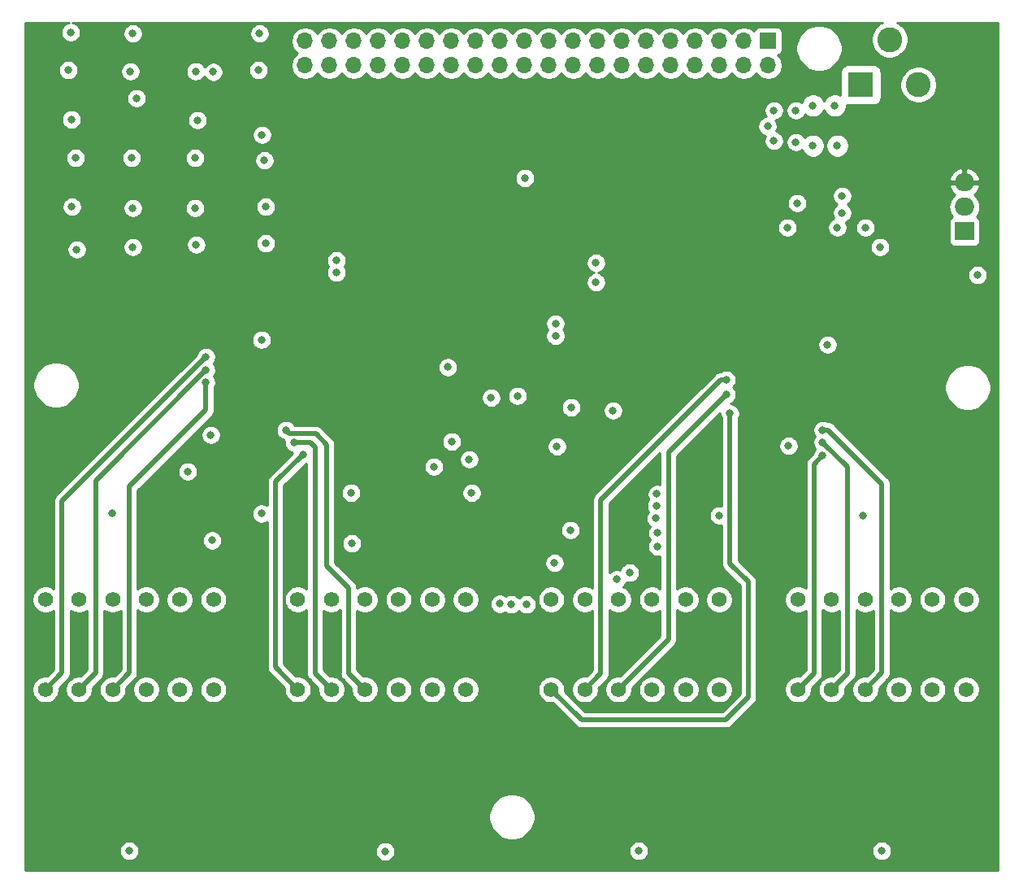
<source format=gbr>
G04 #@! TF.GenerationSoftware,KiCad,Pcbnew,5.1.5*
G04 #@! TF.CreationDate,2020-05-08T01:24:46-04:00*
G04 #@! TF.ProjectId,EVE-PCB-V3,4556452d-5043-4422-9d56-332e6b696361,rev?*
G04 #@! TF.SameCoordinates,Original*
G04 #@! TF.FileFunction,Copper,L2,Inr*
G04 #@! TF.FilePolarity,Positive*
%FSLAX46Y46*%
G04 Gerber Fmt 4.6, Leading zero omitted, Abs format (unit mm)*
G04 Created by KiCad (PCBNEW 5.1.5) date 2020-05-08 01:24:46*
%MOMM*%
%LPD*%
G04 APERTURE LIST*
%ADD10C,1.575000*%
%ADD11O,1.700000X1.700000*%
%ADD12R,1.700000X1.700000*%
%ADD13R,2.600000X2.600000*%
%ADD14C,2.600000*%
%ADD15R,2.000000X1.905000*%
%ADD16O,2.000000X1.905000*%
%ADD17C,0.800000*%
%ADD18C,0.500000*%
%ADD19C,0.254000*%
G04 APERTURE END LIST*
D10*
X108592346Y-95760000D03*
X108592346Y-105110000D03*
X105092346Y-95760000D03*
X105092346Y-105110000D03*
X101592346Y-95760000D03*
X101592346Y-105110000D03*
X98092346Y-95760000D03*
X98092346Y-105110000D03*
X94592346Y-95760000D03*
X94592346Y-105110000D03*
X91092346Y-95760000D03*
X91092346Y-105110000D03*
D11*
X118143346Y-40146769D03*
X118143346Y-37606769D03*
X120683346Y-40146769D03*
X120683346Y-37606769D03*
X123223346Y-40146769D03*
X123223346Y-37606769D03*
X125763346Y-40146769D03*
X125763346Y-37606769D03*
X128303346Y-40146769D03*
X128303346Y-37606769D03*
X130843346Y-40146769D03*
X130843346Y-37606769D03*
X133383346Y-40146769D03*
X133383346Y-37606769D03*
X135923346Y-40146769D03*
X135923346Y-37606769D03*
X138463346Y-40146769D03*
X138463346Y-37606769D03*
X141003346Y-40146769D03*
X141003346Y-37606769D03*
X143543346Y-40146769D03*
X143543346Y-37606769D03*
X146083346Y-40146769D03*
X146083346Y-37606769D03*
X148623346Y-40146769D03*
X148623346Y-37606769D03*
X151163346Y-40146769D03*
X151163346Y-37606769D03*
X153703346Y-40146769D03*
X153703346Y-37606769D03*
X156243346Y-40146769D03*
X156243346Y-37606769D03*
X158783346Y-40146769D03*
X158783346Y-37606769D03*
X161323346Y-40146769D03*
X161323346Y-37606769D03*
X163863346Y-40146769D03*
X163863346Y-37606769D03*
X166403346Y-40146769D03*
D12*
X166403346Y-37606769D03*
D10*
X187014846Y-95760000D03*
X187014846Y-105110000D03*
X183514846Y-95760000D03*
X183514846Y-105110000D03*
X180014846Y-95760000D03*
X180014846Y-105110000D03*
X176514846Y-95760000D03*
X176514846Y-105110000D03*
X173014846Y-95760000D03*
X173014846Y-105110000D03*
X169514846Y-95760000D03*
X169514846Y-105110000D03*
X161297346Y-95760000D03*
X161297346Y-105110000D03*
X157797346Y-95760000D03*
X157797346Y-105110000D03*
X154297346Y-95760000D03*
X154297346Y-105110000D03*
X150797346Y-95760000D03*
X150797346Y-105110000D03*
X147297346Y-95760000D03*
X147297346Y-105110000D03*
X143797346Y-95760000D03*
X143797346Y-105110000D03*
X134881346Y-95760000D03*
X134881346Y-105110000D03*
X131381346Y-95760000D03*
X131381346Y-105110000D03*
X127881346Y-95760000D03*
X127881346Y-105110000D03*
X124381346Y-95760000D03*
X124381346Y-105110000D03*
X120881346Y-95760000D03*
X120881346Y-105110000D03*
X117381346Y-95760000D03*
X117381346Y-105110000D03*
D13*
X176055346Y-42164000D03*
D14*
X182055346Y-42164000D03*
X179055346Y-37464000D03*
D15*
X186850346Y-57418769D03*
D16*
X186850346Y-54878769D03*
X186850346Y-52338769D03*
D17*
X167005000Y-48006000D03*
X169291000Y-48133000D03*
X169291000Y-44831000D03*
X167005000Y-44831000D03*
X188214000Y-61976000D03*
X93472000Y-40640000D03*
X99949000Y-40767000D03*
X113284000Y-40640000D03*
X100076000Y-49784000D03*
X106680000Y-49784000D03*
X94234000Y-49784000D03*
X106807000Y-58801000D03*
X113919000Y-50038000D03*
X94361000Y-59309000D03*
X100203000Y-59055000D03*
X114046000Y-58674000D03*
X166333000Y-46482000D03*
X172593000Y-69215000D03*
X105918000Y-82423000D03*
X113601500Y-68707000D03*
X154686000Y-87312500D03*
X99822000Y-121920000D03*
X126492000Y-121983500D03*
X152908000Y-121920000D03*
X178244500Y-121920000D03*
X168529000Y-79756000D03*
X106743500Y-40767000D03*
X141033500Y-51879500D03*
X150241000Y-76073000D03*
X133032500Y-71564500D03*
X108331000Y-78613000D03*
X140271500Y-74549000D03*
X131572000Y-81915000D03*
X108458000Y-89598500D03*
X188214000Y-66802000D03*
X175260000Y-61722000D03*
X162814000Y-58928000D03*
X149606000Y-56642000D03*
X121412000Y-56642000D03*
X131762500Y-64833500D03*
X142938500Y-74803000D03*
X146304000Y-71564500D03*
X139128500Y-83058000D03*
X125031500Y-87312500D03*
X93726000Y-36703000D03*
X172085000Y-80772000D03*
X100203000Y-36830000D03*
X172085000Y-79375000D03*
X113411000Y-36830000D03*
X172085000Y-78105000D03*
X106934000Y-45847000D03*
X162433000Y-76390500D03*
X162052000Y-72898000D03*
X108585000Y-40830500D03*
X100584000Y-43561000D03*
X162052000Y-74422000D03*
X113665000Y-47371000D03*
X117919500Y-80645000D03*
X114046000Y-54864000D03*
X117030500Y-79438500D03*
X93789500Y-45783500D03*
X116141500Y-78105000D03*
X107823000Y-70485000D03*
X100203000Y-54991000D03*
X107823000Y-71882000D03*
X106680000Y-54991000D03*
X107823000Y-73152000D03*
X93853000Y-54864000D03*
X173609000Y-57023000D03*
X169418000Y-54483000D03*
X178054000Y-59055000D03*
X174117000Y-53721000D03*
X174117000Y-55499000D03*
X122936000Y-84645500D03*
X122999500Y-89916000D03*
X135509000Y-84645500D03*
X168402000Y-57023000D03*
X148463000Y-60706000D03*
X144237000Y-67021000D03*
X121412000Y-60452000D03*
X144399000Y-79819500D03*
X176530000Y-57023000D03*
X148463000Y-62738000D03*
X144247351Y-68301351D03*
X121412000Y-61722000D03*
X135255000Y-81153000D03*
X171069000Y-48514000D03*
X173609000Y-48514000D03*
X173355000Y-44323000D03*
X171069000Y-44323000D03*
X176276000Y-86995000D03*
X154876500Y-90233500D03*
X113601500Y-86804500D03*
X139636500Y-96266000D03*
X151955500Y-92964000D03*
X141224000Y-96266000D03*
X161290000Y-86995000D03*
X154813000Y-84772500D03*
X98044000Y-86804500D03*
X144145000Y-91948000D03*
X150622000Y-93662500D03*
X138430000Y-96202500D03*
X137541000Y-74739500D03*
X154876500Y-88836500D03*
X154749500Y-85979000D03*
X133413500Y-79311500D03*
X145859500Y-75755500D03*
X145796000Y-88519000D03*
D18*
X172085000Y-80772000D02*
X171196000Y-81661000D01*
X171196000Y-103428846D02*
X169514846Y-105110000D01*
X171196000Y-81661000D02*
X171196000Y-103428846D01*
X174688500Y-103436346D02*
X173014846Y-105110000D01*
X172085000Y-79375000D02*
X174688500Y-81978500D01*
X174688500Y-81978500D02*
X174688500Y-103436346D01*
X172650685Y-78105000D02*
X178244500Y-83698815D01*
X172085000Y-78105000D02*
X172650685Y-78105000D01*
X178244500Y-103380346D02*
X176514846Y-105110000D01*
X178244500Y-83698815D02*
X178244500Y-103380346D01*
X164338000Y-93916500D02*
X164338000Y-105918000D01*
X164338000Y-105918000D02*
X161988500Y-108267500D01*
X146954846Y-108267500D02*
X143797346Y-105110000D01*
X161988500Y-108267500D02*
X146954846Y-108267500D01*
X162433000Y-92011500D02*
X164338000Y-93916500D01*
X162433000Y-76390500D02*
X162433000Y-92011500D01*
X161486315Y-72898000D02*
X148971000Y-85413315D01*
X162052000Y-72898000D02*
X161486315Y-72898000D01*
X148971000Y-103436346D02*
X147297346Y-105110000D01*
X148971000Y-85413315D02*
X148971000Y-103436346D01*
X162052000Y-74422000D02*
X156019500Y-80454500D01*
X156019500Y-99887846D02*
X150797346Y-105110000D01*
X156019500Y-80454500D02*
X156019500Y-99887846D01*
X117919500Y-80645000D02*
X115062000Y-83502500D01*
X115062000Y-102790654D02*
X117381346Y-105110000D01*
X115062000Y-83502500D02*
X115062000Y-102790654D01*
X119189500Y-103418154D02*
X120881346Y-105110000D01*
X119189500Y-79946500D02*
X119189500Y-103418154D01*
X117030500Y-79438500D02*
X118681500Y-79438500D01*
X118681500Y-79438500D02*
X119189500Y-79946500D01*
X116541499Y-78504999D02*
X119271999Y-78504999D01*
X116141500Y-78105000D02*
X116541499Y-78504999D01*
X119271999Y-78504999D02*
X120396000Y-79629000D01*
X120396000Y-79629000D02*
X120396000Y-92265500D01*
X120396000Y-92265500D02*
X122682000Y-94551500D01*
X122682000Y-103410654D02*
X124381346Y-105110000D01*
X122682000Y-94551500D02*
X122682000Y-103410654D01*
X107823000Y-70485000D02*
X92837000Y-85471000D01*
X92837000Y-103365346D02*
X91092346Y-105110000D01*
X92837000Y-85471000D02*
X92837000Y-103365346D01*
X107823000Y-71882000D02*
X96329500Y-83375500D01*
X96329500Y-103372846D02*
X94592346Y-105110000D01*
X96329500Y-83375500D02*
X96329500Y-103372846D01*
X107823000Y-73152000D02*
X107823000Y-76009500D01*
X107823000Y-76009500D02*
X99822000Y-84010500D01*
X99822000Y-103380346D02*
X98092346Y-105110000D01*
X99822000Y-84010500D02*
X99822000Y-103380346D01*
D19*
G36*
X93424102Y-35707774D02*
G01*
X93235744Y-35785795D01*
X93066226Y-35899063D01*
X92922063Y-36043226D01*
X92808795Y-36212744D01*
X92730774Y-36401102D01*
X92691000Y-36601061D01*
X92691000Y-36804939D01*
X92730774Y-37004898D01*
X92808795Y-37193256D01*
X92922063Y-37362774D01*
X93066226Y-37506937D01*
X93235744Y-37620205D01*
X93424102Y-37698226D01*
X93624061Y-37738000D01*
X93827939Y-37738000D01*
X94027898Y-37698226D01*
X94216256Y-37620205D01*
X94385774Y-37506937D01*
X94529937Y-37362774D01*
X94643205Y-37193256D01*
X94721226Y-37004898D01*
X94761000Y-36804939D01*
X94761000Y-36728061D01*
X99168000Y-36728061D01*
X99168000Y-36931939D01*
X99207774Y-37131898D01*
X99285795Y-37320256D01*
X99399063Y-37489774D01*
X99543226Y-37633937D01*
X99712744Y-37747205D01*
X99901102Y-37825226D01*
X100101061Y-37865000D01*
X100304939Y-37865000D01*
X100504898Y-37825226D01*
X100693256Y-37747205D01*
X100862774Y-37633937D01*
X101006937Y-37489774D01*
X101120205Y-37320256D01*
X101198226Y-37131898D01*
X101238000Y-36931939D01*
X101238000Y-36728061D01*
X112376000Y-36728061D01*
X112376000Y-36931939D01*
X112415774Y-37131898D01*
X112493795Y-37320256D01*
X112607063Y-37489774D01*
X112751226Y-37633937D01*
X112920744Y-37747205D01*
X113109102Y-37825226D01*
X113309061Y-37865000D01*
X113512939Y-37865000D01*
X113712898Y-37825226D01*
X113901256Y-37747205D01*
X114070774Y-37633937D01*
X114214937Y-37489774D01*
X114234491Y-37460509D01*
X116658346Y-37460509D01*
X116658346Y-37753029D01*
X116715414Y-38039927D01*
X116827356Y-38310180D01*
X116989871Y-38553401D01*
X117196714Y-38760244D01*
X117371106Y-38876769D01*
X117196714Y-38993294D01*
X116989871Y-39200137D01*
X116827356Y-39443358D01*
X116715414Y-39713611D01*
X116658346Y-40000509D01*
X116658346Y-40293029D01*
X116715414Y-40579927D01*
X116827356Y-40850180D01*
X116989871Y-41093401D01*
X117196714Y-41300244D01*
X117439935Y-41462759D01*
X117710188Y-41574701D01*
X117997086Y-41631769D01*
X118289606Y-41631769D01*
X118576504Y-41574701D01*
X118846757Y-41462759D01*
X119089978Y-41300244D01*
X119296821Y-41093401D01*
X119413346Y-40919009D01*
X119529871Y-41093401D01*
X119736714Y-41300244D01*
X119979935Y-41462759D01*
X120250188Y-41574701D01*
X120537086Y-41631769D01*
X120829606Y-41631769D01*
X121116504Y-41574701D01*
X121386757Y-41462759D01*
X121629978Y-41300244D01*
X121836821Y-41093401D01*
X121953346Y-40919009D01*
X122069871Y-41093401D01*
X122276714Y-41300244D01*
X122519935Y-41462759D01*
X122790188Y-41574701D01*
X123077086Y-41631769D01*
X123369606Y-41631769D01*
X123656504Y-41574701D01*
X123926757Y-41462759D01*
X124169978Y-41300244D01*
X124376821Y-41093401D01*
X124493346Y-40919009D01*
X124609871Y-41093401D01*
X124816714Y-41300244D01*
X125059935Y-41462759D01*
X125330188Y-41574701D01*
X125617086Y-41631769D01*
X125909606Y-41631769D01*
X126196504Y-41574701D01*
X126466757Y-41462759D01*
X126709978Y-41300244D01*
X126916821Y-41093401D01*
X127033346Y-40919009D01*
X127149871Y-41093401D01*
X127356714Y-41300244D01*
X127599935Y-41462759D01*
X127870188Y-41574701D01*
X128157086Y-41631769D01*
X128449606Y-41631769D01*
X128736504Y-41574701D01*
X129006757Y-41462759D01*
X129249978Y-41300244D01*
X129456821Y-41093401D01*
X129573346Y-40919009D01*
X129689871Y-41093401D01*
X129896714Y-41300244D01*
X130139935Y-41462759D01*
X130410188Y-41574701D01*
X130697086Y-41631769D01*
X130989606Y-41631769D01*
X131276504Y-41574701D01*
X131546757Y-41462759D01*
X131789978Y-41300244D01*
X131996821Y-41093401D01*
X132113346Y-40919009D01*
X132229871Y-41093401D01*
X132436714Y-41300244D01*
X132679935Y-41462759D01*
X132950188Y-41574701D01*
X133237086Y-41631769D01*
X133529606Y-41631769D01*
X133816504Y-41574701D01*
X134086757Y-41462759D01*
X134329978Y-41300244D01*
X134536821Y-41093401D01*
X134653346Y-40919009D01*
X134769871Y-41093401D01*
X134976714Y-41300244D01*
X135219935Y-41462759D01*
X135490188Y-41574701D01*
X135777086Y-41631769D01*
X136069606Y-41631769D01*
X136356504Y-41574701D01*
X136626757Y-41462759D01*
X136869978Y-41300244D01*
X137076821Y-41093401D01*
X137193346Y-40919009D01*
X137309871Y-41093401D01*
X137516714Y-41300244D01*
X137759935Y-41462759D01*
X138030188Y-41574701D01*
X138317086Y-41631769D01*
X138609606Y-41631769D01*
X138896504Y-41574701D01*
X139166757Y-41462759D01*
X139409978Y-41300244D01*
X139616821Y-41093401D01*
X139733346Y-40919009D01*
X139849871Y-41093401D01*
X140056714Y-41300244D01*
X140299935Y-41462759D01*
X140570188Y-41574701D01*
X140857086Y-41631769D01*
X141149606Y-41631769D01*
X141436504Y-41574701D01*
X141706757Y-41462759D01*
X141949978Y-41300244D01*
X142156821Y-41093401D01*
X142273346Y-40919009D01*
X142389871Y-41093401D01*
X142596714Y-41300244D01*
X142839935Y-41462759D01*
X143110188Y-41574701D01*
X143397086Y-41631769D01*
X143689606Y-41631769D01*
X143976504Y-41574701D01*
X144246757Y-41462759D01*
X144489978Y-41300244D01*
X144696821Y-41093401D01*
X144813346Y-40919009D01*
X144929871Y-41093401D01*
X145136714Y-41300244D01*
X145379935Y-41462759D01*
X145650188Y-41574701D01*
X145937086Y-41631769D01*
X146229606Y-41631769D01*
X146516504Y-41574701D01*
X146786757Y-41462759D01*
X147029978Y-41300244D01*
X147236821Y-41093401D01*
X147353346Y-40919009D01*
X147469871Y-41093401D01*
X147676714Y-41300244D01*
X147919935Y-41462759D01*
X148190188Y-41574701D01*
X148477086Y-41631769D01*
X148769606Y-41631769D01*
X149056504Y-41574701D01*
X149326757Y-41462759D01*
X149569978Y-41300244D01*
X149776821Y-41093401D01*
X149893346Y-40919009D01*
X150009871Y-41093401D01*
X150216714Y-41300244D01*
X150459935Y-41462759D01*
X150730188Y-41574701D01*
X151017086Y-41631769D01*
X151309606Y-41631769D01*
X151596504Y-41574701D01*
X151866757Y-41462759D01*
X152109978Y-41300244D01*
X152316821Y-41093401D01*
X152433346Y-40919009D01*
X152549871Y-41093401D01*
X152756714Y-41300244D01*
X152999935Y-41462759D01*
X153270188Y-41574701D01*
X153557086Y-41631769D01*
X153849606Y-41631769D01*
X154136504Y-41574701D01*
X154406757Y-41462759D01*
X154649978Y-41300244D01*
X154856821Y-41093401D01*
X154973346Y-40919009D01*
X155089871Y-41093401D01*
X155296714Y-41300244D01*
X155539935Y-41462759D01*
X155810188Y-41574701D01*
X156097086Y-41631769D01*
X156389606Y-41631769D01*
X156676504Y-41574701D01*
X156946757Y-41462759D01*
X157189978Y-41300244D01*
X157396821Y-41093401D01*
X157513346Y-40919009D01*
X157629871Y-41093401D01*
X157836714Y-41300244D01*
X158079935Y-41462759D01*
X158350188Y-41574701D01*
X158637086Y-41631769D01*
X158929606Y-41631769D01*
X159216504Y-41574701D01*
X159486757Y-41462759D01*
X159729978Y-41300244D01*
X159936821Y-41093401D01*
X160053346Y-40919009D01*
X160169871Y-41093401D01*
X160376714Y-41300244D01*
X160619935Y-41462759D01*
X160890188Y-41574701D01*
X161177086Y-41631769D01*
X161469606Y-41631769D01*
X161756504Y-41574701D01*
X162026757Y-41462759D01*
X162269978Y-41300244D01*
X162476821Y-41093401D01*
X162593346Y-40919009D01*
X162709871Y-41093401D01*
X162916714Y-41300244D01*
X163159935Y-41462759D01*
X163430188Y-41574701D01*
X163717086Y-41631769D01*
X164009606Y-41631769D01*
X164296504Y-41574701D01*
X164566757Y-41462759D01*
X164809978Y-41300244D01*
X165016821Y-41093401D01*
X165133346Y-40919009D01*
X165249871Y-41093401D01*
X165456714Y-41300244D01*
X165699935Y-41462759D01*
X165970188Y-41574701D01*
X166257086Y-41631769D01*
X166549606Y-41631769D01*
X166836504Y-41574701D01*
X167106757Y-41462759D01*
X167349978Y-41300244D01*
X167556821Y-41093401D01*
X167719336Y-40850180D01*
X167831278Y-40579927D01*
X167888346Y-40293029D01*
X167888346Y-40000509D01*
X167831278Y-39713611D01*
X167719336Y-39443358D01*
X167556821Y-39200137D01*
X167424966Y-39068282D01*
X167497526Y-39046271D01*
X167607840Y-38987306D01*
X167704531Y-38907954D01*
X167783883Y-38811263D01*
X167842848Y-38700949D01*
X167879158Y-38581251D01*
X167891418Y-38456769D01*
X167891418Y-38115818D01*
X169285701Y-38115818D01*
X169285701Y-38592182D01*
X169378635Y-39059392D01*
X169560931Y-39499494D01*
X169825585Y-39895576D01*
X170162424Y-40232415D01*
X170558506Y-40497069D01*
X170998608Y-40679365D01*
X171465818Y-40772299D01*
X171942182Y-40772299D01*
X172409392Y-40679365D01*
X172849494Y-40497069D01*
X173245576Y-40232415D01*
X173582415Y-39895576D01*
X173847069Y-39499494D01*
X174029365Y-39059392D01*
X174122299Y-38592182D01*
X174122299Y-38115818D01*
X174029365Y-37648608D01*
X173847069Y-37208506D01*
X173582415Y-36812424D01*
X173245576Y-36475585D01*
X172849494Y-36210931D01*
X172409392Y-36028635D01*
X171942182Y-35935701D01*
X171465818Y-35935701D01*
X170998608Y-36028635D01*
X170558506Y-36210931D01*
X170162424Y-36475585D01*
X169825585Y-36812424D01*
X169560931Y-37208506D01*
X169378635Y-37648608D01*
X169285701Y-38115818D01*
X167891418Y-38115818D01*
X167891418Y-36756769D01*
X167879158Y-36632287D01*
X167842848Y-36512589D01*
X167783883Y-36402275D01*
X167704531Y-36305584D01*
X167607840Y-36226232D01*
X167497526Y-36167267D01*
X167377828Y-36130957D01*
X167253346Y-36118697D01*
X165553346Y-36118697D01*
X165428864Y-36130957D01*
X165309166Y-36167267D01*
X165198852Y-36226232D01*
X165102161Y-36305584D01*
X165022809Y-36402275D01*
X164963844Y-36512589D01*
X164941833Y-36585149D01*
X164809978Y-36453294D01*
X164566757Y-36290779D01*
X164296504Y-36178837D01*
X164009606Y-36121769D01*
X163717086Y-36121769D01*
X163430188Y-36178837D01*
X163159935Y-36290779D01*
X162916714Y-36453294D01*
X162709871Y-36660137D01*
X162593346Y-36834529D01*
X162476821Y-36660137D01*
X162269978Y-36453294D01*
X162026757Y-36290779D01*
X161756504Y-36178837D01*
X161469606Y-36121769D01*
X161177086Y-36121769D01*
X160890188Y-36178837D01*
X160619935Y-36290779D01*
X160376714Y-36453294D01*
X160169871Y-36660137D01*
X160053346Y-36834529D01*
X159936821Y-36660137D01*
X159729978Y-36453294D01*
X159486757Y-36290779D01*
X159216504Y-36178837D01*
X158929606Y-36121769D01*
X158637086Y-36121769D01*
X158350188Y-36178837D01*
X158079935Y-36290779D01*
X157836714Y-36453294D01*
X157629871Y-36660137D01*
X157513346Y-36834529D01*
X157396821Y-36660137D01*
X157189978Y-36453294D01*
X156946757Y-36290779D01*
X156676504Y-36178837D01*
X156389606Y-36121769D01*
X156097086Y-36121769D01*
X155810188Y-36178837D01*
X155539935Y-36290779D01*
X155296714Y-36453294D01*
X155089871Y-36660137D01*
X154973346Y-36834529D01*
X154856821Y-36660137D01*
X154649978Y-36453294D01*
X154406757Y-36290779D01*
X154136504Y-36178837D01*
X153849606Y-36121769D01*
X153557086Y-36121769D01*
X153270188Y-36178837D01*
X152999935Y-36290779D01*
X152756714Y-36453294D01*
X152549871Y-36660137D01*
X152433346Y-36834529D01*
X152316821Y-36660137D01*
X152109978Y-36453294D01*
X151866757Y-36290779D01*
X151596504Y-36178837D01*
X151309606Y-36121769D01*
X151017086Y-36121769D01*
X150730188Y-36178837D01*
X150459935Y-36290779D01*
X150216714Y-36453294D01*
X150009871Y-36660137D01*
X149893346Y-36834529D01*
X149776821Y-36660137D01*
X149569978Y-36453294D01*
X149326757Y-36290779D01*
X149056504Y-36178837D01*
X148769606Y-36121769D01*
X148477086Y-36121769D01*
X148190188Y-36178837D01*
X147919935Y-36290779D01*
X147676714Y-36453294D01*
X147469871Y-36660137D01*
X147353346Y-36834529D01*
X147236821Y-36660137D01*
X147029978Y-36453294D01*
X146786757Y-36290779D01*
X146516504Y-36178837D01*
X146229606Y-36121769D01*
X145937086Y-36121769D01*
X145650188Y-36178837D01*
X145379935Y-36290779D01*
X145136714Y-36453294D01*
X144929871Y-36660137D01*
X144813346Y-36834529D01*
X144696821Y-36660137D01*
X144489978Y-36453294D01*
X144246757Y-36290779D01*
X143976504Y-36178837D01*
X143689606Y-36121769D01*
X143397086Y-36121769D01*
X143110188Y-36178837D01*
X142839935Y-36290779D01*
X142596714Y-36453294D01*
X142389871Y-36660137D01*
X142273346Y-36834529D01*
X142156821Y-36660137D01*
X141949978Y-36453294D01*
X141706757Y-36290779D01*
X141436504Y-36178837D01*
X141149606Y-36121769D01*
X140857086Y-36121769D01*
X140570188Y-36178837D01*
X140299935Y-36290779D01*
X140056714Y-36453294D01*
X139849871Y-36660137D01*
X139733346Y-36834529D01*
X139616821Y-36660137D01*
X139409978Y-36453294D01*
X139166757Y-36290779D01*
X138896504Y-36178837D01*
X138609606Y-36121769D01*
X138317086Y-36121769D01*
X138030188Y-36178837D01*
X137759935Y-36290779D01*
X137516714Y-36453294D01*
X137309871Y-36660137D01*
X137193346Y-36834529D01*
X137076821Y-36660137D01*
X136869978Y-36453294D01*
X136626757Y-36290779D01*
X136356504Y-36178837D01*
X136069606Y-36121769D01*
X135777086Y-36121769D01*
X135490188Y-36178837D01*
X135219935Y-36290779D01*
X134976714Y-36453294D01*
X134769871Y-36660137D01*
X134653346Y-36834529D01*
X134536821Y-36660137D01*
X134329978Y-36453294D01*
X134086757Y-36290779D01*
X133816504Y-36178837D01*
X133529606Y-36121769D01*
X133237086Y-36121769D01*
X132950188Y-36178837D01*
X132679935Y-36290779D01*
X132436714Y-36453294D01*
X132229871Y-36660137D01*
X132113346Y-36834529D01*
X131996821Y-36660137D01*
X131789978Y-36453294D01*
X131546757Y-36290779D01*
X131276504Y-36178837D01*
X130989606Y-36121769D01*
X130697086Y-36121769D01*
X130410188Y-36178837D01*
X130139935Y-36290779D01*
X129896714Y-36453294D01*
X129689871Y-36660137D01*
X129573346Y-36834529D01*
X129456821Y-36660137D01*
X129249978Y-36453294D01*
X129006757Y-36290779D01*
X128736504Y-36178837D01*
X128449606Y-36121769D01*
X128157086Y-36121769D01*
X127870188Y-36178837D01*
X127599935Y-36290779D01*
X127356714Y-36453294D01*
X127149871Y-36660137D01*
X127033346Y-36834529D01*
X126916821Y-36660137D01*
X126709978Y-36453294D01*
X126466757Y-36290779D01*
X126196504Y-36178837D01*
X125909606Y-36121769D01*
X125617086Y-36121769D01*
X125330188Y-36178837D01*
X125059935Y-36290779D01*
X124816714Y-36453294D01*
X124609871Y-36660137D01*
X124493346Y-36834529D01*
X124376821Y-36660137D01*
X124169978Y-36453294D01*
X123926757Y-36290779D01*
X123656504Y-36178837D01*
X123369606Y-36121769D01*
X123077086Y-36121769D01*
X122790188Y-36178837D01*
X122519935Y-36290779D01*
X122276714Y-36453294D01*
X122069871Y-36660137D01*
X121953346Y-36834529D01*
X121836821Y-36660137D01*
X121629978Y-36453294D01*
X121386757Y-36290779D01*
X121116504Y-36178837D01*
X120829606Y-36121769D01*
X120537086Y-36121769D01*
X120250188Y-36178837D01*
X119979935Y-36290779D01*
X119736714Y-36453294D01*
X119529871Y-36660137D01*
X119413346Y-36834529D01*
X119296821Y-36660137D01*
X119089978Y-36453294D01*
X118846757Y-36290779D01*
X118576504Y-36178837D01*
X118289606Y-36121769D01*
X117997086Y-36121769D01*
X117710188Y-36178837D01*
X117439935Y-36290779D01*
X117196714Y-36453294D01*
X116989871Y-36660137D01*
X116827356Y-36903358D01*
X116715414Y-37173611D01*
X116658346Y-37460509D01*
X114234491Y-37460509D01*
X114328205Y-37320256D01*
X114406226Y-37131898D01*
X114446000Y-36931939D01*
X114446000Y-36728061D01*
X114406226Y-36528102D01*
X114328205Y-36339744D01*
X114214937Y-36170226D01*
X114070774Y-36026063D01*
X113901256Y-35912795D01*
X113712898Y-35834774D01*
X113512939Y-35795000D01*
X113309061Y-35795000D01*
X113109102Y-35834774D01*
X112920744Y-35912795D01*
X112751226Y-36026063D01*
X112607063Y-36170226D01*
X112493795Y-36339744D01*
X112415774Y-36528102D01*
X112376000Y-36728061D01*
X101238000Y-36728061D01*
X101198226Y-36528102D01*
X101120205Y-36339744D01*
X101006937Y-36170226D01*
X100862774Y-36026063D01*
X100693256Y-35912795D01*
X100504898Y-35834774D01*
X100304939Y-35795000D01*
X100101061Y-35795000D01*
X99901102Y-35834774D01*
X99712744Y-35912795D01*
X99543226Y-36026063D01*
X99399063Y-36170226D01*
X99285795Y-36339744D01*
X99207774Y-36528102D01*
X99168000Y-36728061D01*
X94761000Y-36728061D01*
X94761000Y-36601061D01*
X94721226Y-36401102D01*
X94643205Y-36212744D01*
X94529937Y-36043226D01*
X94385774Y-35899063D01*
X94216256Y-35785795D01*
X94027898Y-35707774D01*
X93923459Y-35687000D01*
X178289005Y-35687000D01*
X178138780Y-35749225D01*
X177821855Y-35960987D01*
X177552333Y-36230509D01*
X177340571Y-36547434D01*
X177194707Y-36899581D01*
X177120346Y-37273419D01*
X177120346Y-37654581D01*
X177194707Y-38028419D01*
X177340571Y-38380566D01*
X177552333Y-38697491D01*
X177821855Y-38967013D01*
X178138780Y-39178775D01*
X178490927Y-39324639D01*
X178864765Y-39399000D01*
X179245927Y-39399000D01*
X179619765Y-39324639D01*
X179971912Y-39178775D01*
X180288837Y-38967013D01*
X180558359Y-38697491D01*
X180770121Y-38380566D01*
X180915985Y-38028419D01*
X180990346Y-37654581D01*
X180990346Y-37273419D01*
X180915985Y-36899581D01*
X180770121Y-36547434D01*
X180558359Y-36230509D01*
X180288837Y-35960987D01*
X179971912Y-35749225D01*
X179821687Y-35687000D01*
X190343347Y-35687000D01*
X190343346Y-123962269D01*
X89027000Y-123962269D01*
X89027000Y-121818061D01*
X98787000Y-121818061D01*
X98787000Y-122021939D01*
X98826774Y-122221898D01*
X98904795Y-122410256D01*
X99018063Y-122579774D01*
X99162226Y-122723937D01*
X99331744Y-122837205D01*
X99520102Y-122915226D01*
X99720061Y-122955000D01*
X99923939Y-122955000D01*
X100123898Y-122915226D01*
X100312256Y-122837205D01*
X100481774Y-122723937D01*
X100625937Y-122579774D01*
X100739205Y-122410256D01*
X100817226Y-122221898D01*
X100857000Y-122021939D01*
X100857000Y-121881561D01*
X125457000Y-121881561D01*
X125457000Y-122085439D01*
X125496774Y-122285398D01*
X125574795Y-122473756D01*
X125688063Y-122643274D01*
X125832226Y-122787437D01*
X126001744Y-122900705D01*
X126190102Y-122978726D01*
X126390061Y-123018500D01*
X126593939Y-123018500D01*
X126793898Y-122978726D01*
X126982256Y-122900705D01*
X127151774Y-122787437D01*
X127295937Y-122643274D01*
X127409205Y-122473756D01*
X127487226Y-122285398D01*
X127527000Y-122085439D01*
X127527000Y-121881561D01*
X127514370Y-121818061D01*
X151873000Y-121818061D01*
X151873000Y-122021939D01*
X151912774Y-122221898D01*
X151990795Y-122410256D01*
X152104063Y-122579774D01*
X152248226Y-122723937D01*
X152417744Y-122837205D01*
X152606102Y-122915226D01*
X152806061Y-122955000D01*
X153009939Y-122955000D01*
X153209898Y-122915226D01*
X153398256Y-122837205D01*
X153567774Y-122723937D01*
X153711937Y-122579774D01*
X153825205Y-122410256D01*
X153903226Y-122221898D01*
X153943000Y-122021939D01*
X153943000Y-121818061D01*
X177209500Y-121818061D01*
X177209500Y-122021939D01*
X177249274Y-122221898D01*
X177327295Y-122410256D01*
X177440563Y-122579774D01*
X177584726Y-122723937D01*
X177754244Y-122837205D01*
X177942602Y-122915226D01*
X178142561Y-122955000D01*
X178346439Y-122955000D01*
X178546398Y-122915226D01*
X178734756Y-122837205D01*
X178904274Y-122723937D01*
X179048437Y-122579774D01*
X179161705Y-122410256D01*
X179239726Y-122221898D01*
X179279500Y-122021939D01*
X179279500Y-121818061D01*
X179239726Y-121618102D01*
X179161705Y-121429744D01*
X179048437Y-121260226D01*
X178904274Y-121116063D01*
X178734756Y-121002795D01*
X178546398Y-120924774D01*
X178346439Y-120885000D01*
X178142561Y-120885000D01*
X177942602Y-120924774D01*
X177754244Y-121002795D01*
X177584726Y-121116063D01*
X177440563Y-121260226D01*
X177327295Y-121429744D01*
X177249274Y-121618102D01*
X177209500Y-121818061D01*
X153943000Y-121818061D01*
X153903226Y-121618102D01*
X153825205Y-121429744D01*
X153711937Y-121260226D01*
X153567774Y-121116063D01*
X153398256Y-121002795D01*
X153209898Y-120924774D01*
X153009939Y-120885000D01*
X152806061Y-120885000D01*
X152606102Y-120924774D01*
X152417744Y-121002795D01*
X152248226Y-121116063D01*
X152104063Y-121260226D01*
X151990795Y-121429744D01*
X151912774Y-121618102D01*
X151873000Y-121818061D01*
X127514370Y-121818061D01*
X127487226Y-121681602D01*
X127409205Y-121493244D01*
X127295937Y-121323726D01*
X127151774Y-121179563D01*
X126982256Y-121066295D01*
X126793898Y-120988274D01*
X126593939Y-120948500D01*
X126390061Y-120948500D01*
X126190102Y-120988274D01*
X126001744Y-121066295D01*
X125832226Y-121179563D01*
X125688063Y-121323726D01*
X125574795Y-121493244D01*
X125496774Y-121681602D01*
X125457000Y-121881561D01*
X100857000Y-121881561D01*
X100857000Y-121818061D01*
X100817226Y-121618102D01*
X100739205Y-121429744D01*
X100625937Y-121260226D01*
X100481774Y-121116063D01*
X100312256Y-121002795D01*
X100123898Y-120924774D01*
X99923939Y-120885000D01*
X99720061Y-120885000D01*
X99520102Y-120924774D01*
X99331744Y-121002795D01*
X99162226Y-121116063D01*
X99018063Y-121260226D01*
X98904795Y-121429744D01*
X98826774Y-121618102D01*
X98787000Y-121818061D01*
X89027000Y-121818061D01*
X89027000Y-118125818D01*
X137281701Y-118125818D01*
X137281701Y-118602182D01*
X137374635Y-119069392D01*
X137556931Y-119509494D01*
X137821585Y-119905576D01*
X138158424Y-120242415D01*
X138554506Y-120507069D01*
X138994608Y-120689365D01*
X139461818Y-120782299D01*
X139938182Y-120782299D01*
X140405392Y-120689365D01*
X140845494Y-120507069D01*
X141241576Y-120242415D01*
X141578415Y-119905576D01*
X141843069Y-119509494D01*
X142025365Y-119069392D01*
X142118299Y-118602182D01*
X142118299Y-118125818D01*
X142025365Y-117658608D01*
X141843069Y-117218506D01*
X141578415Y-116822424D01*
X141241576Y-116485585D01*
X140845494Y-116220931D01*
X140405392Y-116038635D01*
X139938182Y-115945701D01*
X139461818Y-115945701D01*
X138994608Y-116038635D01*
X138554506Y-116220931D01*
X138158424Y-116485585D01*
X137821585Y-116822424D01*
X137556931Y-117218506D01*
X137374635Y-117658608D01*
X137281701Y-118125818D01*
X89027000Y-118125818D01*
X89027000Y-95619896D01*
X89669846Y-95619896D01*
X89669846Y-95900104D01*
X89724512Y-96174928D01*
X89831743Y-96433806D01*
X89987418Y-96666791D01*
X90185555Y-96864928D01*
X90418540Y-97020603D01*
X90677418Y-97127834D01*
X90952242Y-97182500D01*
X91232450Y-97182500D01*
X91507274Y-97127834D01*
X91766152Y-97020603D01*
X91952001Y-96896423D01*
X91952001Y-102998766D01*
X91258155Y-103692613D01*
X91232450Y-103687500D01*
X90952242Y-103687500D01*
X90677418Y-103742166D01*
X90418540Y-103849397D01*
X90185555Y-104005072D01*
X89987418Y-104203209D01*
X89831743Y-104436194D01*
X89724512Y-104695072D01*
X89669846Y-104969896D01*
X89669846Y-105250104D01*
X89724512Y-105524928D01*
X89831743Y-105783806D01*
X89987418Y-106016791D01*
X90185555Y-106214928D01*
X90418540Y-106370603D01*
X90677418Y-106477834D01*
X90952242Y-106532500D01*
X91232450Y-106532500D01*
X91507274Y-106477834D01*
X91766152Y-106370603D01*
X91999137Y-106214928D01*
X92197274Y-106016791D01*
X92352949Y-105783806D01*
X92460180Y-105524928D01*
X92514846Y-105250104D01*
X92514846Y-104969896D01*
X92509733Y-104944191D01*
X93432049Y-104021876D01*
X93465817Y-103994163D01*
X93518142Y-103930406D01*
X93576410Y-103859406D01*
X93581760Y-103849397D01*
X93658589Y-103705659D01*
X93709195Y-103538836D01*
X93722000Y-103408823D01*
X93722000Y-103408813D01*
X93726281Y-103365347D01*
X93722000Y-103321881D01*
X93722000Y-96889280D01*
X93918540Y-97020603D01*
X94177418Y-97127834D01*
X94452242Y-97182500D01*
X94732450Y-97182500D01*
X95007274Y-97127834D01*
X95266152Y-97020603D01*
X95444501Y-96901435D01*
X95444501Y-103006266D01*
X94758155Y-103692613D01*
X94732450Y-103687500D01*
X94452242Y-103687500D01*
X94177418Y-103742166D01*
X93918540Y-103849397D01*
X93685555Y-104005072D01*
X93487418Y-104203209D01*
X93331743Y-104436194D01*
X93224512Y-104695072D01*
X93169846Y-104969896D01*
X93169846Y-105250104D01*
X93224512Y-105524928D01*
X93331743Y-105783806D01*
X93487418Y-106016791D01*
X93685555Y-106214928D01*
X93918540Y-106370603D01*
X94177418Y-106477834D01*
X94452242Y-106532500D01*
X94732450Y-106532500D01*
X95007274Y-106477834D01*
X95266152Y-106370603D01*
X95499137Y-106214928D01*
X95697274Y-106016791D01*
X95852949Y-105783806D01*
X95960180Y-105524928D01*
X96014846Y-105250104D01*
X96014846Y-104969896D01*
X96009733Y-104944191D01*
X96924549Y-104029376D01*
X96958317Y-104001663D01*
X97016798Y-103930405D01*
X97068911Y-103866905D01*
X97121156Y-103769160D01*
X97151089Y-103713159D01*
X97201695Y-103546336D01*
X97214500Y-103416323D01*
X97214500Y-103416315D01*
X97218781Y-103372846D01*
X97214500Y-103329377D01*
X97214500Y-96884268D01*
X97418540Y-97020603D01*
X97677418Y-97127834D01*
X97952242Y-97182500D01*
X98232450Y-97182500D01*
X98507274Y-97127834D01*
X98766152Y-97020603D01*
X98937001Y-96906446D01*
X98937001Y-103013766D01*
X98258155Y-103692613D01*
X98232450Y-103687500D01*
X97952242Y-103687500D01*
X97677418Y-103742166D01*
X97418540Y-103849397D01*
X97185555Y-104005072D01*
X96987418Y-104203209D01*
X96831743Y-104436194D01*
X96724512Y-104695072D01*
X96669846Y-104969896D01*
X96669846Y-105250104D01*
X96724512Y-105524928D01*
X96831743Y-105783806D01*
X96987418Y-106016791D01*
X97185555Y-106214928D01*
X97418540Y-106370603D01*
X97677418Y-106477834D01*
X97952242Y-106532500D01*
X98232450Y-106532500D01*
X98507274Y-106477834D01*
X98766152Y-106370603D01*
X98999137Y-106214928D01*
X99197274Y-106016791D01*
X99352949Y-105783806D01*
X99460180Y-105524928D01*
X99514846Y-105250104D01*
X99514846Y-104969896D01*
X100169846Y-104969896D01*
X100169846Y-105250104D01*
X100224512Y-105524928D01*
X100331743Y-105783806D01*
X100487418Y-106016791D01*
X100685555Y-106214928D01*
X100918540Y-106370603D01*
X101177418Y-106477834D01*
X101452242Y-106532500D01*
X101732450Y-106532500D01*
X102007274Y-106477834D01*
X102266152Y-106370603D01*
X102499137Y-106214928D01*
X102697274Y-106016791D01*
X102852949Y-105783806D01*
X102960180Y-105524928D01*
X103014846Y-105250104D01*
X103014846Y-104969896D01*
X103669846Y-104969896D01*
X103669846Y-105250104D01*
X103724512Y-105524928D01*
X103831743Y-105783806D01*
X103987418Y-106016791D01*
X104185555Y-106214928D01*
X104418540Y-106370603D01*
X104677418Y-106477834D01*
X104952242Y-106532500D01*
X105232450Y-106532500D01*
X105507274Y-106477834D01*
X105766152Y-106370603D01*
X105999137Y-106214928D01*
X106197274Y-106016791D01*
X106352949Y-105783806D01*
X106460180Y-105524928D01*
X106514846Y-105250104D01*
X106514846Y-104969896D01*
X107169846Y-104969896D01*
X107169846Y-105250104D01*
X107224512Y-105524928D01*
X107331743Y-105783806D01*
X107487418Y-106016791D01*
X107685555Y-106214928D01*
X107918540Y-106370603D01*
X108177418Y-106477834D01*
X108452242Y-106532500D01*
X108732450Y-106532500D01*
X109007274Y-106477834D01*
X109266152Y-106370603D01*
X109499137Y-106214928D01*
X109697274Y-106016791D01*
X109852949Y-105783806D01*
X109960180Y-105524928D01*
X110014846Y-105250104D01*
X110014846Y-104969896D01*
X109960180Y-104695072D01*
X109852949Y-104436194D01*
X109697274Y-104203209D01*
X109499137Y-104005072D01*
X109266152Y-103849397D01*
X109007274Y-103742166D01*
X108732450Y-103687500D01*
X108452242Y-103687500D01*
X108177418Y-103742166D01*
X107918540Y-103849397D01*
X107685555Y-104005072D01*
X107487418Y-104203209D01*
X107331743Y-104436194D01*
X107224512Y-104695072D01*
X107169846Y-104969896D01*
X106514846Y-104969896D01*
X106460180Y-104695072D01*
X106352949Y-104436194D01*
X106197274Y-104203209D01*
X105999137Y-104005072D01*
X105766152Y-103849397D01*
X105507274Y-103742166D01*
X105232450Y-103687500D01*
X104952242Y-103687500D01*
X104677418Y-103742166D01*
X104418540Y-103849397D01*
X104185555Y-104005072D01*
X103987418Y-104203209D01*
X103831743Y-104436194D01*
X103724512Y-104695072D01*
X103669846Y-104969896D01*
X103014846Y-104969896D01*
X102960180Y-104695072D01*
X102852949Y-104436194D01*
X102697274Y-104203209D01*
X102499137Y-104005072D01*
X102266152Y-103849397D01*
X102007274Y-103742166D01*
X101732450Y-103687500D01*
X101452242Y-103687500D01*
X101177418Y-103742166D01*
X100918540Y-103849397D01*
X100685555Y-104005072D01*
X100487418Y-104203209D01*
X100331743Y-104436194D01*
X100224512Y-104695072D01*
X100169846Y-104969896D01*
X99514846Y-104969896D01*
X99509733Y-104944191D01*
X100417049Y-104036876D01*
X100450817Y-104009163D01*
X100561411Y-103874405D01*
X100643589Y-103720659D01*
X100694195Y-103553836D01*
X100707000Y-103423823D01*
X100707000Y-103423813D01*
X100711281Y-103380347D01*
X100707000Y-103336881D01*
X100707000Y-96879257D01*
X100918540Y-97020603D01*
X101177418Y-97127834D01*
X101452242Y-97182500D01*
X101732450Y-97182500D01*
X102007274Y-97127834D01*
X102266152Y-97020603D01*
X102499137Y-96864928D01*
X102697274Y-96666791D01*
X102852949Y-96433806D01*
X102960180Y-96174928D01*
X103014846Y-95900104D01*
X103014846Y-95619896D01*
X103669846Y-95619896D01*
X103669846Y-95900104D01*
X103724512Y-96174928D01*
X103831743Y-96433806D01*
X103987418Y-96666791D01*
X104185555Y-96864928D01*
X104418540Y-97020603D01*
X104677418Y-97127834D01*
X104952242Y-97182500D01*
X105232450Y-97182500D01*
X105507274Y-97127834D01*
X105766152Y-97020603D01*
X105999137Y-96864928D01*
X106197274Y-96666791D01*
X106352949Y-96433806D01*
X106460180Y-96174928D01*
X106514846Y-95900104D01*
X106514846Y-95619896D01*
X107169846Y-95619896D01*
X107169846Y-95900104D01*
X107224512Y-96174928D01*
X107331743Y-96433806D01*
X107487418Y-96666791D01*
X107685555Y-96864928D01*
X107918540Y-97020603D01*
X108177418Y-97127834D01*
X108452242Y-97182500D01*
X108732450Y-97182500D01*
X109007274Y-97127834D01*
X109266152Y-97020603D01*
X109499137Y-96864928D01*
X109697274Y-96666791D01*
X109852949Y-96433806D01*
X109960180Y-96174928D01*
X110014846Y-95900104D01*
X110014846Y-95619896D01*
X109960180Y-95345072D01*
X109852949Y-95086194D01*
X109697274Y-94853209D01*
X109499137Y-94655072D01*
X109266152Y-94499397D01*
X109007274Y-94392166D01*
X108732450Y-94337500D01*
X108452242Y-94337500D01*
X108177418Y-94392166D01*
X107918540Y-94499397D01*
X107685555Y-94655072D01*
X107487418Y-94853209D01*
X107331743Y-95086194D01*
X107224512Y-95345072D01*
X107169846Y-95619896D01*
X106514846Y-95619896D01*
X106460180Y-95345072D01*
X106352949Y-95086194D01*
X106197274Y-94853209D01*
X105999137Y-94655072D01*
X105766152Y-94499397D01*
X105507274Y-94392166D01*
X105232450Y-94337500D01*
X104952242Y-94337500D01*
X104677418Y-94392166D01*
X104418540Y-94499397D01*
X104185555Y-94655072D01*
X103987418Y-94853209D01*
X103831743Y-95086194D01*
X103724512Y-95345072D01*
X103669846Y-95619896D01*
X103014846Y-95619896D01*
X102960180Y-95345072D01*
X102852949Y-95086194D01*
X102697274Y-94853209D01*
X102499137Y-94655072D01*
X102266152Y-94499397D01*
X102007274Y-94392166D01*
X101732450Y-94337500D01*
X101452242Y-94337500D01*
X101177418Y-94392166D01*
X100918540Y-94499397D01*
X100707000Y-94640743D01*
X100707000Y-89496561D01*
X107423000Y-89496561D01*
X107423000Y-89700439D01*
X107462774Y-89900398D01*
X107540795Y-90088756D01*
X107654063Y-90258274D01*
X107798226Y-90402437D01*
X107967744Y-90515705D01*
X108156102Y-90593726D01*
X108356061Y-90633500D01*
X108559939Y-90633500D01*
X108759898Y-90593726D01*
X108948256Y-90515705D01*
X109117774Y-90402437D01*
X109261937Y-90258274D01*
X109375205Y-90088756D01*
X109453226Y-89900398D01*
X109493000Y-89700439D01*
X109493000Y-89496561D01*
X109453226Y-89296602D01*
X109375205Y-89108244D01*
X109261937Y-88938726D01*
X109117774Y-88794563D01*
X108948256Y-88681295D01*
X108759898Y-88603274D01*
X108559939Y-88563500D01*
X108356061Y-88563500D01*
X108156102Y-88603274D01*
X107967744Y-88681295D01*
X107798226Y-88794563D01*
X107654063Y-88938726D01*
X107540795Y-89108244D01*
X107462774Y-89296602D01*
X107423000Y-89496561D01*
X100707000Y-89496561D01*
X100707000Y-86702561D01*
X112566500Y-86702561D01*
X112566500Y-86906439D01*
X112606274Y-87106398D01*
X112684295Y-87294756D01*
X112797563Y-87464274D01*
X112941726Y-87608437D01*
X113111244Y-87721705D01*
X113299602Y-87799726D01*
X113499561Y-87839500D01*
X113703439Y-87839500D01*
X113903398Y-87799726D01*
X114091756Y-87721705D01*
X114177000Y-87664747D01*
X114177001Y-102747175D01*
X114172719Y-102790654D01*
X114189805Y-102964144D01*
X114240412Y-103130967D01*
X114322590Y-103284713D01*
X114405468Y-103385700D01*
X114405471Y-103385703D01*
X114433184Y-103419471D01*
X114466951Y-103447183D01*
X115963959Y-104944192D01*
X115958846Y-104969896D01*
X115958846Y-105250104D01*
X116013512Y-105524928D01*
X116120743Y-105783806D01*
X116276418Y-106016791D01*
X116474555Y-106214928D01*
X116707540Y-106370603D01*
X116966418Y-106477834D01*
X117241242Y-106532500D01*
X117521450Y-106532500D01*
X117796274Y-106477834D01*
X118055152Y-106370603D01*
X118288137Y-106214928D01*
X118486274Y-106016791D01*
X118641949Y-105783806D01*
X118749180Y-105524928D01*
X118803846Y-105250104D01*
X118803846Y-104969896D01*
X118749180Y-104695072D01*
X118641949Y-104436194D01*
X118486274Y-104203209D01*
X118288137Y-104005072D01*
X118055152Y-103849397D01*
X117796274Y-103742166D01*
X117521450Y-103687500D01*
X117241242Y-103687500D01*
X117215538Y-103692613D01*
X115947000Y-102424076D01*
X115947000Y-83869078D01*
X118164544Y-81651535D01*
X118221398Y-81640226D01*
X118304500Y-81605804D01*
X118304501Y-94671436D01*
X118288137Y-94655072D01*
X118055152Y-94499397D01*
X117796274Y-94392166D01*
X117521450Y-94337500D01*
X117241242Y-94337500D01*
X116966418Y-94392166D01*
X116707540Y-94499397D01*
X116474555Y-94655072D01*
X116276418Y-94853209D01*
X116120743Y-95086194D01*
X116013512Y-95345072D01*
X115958846Y-95619896D01*
X115958846Y-95900104D01*
X116013512Y-96174928D01*
X116120743Y-96433806D01*
X116276418Y-96666791D01*
X116474555Y-96864928D01*
X116707540Y-97020603D01*
X116966418Y-97127834D01*
X117241242Y-97182500D01*
X117521450Y-97182500D01*
X117796274Y-97127834D01*
X118055152Y-97020603D01*
X118288137Y-96864928D01*
X118304501Y-96848564D01*
X118304501Y-103374675D01*
X118300219Y-103418154D01*
X118317305Y-103591644D01*
X118367912Y-103758467D01*
X118450090Y-103912213D01*
X118532968Y-104013200D01*
X118532971Y-104013203D01*
X118560684Y-104046971D01*
X118594451Y-104074683D01*
X119463959Y-104944191D01*
X119458846Y-104969896D01*
X119458846Y-105250104D01*
X119513512Y-105524928D01*
X119620743Y-105783806D01*
X119776418Y-106016791D01*
X119974555Y-106214928D01*
X120207540Y-106370603D01*
X120466418Y-106477834D01*
X120741242Y-106532500D01*
X121021450Y-106532500D01*
X121296274Y-106477834D01*
X121555152Y-106370603D01*
X121788137Y-106214928D01*
X121986274Y-106016791D01*
X122141949Y-105783806D01*
X122249180Y-105524928D01*
X122303846Y-105250104D01*
X122303846Y-104969896D01*
X122249180Y-104695072D01*
X122141949Y-104436194D01*
X121986274Y-104203209D01*
X121788137Y-104005072D01*
X121555152Y-103849397D01*
X121296274Y-103742166D01*
X121021450Y-103687500D01*
X120741242Y-103687500D01*
X120715537Y-103692613D01*
X120074500Y-103051576D01*
X120074500Y-96931709D01*
X120207540Y-97020603D01*
X120466418Y-97127834D01*
X120741242Y-97182500D01*
X121021450Y-97182500D01*
X121296274Y-97127834D01*
X121555152Y-97020603D01*
X121788137Y-96864928D01*
X121797000Y-96856065D01*
X121797001Y-103367175D01*
X121792719Y-103410654D01*
X121809805Y-103584144D01*
X121860412Y-103750967D01*
X121942590Y-103904713D01*
X122025468Y-104005700D01*
X122025471Y-104005703D01*
X122053184Y-104039471D01*
X122086951Y-104067183D01*
X122963959Y-104944191D01*
X122958846Y-104969896D01*
X122958846Y-105250104D01*
X123013512Y-105524928D01*
X123120743Y-105783806D01*
X123276418Y-106016791D01*
X123474555Y-106214928D01*
X123707540Y-106370603D01*
X123966418Y-106477834D01*
X124241242Y-106532500D01*
X124521450Y-106532500D01*
X124796274Y-106477834D01*
X125055152Y-106370603D01*
X125288137Y-106214928D01*
X125486274Y-106016791D01*
X125641949Y-105783806D01*
X125749180Y-105524928D01*
X125803846Y-105250104D01*
X125803846Y-104969896D01*
X126458846Y-104969896D01*
X126458846Y-105250104D01*
X126513512Y-105524928D01*
X126620743Y-105783806D01*
X126776418Y-106016791D01*
X126974555Y-106214928D01*
X127207540Y-106370603D01*
X127466418Y-106477834D01*
X127741242Y-106532500D01*
X128021450Y-106532500D01*
X128296274Y-106477834D01*
X128555152Y-106370603D01*
X128788137Y-106214928D01*
X128986274Y-106016791D01*
X129141949Y-105783806D01*
X129249180Y-105524928D01*
X129303846Y-105250104D01*
X129303846Y-104969896D01*
X129958846Y-104969896D01*
X129958846Y-105250104D01*
X130013512Y-105524928D01*
X130120743Y-105783806D01*
X130276418Y-106016791D01*
X130474555Y-106214928D01*
X130707540Y-106370603D01*
X130966418Y-106477834D01*
X131241242Y-106532500D01*
X131521450Y-106532500D01*
X131796274Y-106477834D01*
X132055152Y-106370603D01*
X132288137Y-106214928D01*
X132486274Y-106016791D01*
X132641949Y-105783806D01*
X132749180Y-105524928D01*
X132803846Y-105250104D01*
X132803846Y-104969896D01*
X133458846Y-104969896D01*
X133458846Y-105250104D01*
X133513512Y-105524928D01*
X133620743Y-105783806D01*
X133776418Y-106016791D01*
X133974555Y-106214928D01*
X134207540Y-106370603D01*
X134466418Y-106477834D01*
X134741242Y-106532500D01*
X135021450Y-106532500D01*
X135296274Y-106477834D01*
X135555152Y-106370603D01*
X135788137Y-106214928D01*
X135986274Y-106016791D01*
X136141949Y-105783806D01*
X136249180Y-105524928D01*
X136303846Y-105250104D01*
X136303846Y-104969896D01*
X142374846Y-104969896D01*
X142374846Y-105250104D01*
X142429512Y-105524928D01*
X142536743Y-105783806D01*
X142692418Y-106016791D01*
X142890555Y-106214928D01*
X143123540Y-106370603D01*
X143382418Y-106477834D01*
X143657242Y-106532500D01*
X143937450Y-106532500D01*
X143963155Y-106527387D01*
X146298316Y-108862549D01*
X146326029Y-108896317D01*
X146359797Y-108924030D01*
X146359799Y-108924032D01*
X146431298Y-108982710D01*
X146460787Y-109006911D01*
X146614533Y-109089089D01*
X146781356Y-109139695D01*
X146911369Y-109152500D01*
X146911379Y-109152500D01*
X146954845Y-109156781D01*
X146998311Y-109152500D01*
X161945031Y-109152500D01*
X161988500Y-109156781D01*
X162031969Y-109152500D01*
X162031977Y-109152500D01*
X162161990Y-109139695D01*
X162328813Y-109089089D01*
X162482559Y-109006911D01*
X162617317Y-108896317D01*
X162645034Y-108862544D01*
X164933049Y-106574530D01*
X164966817Y-106546817D01*
X165023431Y-106477834D01*
X165077411Y-106412059D01*
X165159588Y-106258314D01*
X165159589Y-106258313D01*
X165210195Y-106091490D01*
X165223000Y-105961477D01*
X165223000Y-105961469D01*
X165227281Y-105918000D01*
X165223000Y-105874531D01*
X165223000Y-95619896D01*
X168092346Y-95619896D01*
X168092346Y-95900104D01*
X168147012Y-96174928D01*
X168254243Y-96433806D01*
X168409918Y-96666791D01*
X168608055Y-96864928D01*
X168841040Y-97020603D01*
X169099918Y-97127834D01*
X169374742Y-97182500D01*
X169654950Y-97182500D01*
X169929774Y-97127834D01*
X170188652Y-97020603D01*
X170311001Y-96938853D01*
X170311001Y-103062266D01*
X169680655Y-103692613D01*
X169654950Y-103687500D01*
X169374742Y-103687500D01*
X169099918Y-103742166D01*
X168841040Y-103849397D01*
X168608055Y-104005072D01*
X168409918Y-104203209D01*
X168254243Y-104436194D01*
X168147012Y-104695072D01*
X168092346Y-104969896D01*
X168092346Y-105250104D01*
X168147012Y-105524928D01*
X168254243Y-105783806D01*
X168409918Y-106016791D01*
X168608055Y-106214928D01*
X168841040Y-106370603D01*
X169099918Y-106477834D01*
X169374742Y-106532500D01*
X169654950Y-106532500D01*
X169929774Y-106477834D01*
X170188652Y-106370603D01*
X170421637Y-106214928D01*
X170619774Y-106016791D01*
X170775449Y-105783806D01*
X170882680Y-105524928D01*
X170937346Y-105250104D01*
X170937346Y-104969896D01*
X170932233Y-104944191D01*
X171791049Y-104085376D01*
X171824817Y-104057663D01*
X171861308Y-104013200D01*
X171935411Y-103922905D01*
X171965343Y-103866905D01*
X172017589Y-103769159D01*
X172068195Y-103602336D01*
X172081000Y-103472323D01*
X172081000Y-103472315D01*
X172085281Y-103428846D01*
X172081000Y-103385377D01*
X172081000Y-96837873D01*
X172108055Y-96864928D01*
X172341040Y-97020603D01*
X172599918Y-97127834D01*
X172874742Y-97182500D01*
X173154950Y-97182500D01*
X173429774Y-97127834D01*
X173688652Y-97020603D01*
X173803501Y-96943864D01*
X173803501Y-103069766D01*
X173180655Y-103692613D01*
X173154950Y-103687500D01*
X172874742Y-103687500D01*
X172599918Y-103742166D01*
X172341040Y-103849397D01*
X172108055Y-104005072D01*
X171909918Y-104203209D01*
X171754243Y-104436194D01*
X171647012Y-104695072D01*
X171592346Y-104969896D01*
X171592346Y-105250104D01*
X171647012Y-105524928D01*
X171754243Y-105783806D01*
X171909918Y-106016791D01*
X172108055Y-106214928D01*
X172341040Y-106370603D01*
X172599918Y-106477834D01*
X172874742Y-106532500D01*
X173154950Y-106532500D01*
X173429774Y-106477834D01*
X173688652Y-106370603D01*
X173921637Y-106214928D01*
X174119774Y-106016791D01*
X174275449Y-105783806D01*
X174382680Y-105524928D01*
X174437346Y-105250104D01*
X174437346Y-104969896D01*
X174432233Y-104944191D01*
X175283549Y-104092876D01*
X175317317Y-104065163D01*
X175359963Y-104013200D01*
X175427910Y-103930406D01*
X175427911Y-103930405D01*
X175510089Y-103776659D01*
X175560695Y-103609836D01*
X175573500Y-103479823D01*
X175573500Y-103479813D01*
X175577781Y-103436347D01*
X175573500Y-103392881D01*
X175573500Y-96830373D01*
X175608055Y-96864928D01*
X175841040Y-97020603D01*
X176099918Y-97127834D01*
X176374742Y-97182500D01*
X176654950Y-97182500D01*
X176929774Y-97127834D01*
X177188652Y-97020603D01*
X177359501Y-96906446D01*
X177359501Y-103013766D01*
X176680655Y-103692613D01*
X176654950Y-103687500D01*
X176374742Y-103687500D01*
X176099918Y-103742166D01*
X175841040Y-103849397D01*
X175608055Y-104005072D01*
X175409918Y-104203209D01*
X175254243Y-104436194D01*
X175147012Y-104695072D01*
X175092346Y-104969896D01*
X175092346Y-105250104D01*
X175147012Y-105524928D01*
X175254243Y-105783806D01*
X175409918Y-106016791D01*
X175608055Y-106214928D01*
X175841040Y-106370603D01*
X176099918Y-106477834D01*
X176374742Y-106532500D01*
X176654950Y-106532500D01*
X176929774Y-106477834D01*
X177188652Y-106370603D01*
X177421637Y-106214928D01*
X177619774Y-106016791D01*
X177775449Y-105783806D01*
X177882680Y-105524928D01*
X177937346Y-105250104D01*
X177937346Y-104969896D01*
X178592346Y-104969896D01*
X178592346Y-105250104D01*
X178647012Y-105524928D01*
X178754243Y-105783806D01*
X178909918Y-106016791D01*
X179108055Y-106214928D01*
X179341040Y-106370603D01*
X179599918Y-106477834D01*
X179874742Y-106532500D01*
X180154950Y-106532500D01*
X180429774Y-106477834D01*
X180688652Y-106370603D01*
X180921637Y-106214928D01*
X181119774Y-106016791D01*
X181275449Y-105783806D01*
X181382680Y-105524928D01*
X181437346Y-105250104D01*
X181437346Y-104969896D01*
X182092346Y-104969896D01*
X182092346Y-105250104D01*
X182147012Y-105524928D01*
X182254243Y-105783806D01*
X182409918Y-106016791D01*
X182608055Y-106214928D01*
X182841040Y-106370603D01*
X183099918Y-106477834D01*
X183374742Y-106532500D01*
X183654950Y-106532500D01*
X183929774Y-106477834D01*
X184188652Y-106370603D01*
X184421637Y-106214928D01*
X184619774Y-106016791D01*
X184775449Y-105783806D01*
X184882680Y-105524928D01*
X184937346Y-105250104D01*
X184937346Y-104969896D01*
X185592346Y-104969896D01*
X185592346Y-105250104D01*
X185647012Y-105524928D01*
X185754243Y-105783806D01*
X185909918Y-106016791D01*
X186108055Y-106214928D01*
X186341040Y-106370603D01*
X186599918Y-106477834D01*
X186874742Y-106532500D01*
X187154950Y-106532500D01*
X187429774Y-106477834D01*
X187688652Y-106370603D01*
X187921637Y-106214928D01*
X188119774Y-106016791D01*
X188275449Y-105783806D01*
X188382680Y-105524928D01*
X188437346Y-105250104D01*
X188437346Y-104969896D01*
X188382680Y-104695072D01*
X188275449Y-104436194D01*
X188119774Y-104203209D01*
X187921637Y-104005072D01*
X187688652Y-103849397D01*
X187429774Y-103742166D01*
X187154950Y-103687500D01*
X186874742Y-103687500D01*
X186599918Y-103742166D01*
X186341040Y-103849397D01*
X186108055Y-104005072D01*
X185909918Y-104203209D01*
X185754243Y-104436194D01*
X185647012Y-104695072D01*
X185592346Y-104969896D01*
X184937346Y-104969896D01*
X184882680Y-104695072D01*
X184775449Y-104436194D01*
X184619774Y-104203209D01*
X184421637Y-104005072D01*
X184188652Y-103849397D01*
X183929774Y-103742166D01*
X183654950Y-103687500D01*
X183374742Y-103687500D01*
X183099918Y-103742166D01*
X182841040Y-103849397D01*
X182608055Y-104005072D01*
X182409918Y-104203209D01*
X182254243Y-104436194D01*
X182147012Y-104695072D01*
X182092346Y-104969896D01*
X181437346Y-104969896D01*
X181382680Y-104695072D01*
X181275449Y-104436194D01*
X181119774Y-104203209D01*
X180921637Y-104005072D01*
X180688652Y-103849397D01*
X180429774Y-103742166D01*
X180154950Y-103687500D01*
X179874742Y-103687500D01*
X179599918Y-103742166D01*
X179341040Y-103849397D01*
X179108055Y-104005072D01*
X178909918Y-104203209D01*
X178754243Y-104436194D01*
X178647012Y-104695072D01*
X178592346Y-104969896D01*
X177937346Y-104969896D01*
X177932233Y-104944191D01*
X178839549Y-104036876D01*
X178873317Y-104009163D01*
X178983911Y-103874405D01*
X179066089Y-103720659D01*
X179116695Y-103553836D01*
X179129500Y-103423823D01*
X179129500Y-103423813D01*
X179133781Y-103380347D01*
X179129500Y-103336881D01*
X179129500Y-96879257D01*
X179341040Y-97020603D01*
X179599918Y-97127834D01*
X179874742Y-97182500D01*
X180154950Y-97182500D01*
X180429774Y-97127834D01*
X180688652Y-97020603D01*
X180921637Y-96864928D01*
X181119774Y-96666791D01*
X181275449Y-96433806D01*
X181382680Y-96174928D01*
X181437346Y-95900104D01*
X181437346Y-95619896D01*
X182092346Y-95619896D01*
X182092346Y-95900104D01*
X182147012Y-96174928D01*
X182254243Y-96433806D01*
X182409918Y-96666791D01*
X182608055Y-96864928D01*
X182841040Y-97020603D01*
X183099918Y-97127834D01*
X183374742Y-97182500D01*
X183654950Y-97182500D01*
X183929774Y-97127834D01*
X184188652Y-97020603D01*
X184421637Y-96864928D01*
X184619774Y-96666791D01*
X184775449Y-96433806D01*
X184882680Y-96174928D01*
X184937346Y-95900104D01*
X184937346Y-95619896D01*
X185592346Y-95619896D01*
X185592346Y-95900104D01*
X185647012Y-96174928D01*
X185754243Y-96433806D01*
X185909918Y-96666791D01*
X186108055Y-96864928D01*
X186341040Y-97020603D01*
X186599918Y-97127834D01*
X186874742Y-97182500D01*
X187154950Y-97182500D01*
X187429774Y-97127834D01*
X187688652Y-97020603D01*
X187921637Y-96864928D01*
X188119774Y-96666791D01*
X188275449Y-96433806D01*
X188382680Y-96174928D01*
X188437346Y-95900104D01*
X188437346Y-95619896D01*
X188382680Y-95345072D01*
X188275449Y-95086194D01*
X188119774Y-94853209D01*
X187921637Y-94655072D01*
X187688652Y-94499397D01*
X187429774Y-94392166D01*
X187154950Y-94337500D01*
X186874742Y-94337500D01*
X186599918Y-94392166D01*
X186341040Y-94499397D01*
X186108055Y-94655072D01*
X185909918Y-94853209D01*
X185754243Y-95086194D01*
X185647012Y-95345072D01*
X185592346Y-95619896D01*
X184937346Y-95619896D01*
X184882680Y-95345072D01*
X184775449Y-95086194D01*
X184619774Y-94853209D01*
X184421637Y-94655072D01*
X184188652Y-94499397D01*
X183929774Y-94392166D01*
X183654950Y-94337500D01*
X183374742Y-94337500D01*
X183099918Y-94392166D01*
X182841040Y-94499397D01*
X182608055Y-94655072D01*
X182409918Y-94853209D01*
X182254243Y-95086194D01*
X182147012Y-95345072D01*
X182092346Y-95619896D01*
X181437346Y-95619896D01*
X181382680Y-95345072D01*
X181275449Y-95086194D01*
X181119774Y-94853209D01*
X180921637Y-94655072D01*
X180688652Y-94499397D01*
X180429774Y-94392166D01*
X180154950Y-94337500D01*
X179874742Y-94337500D01*
X179599918Y-94392166D01*
X179341040Y-94499397D01*
X179129500Y-94640743D01*
X179129500Y-83742281D01*
X179133781Y-83698814D01*
X179129500Y-83655348D01*
X179129500Y-83655338D01*
X179116695Y-83525325D01*
X179066089Y-83358502D01*
X178983911Y-83204756D01*
X178873317Y-83069998D01*
X178839551Y-83042287D01*
X173307219Y-77509956D01*
X173279502Y-77476183D01*
X173144744Y-77365589D01*
X172990998Y-77283411D01*
X172824175Y-77232805D01*
X172694162Y-77220000D01*
X172694154Y-77220000D01*
X172650685Y-77215719D01*
X172621368Y-77218606D01*
X172575256Y-77187795D01*
X172386898Y-77109774D01*
X172186939Y-77070000D01*
X171983061Y-77070000D01*
X171783102Y-77109774D01*
X171594744Y-77187795D01*
X171425226Y-77301063D01*
X171281063Y-77445226D01*
X171167795Y-77614744D01*
X171089774Y-77803102D01*
X171050000Y-78003061D01*
X171050000Y-78206939D01*
X171089774Y-78406898D01*
X171167795Y-78595256D01*
X171264510Y-78740000D01*
X171167795Y-78884744D01*
X171089774Y-79073102D01*
X171050000Y-79273061D01*
X171050000Y-79476939D01*
X171089774Y-79676898D01*
X171167795Y-79865256D01*
X171281063Y-80034774D01*
X171319789Y-80073500D01*
X171281063Y-80112226D01*
X171167795Y-80281744D01*
X171089774Y-80470102D01*
X171078465Y-80526956D01*
X170600956Y-81004466D01*
X170567183Y-81032183D01*
X170456589Y-81166942D01*
X170374411Y-81320688D01*
X170341926Y-81427774D01*
X170324737Y-81484440D01*
X170323805Y-81487511D01*
X170311000Y-81617524D01*
X170311000Y-81617531D01*
X170306719Y-81661000D01*
X170311000Y-81704469D01*
X170311001Y-94581147D01*
X170188652Y-94499397D01*
X169929774Y-94392166D01*
X169654950Y-94337500D01*
X169374742Y-94337500D01*
X169099918Y-94392166D01*
X168841040Y-94499397D01*
X168608055Y-94655072D01*
X168409918Y-94853209D01*
X168254243Y-95086194D01*
X168147012Y-95345072D01*
X168092346Y-95619896D01*
X165223000Y-95619896D01*
X165223000Y-93959969D01*
X165227281Y-93916500D01*
X165223000Y-93873031D01*
X165223000Y-93873023D01*
X165210195Y-93743010D01*
X165159589Y-93576187D01*
X165077411Y-93422441D01*
X164966817Y-93287683D01*
X164933050Y-93259971D01*
X163318000Y-91644922D01*
X163318000Y-79654061D01*
X167494000Y-79654061D01*
X167494000Y-79857939D01*
X167533774Y-80057898D01*
X167611795Y-80246256D01*
X167725063Y-80415774D01*
X167869226Y-80559937D01*
X168038744Y-80673205D01*
X168227102Y-80751226D01*
X168427061Y-80791000D01*
X168630939Y-80791000D01*
X168830898Y-80751226D01*
X169019256Y-80673205D01*
X169188774Y-80559937D01*
X169332937Y-80415774D01*
X169446205Y-80246256D01*
X169524226Y-80057898D01*
X169564000Y-79857939D01*
X169564000Y-79654061D01*
X169524226Y-79454102D01*
X169446205Y-79265744D01*
X169332937Y-79096226D01*
X169188774Y-78952063D01*
X169019256Y-78838795D01*
X168830898Y-78760774D01*
X168630939Y-78721000D01*
X168427061Y-78721000D01*
X168227102Y-78760774D01*
X168038744Y-78838795D01*
X167869226Y-78952063D01*
X167725063Y-79096226D01*
X167611795Y-79265744D01*
X167533774Y-79454102D01*
X167494000Y-79654061D01*
X163318000Y-79654061D01*
X163318000Y-76928954D01*
X163350205Y-76880756D01*
X163428226Y-76692398D01*
X163468000Y-76492439D01*
X163468000Y-76288561D01*
X163428226Y-76088602D01*
X163350205Y-75900244D01*
X163236937Y-75730726D01*
X163092774Y-75586563D01*
X162923256Y-75473295D01*
X162734898Y-75395274D01*
X162534939Y-75355500D01*
X162502917Y-75355500D01*
X162542256Y-75339205D01*
X162711774Y-75225937D01*
X162855937Y-75081774D01*
X162969205Y-74912256D01*
X163047226Y-74723898D01*
X163087000Y-74523939D01*
X163087000Y-74320061D01*
X163047226Y-74120102D01*
X162969205Y-73931744D01*
X162855937Y-73762226D01*
X162753711Y-73660000D01*
X162855937Y-73557774D01*
X162946779Y-73421818D01*
X184779701Y-73421818D01*
X184779701Y-73898182D01*
X184872635Y-74365392D01*
X185054931Y-74805494D01*
X185319585Y-75201576D01*
X185656424Y-75538415D01*
X186052506Y-75803069D01*
X186492608Y-75985365D01*
X186959818Y-76078299D01*
X187436182Y-76078299D01*
X187903392Y-75985365D01*
X188343494Y-75803069D01*
X188739576Y-75538415D01*
X189076415Y-75201576D01*
X189341069Y-74805494D01*
X189523365Y-74365392D01*
X189616299Y-73898182D01*
X189616299Y-73421818D01*
X189523365Y-72954608D01*
X189341069Y-72514506D01*
X189076415Y-72118424D01*
X188739576Y-71781585D01*
X188343494Y-71516931D01*
X187903392Y-71334635D01*
X187436182Y-71241701D01*
X186959818Y-71241701D01*
X186492608Y-71334635D01*
X186052506Y-71516931D01*
X185656424Y-71781585D01*
X185319585Y-72118424D01*
X185054931Y-72514506D01*
X184872635Y-72954608D01*
X184779701Y-73421818D01*
X162946779Y-73421818D01*
X162969205Y-73388256D01*
X163047226Y-73199898D01*
X163087000Y-72999939D01*
X163087000Y-72796061D01*
X163047226Y-72596102D01*
X162969205Y-72407744D01*
X162855937Y-72238226D01*
X162711774Y-72094063D01*
X162542256Y-71980795D01*
X162353898Y-71902774D01*
X162153939Y-71863000D01*
X161950061Y-71863000D01*
X161750102Y-71902774D01*
X161561744Y-71980795D01*
X161515631Y-72011606D01*
X161486314Y-72008719D01*
X161442848Y-72013000D01*
X161442838Y-72013000D01*
X161312825Y-72025805D01*
X161146002Y-72076411D01*
X160992256Y-72158589D01*
X160992254Y-72158590D01*
X160992255Y-72158590D01*
X160891268Y-72241468D01*
X160891266Y-72241470D01*
X160857498Y-72269183D01*
X160829785Y-72302951D01*
X148375956Y-84756781D01*
X148342183Y-84784498D01*
X148231589Y-84919257D01*
X148149411Y-85073003D01*
X148098805Y-85239826D01*
X148086000Y-85369839D01*
X148086000Y-85369846D01*
X148081719Y-85413315D01*
X148086000Y-85456784D01*
X148086001Y-94576136D01*
X147971152Y-94499397D01*
X147712274Y-94392166D01*
X147437450Y-94337500D01*
X147157242Y-94337500D01*
X146882418Y-94392166D01*
X146623540Y-94499397D01*
X146390555Y-94655072D01*
X146192418Y-94853209D01*
X146036743Y-95086194D01*
X145929512Y-95345072D01*
X145874846Y-95619896D01*
X145874846Y-95900104D01*
X145929512Y-96174928D01*
X146036743Y-96433806D01*
X146192418Y-96666791D01*
X146390555Y-96864928D01*
X146623540Y-97020603D01*
X146882418Y-97127834D01*
X147157242Y-97182500D01*
X147437450Y-97182500D01*
X147712274Y-97127834D01*
X147971152Y-97020603D01*
X148086001Y-96943864D01*
X148086001Y-103069766D01*
X147463155Y-103692613D01*
X147437450Y-103687500D01*
X147157242Y-103687500D01*
X146882418Y-103742166D01*
X146623540Y-103849397D01*
X146390555Y-104005072D01*
X146192418Y-104203209D01*
X146036743Y-104436194D01*
X145929512Y-104695072D01*
X145874846Y-104969896D01*
X145874846Y-105250104D01*
X145929512Y-105524928D01*
X146036743Y-105783806D01*
X146192418Y-106016791D01*
X146390555Y-106214928D01*
X146623540Y-106370603D01*
X146882418Y-106477834D01*
X147157242Y-106532500D01*
X147437450Y-106532500D01*
X147712274Y-106477834D01*
X147971152Y-106370603D01*
X148204137Y-106214928D01*
X148402274Y-106016791D01*
X148557949Y-105783806D01*
X148665180Y-105524928D01*
X148719846Y-105250104D01*
X148719846Y-104969896D01*
X148714733Y-104944191D01*
X149566049Y-104092876D01*
X149599817Y-104065163D01*
X149642463Y-104013200D01*
X149710410Y-103930406D01*
X149710411Y-103930405D01*
X149792589Y-103776659D01*
X149843195Y-103609836D01*
X149856000Y-103479823D01*
X149856000Y-103479813D01*
X149860281Y-103436347D01*
X149856000Y-103392881D01*
X149856000Y-96830373D01*
X149890555Y-96864928D01*
X150123540Y-97020603D01*
X150382418Y-97127834D01*
X150657242Y-97182500D01*
X150937450Y-97182500D01*
X151212274Y-97127834D01*
X151471152Y-97020603D01*
X151704137Y-96864928D01*
X151902274Y-96666791D01*
X152057949Y-96433806D01*
X152165180Y-96174928D01*
X152219846Y-95900104D01*
X152219846Y-95619896D01*
X152165180Y-95345072D01*
X152057949Y-95086194D01*
X151902274Y-94853209D01*
X151704137Y-94655072D01*
X151471152Y-94499397D01*
X151313935Y-94434276D01*
X151425937Y-94322274D01*
X151539205Y-94152756D01*
X151617226Y-93964398D01*
X151620945Y-93945699D01*
X151653602Y-93959226D01*
X151853561Y-93999000D01*
X152057439Y-93999000D01*
X152257398Y-93959226D01*
X152445756Y-93881205D01*
X152615274Y-93767937D01*
X152759437Y-93623774D01*
X152872705Y-93454256D01*
X152950726Y-93265898D01*
X152990500Y-93065939D01*
X152990500Y-92862061D01*
X152950726Y-92662102D01*
X152872705Y-92473744D01*
X152759437Y-92304226D01*
X152615274Y-92160063D01*
X152445756Y-92046795D01*
X152257398Y-91968774D01*
X152057439Y-91929000D01*
X151853561Y-91929000D01*
X151653602Y-91968774D01*
X151465244Y-92046795D01*
X151295726Y-92160063D01*
X151151563Y-92304226D01*
X151038295Y-92473744D01*
X150960274Y-92662102D01*
X150956555Y-92680801D01*
X150923898Y-92667274D01*
X150723939Y-92627500D01*
X150520061Y-92627500D01*
X150320102Y-92667274D01*
X150131744Y-92745295D01*
X149962226Y-92858563D01*
X149856000Y-92964789D01*
X149856000Y-85779893D01*
X155134500Y-80501393D01*
X155134500Y-83785394D01*
X155114898Y-83777274D01*
X154914939Y-83737500D01*
X154711061Y-83737500D01*
X154511102Y-83777274D01*
X154322744Y-83855295D01*
X154153226Y-83968563D01*
X154009063Y-84112726D01*
X153895795Y-84282244D01*
X153817774Y-84470602D01*
X153778000Y-84670561D01*
X153778000Y-84874439D01*
X153817774Y-85074398D01*
X153895795Y-85262756D01*
X153939545Y-85328233D01*
X153832295Y-85488744D01*
X153754274Y-85677102D01*
X153714500Y-85877061D01*
X153714500Y-86080939D01*
X153754274Y-86280898D01*
X153832295Y-86469256D01*
X153925717Y-86609072D01*
X153882063Y-86652726D01*
X153768795Y-86822244D01*
X153690774Y-87010602D01*
X153651000Y-87210561D01*
X153651000Y-87414439D01*
X153690774Y-87614398D01*
X153768795Y-87802756D01*
X153882063Y-87972274D01*
X154026226Y-88116437D01*
X154090144Y-88159145D01*
X154072563Y-88176726D01*
X153959295Y-88346244D01*
X153881274Y-88534602D01*
X153841500Y-88734561D01*
X153841500Y-88938439D01*
X153881274Y-89138398D01*
X153959295Y-89326756D01*
X154072563Y-89496274D01*
X154111289Y-89535000D01*
X154072563Y-89573726D01*
X153959295Y-89743244D01*
X153881274Y-89931602D01*
X153841500Y-90131561D01*
X153841500Y-90335439D01*
X153881274Y-90535398D01*
X153959295Y-90723756D01*
X154072563Y-90893274D01*
X154216726Y-91037437D01*
X154386244Y-91150705D01*
X154574602Y-91228726D01*
X154774561Y-91268500D01*
X154978439Y-91268500D01*
X155134501Y-91237458D01*
X155134501Y-94608543D01*
X154971152Y-94499397D01*
X154712274Y-94392166D01*
X154437450Y-94337500D01*
X154157242Y-94337500D01*
X153882418Y-94392166D01*
X153623540Y-94499397D01*
X153390555Y-94655072D01*
X153192418Y-94853209D01*
X153036743Y-95086194D01*
X152929512Y-95345072D01*
X152874846Y-95619896D01*
X152874846Y-95900104D01*
X152929512Y-96174928D01*
X153036743Y-96433806D01*
X153192418Y-96666791D01*
X153390555Y-96864928D01*
X153623540Y-97020603D01*
X153882418Y-97127834D01*
X154157242Y-97182500D01*
X154437450Y-97182500D01*
X154712274Y-97127834D01*
X154971152Y-97020603D01*
X155134501Y-96911457D01*
X155134501Y-99521266D01*
X150963155Y-103692613D01*
X150937450Y-103687500D01*
X150657242Y-103687500D01*
X150382418Y-103742166D01*
X150123540Y-103849397D01*
X149890555Y-104005072D01*
X149692418Y-104203209D01*
X149536743Y-104436194D01*
X149429512Y-104695072D01*
X149374846Y-104969896D01*
X149374846Y-105250104D01*
X149429512Y-105524928D01*
X149536743Y-105783806D01*
X149692418Y-106016791D01*
X149890555Y-106214928D01*
X150123540Y-106370603D01*
X150382418Y-106477834D01*
X150657242Y-106532500D01*
X150937450Y-106532500D01*
X151212274Y-106477834D01*
X151471152Y-106370603D01*
X151704137Y-106214928D01*
X151902274Y-106016791D01*
X152057949Y-105783806D01*
X152165180Y-105524928D01*
X152219846Y-105250104D01*
X152219846Y-104969896D01*
X152874846Y-104969896D01*
X152874846Y-105250104D01*
X152929512Y-105524928D01*
X153036743Y-105783806D01*
X153192418Y-106016791D01*
X153390555Y-106214928D01*
X153623540Y-106370603D01*
X153882418Y-106477834D01*
X154157242Y-106532500D01*
X154437450Y-106532500D01*
X154712274Y-106477834D01*
X154971152Y-106370603D01*
X155204137Y-106214928D01*
X155402274Y-106016791D01*
X155557949Y-105783806D01*
X155665180Y-105524928D01*
X155719846Y-105250104D01*
X155719846Y-104969896D01*
X156374846Y-104969896D01*
X156374846Y-105250104D01*
X156429512Y-105524928D01*
X156536743Y-105783806D01*
X156692418Y-106016791D01*
X156890555Y-106214928D01*
X157123540Y-106370603D01*
X157382418Y-106477834D01*
X157657242Y-106532500D01*
X157937450Y-106532500D01*
X158212274Y-106477834D01*
X158471152Y-106370603D01*
X158704137Y-106214928D01*
X158902274Y-106016791D01*
X159057949Y-105783806D01*
X159165180Y-105524928D01*
X159219846Y-105250104D01*
X159219846Y-104969896D01*
X159874846Y-104969896D01*
X159874846Y-105250104D01*
X159929512Y-105524928D01*
X160036743Y-105783806D01*
X160192418Y-106016791D01*
X160390555Y-106214928D01*
X160623540Y-106370603D01*
X160882418Y-106477834D01*
X161157242Y-106532500D01*
X161437450Y-106532500D01*
X161712274Y-106477834D01*
X161971152Y-106370603D01*
X162204137Y-106214928D01*
X162402274Y-106016791D01*
X162557949Y-105783806D01*
X162665180Y-105524928D01*
X162719846Y-105250104D01*
X162719846Y-104969896D01*
X162665180Y-104695072D01*
X162557949Y-104436194D01*
X162402274Y-104203209D01*
X162204137Y-104005072D01*
X161971152Y-103849397D01*
X161712274Y-103742166D01*
X161437450Y-103687500D01*
X161157242Y-103687500D01*
X160882418Y-103742166D01*
X160623540Y-103849397D01*
X160390555Y-104005072D01*
X160192418Y-104203209D01*
X160036743Y-104436194D01*
X159929512Y-104695072D01*
X159874846Y-104969896D01*
X159219846Y-104969896D01*
X159165180Y-104695072D01*
X159057949Y-104436194D01*
X158902274Y-104203209D01*
X158704137Y-104005072D01*
X158471152Y-103849397D01*
X158212274Y-103742166D01*
X157937450Y-103687500D01*
X157657242Y-103687500D01*
X157382418Y-103742166D01*
X157123540Y-103849397D01*
X156890555Y-104005072D01*
X156692418Y-104203209D01*
X156536743Y-104436194D01*
X156429512Y-104695072D01*
X156374846Y-104969896D01*
X155719846Y-104969896D01*
X155665180Y-104695072D01*
X155557949Y-104436194D01*
X155402274Y-104203209D01*
X155204137Y-104005072D01*
X154971152Y-103849397D01*
X154712274Y-103742166D01*
X154437450Y-103687500D01*
X154157242Y-103687500D01*
X153882418Y-103742166D01*
X153623540Y-103849397D01*
X153390555Y-104005072D01*
X153192418Y-104203209D01*
X153036743Y-104436194D01*
X152929512Y-104695072D01*
X152874846Y-104969896D01*
X152219846Y-104969896D01*
X152214733Y-104944191D01*
X156614549Y-100544376D01*
X156648317Y-100516663D01*
X156758911Y-100381905D01*
X156841089Y-100228159D01*
X156891695Y-100061336D01*
X156904500Y-99931323D01*
X156904500Y-99931313D01*
X156908781Y-99887847D01*
X156904500Y-99844380D01*
X156904500Y-96874246D01*
X157123540Y-97020603D01*
X157382418Y-97127834D01*
X157657242Y-97182500D01*
X157937450Y-97182500D01*
X158212274Y-97127834D01*
X158471152Y-97020603D01*
X158704137Y-96864928D01*
X158902274Y-96666791D01*
X159057949Y-96433806D01*
X159165180Y-96174928D01*
X159219846Y-95900104D01*
X159219846Y-95619896D01*
X159874846Y-95619896D01*
X159874846Y-95900104D01*
X159929512Y-96174928D01*
X160036743Y-96433806D01*
X160192418Y-96666791D01*
X160390555Y-96864928D01*
X160623540Y-97020603D01*
X160882418Y-97127834D01*
X161157242Y-97182500D01*
X161437450Y-97182500D01*
X161712274Y-97127834D01*
X161971152Y-97020603D01*
X162204137Y-96864928D01*
X162402274Y-96666791D01*
X162557949Y-96433806D01*
X162665180Y-96174928D01*
X162719846Y-95900104D01*
X162719846Y-95619896D01*
X162665180Y-95345072D01*
X162557949Y-95086194D01*
X162402274Y-94853209D01*
X162204137Y-94655072D01*
X161971152Y-94499397D01*
X161712274Y-94392166D01*
X161437450Y-94337500D01*
X161157242Y-94337500D01*
X160882418Y-94392166D01*
X160623540Y-94499397D01*
X160390555Y-94655072D01*
X160192418Y-94853209D01*
X160036743Y-95086194D01*
X159929512Y-95345072D01*
X159874846Y-95619896D01*
X159219846Y-95619896D01*
X159165180Y-95345072D01*
X159057949Y-95086194D01*
X158902274Y-94853209D01*
X158704137Y-94655072D01*
X158471152Y-94499397D01*
X158212274Y-94392166D01*
X157937450Y-94337500D01*
X157657242Y-94337500D01*
X157382418Y-94392166D01*
X157123540Y-94499397D01*
X156904500Y-94645754D01*
X156904500Y-80821078D01*
X161398000Y-76327579D01*
X161398000Y-76492439D01*
X161437774Y-76692398D01*
X161515795Y-76880756D01*
X161548000Y-76928954D01*
X161548001Y-85991042D01*
X161391939Y-85960000D01*
X161188061Y-85960000D01*
X160988102Y-85999774D01*
X160799744Y-86077795D01*
X160630226Y-86191063D01*
X160486063Y-86335226D01*
X160372795Y-86504744D01*
X160294774Y-86693102D01*
X160255000Y-86893061D01*
X160255000Y-87096939D01*
X160294774Y-87296898D01*
X160372795Y-87485256D01*
X160486063Y-87654774D01*
X160630226Y-87798937D01*
X160799744Y-87912205D01*
X160988102Y-87990226D01*
X161188061Y-88030000D01*
X161391939Y-88030000D01*
X161548001Y-87998958D01*
X161548001Y-91968021D01*
X161543719Y-92011500D01*
X161560805Y-92184990D01*
X161611412Y-92351813D01*
X161693590Y-92505559D01*
X161776468Y-92606546D01*
X161776471Y-92606549D01*
X161804184Y-92640317D01*
X161837951Y-92668029D01*
X163453000Y-94283079D01*
X163453001Y-105551420D01*
X161621922Y-107382500D01*
X147321425Y-107382500D01*
X145214733Y-105275809D01*
X145219846Y-105250104D01*
X145219846Y-104969896D01*
X145165180Y-104695072D01*
X145057949Y-104436194D01*
X144902274Y-104203209D01*
X144704137Y-104005072D01*
X144471152Y-103849397D01*
X144212274Y-103742166D01*
X143937450Y-103687500D01*
X143657242Y-103687500D01*
X143382418Y-103742166D01*
X143123540Y-103849397D01*
X142890555Y-104005072D01*
X142692418Y-104203209D01*
X142536743Y-104436194D01*
X142429512Y-104695072D01*
X142374846Y-104969896D01*
X136303846Y-104969896D01*
X136249180Y-104695072D01*
X136141949Y-104436194D01*
X135986274Y-104203209D01*
X135788137Y-104005072D01*
X135555152Y-103849397D01*
X135296274Y-103742166D01*
X135021450Y-103687500D01*
X134741242Y-103687500D01*
X134466418Y-103742166D01*
X134207540Y-103849397D01*
X133974555Y-104005072D01*
X133776418Y-104203209D01*
X133620743Y-104436194D01*
X133513512Y-104695072D01*
X133458846Y-104969896D01*
X132803846Y-104969896D01*
X132749180Y-104695072D01*
X132641949Y-104436194D01*
X132486274Y-104203209D01*
X132288137Y-104005072D01*
X132055152Y-103849397D01*
X131796274Y-103742166D01*
X131521450Y-103687500D01*
X131241242Y-103687500D01*
X130966418Y-103742166D01*
X130707540Y-103849397D01*
X130474555Y-104005072D01*
X130276418Y-104203209D01*
X130120743Y-104436194D01*
X130013512Y-104695072D01*
X129958846Y-104969896D01*
X129303846Y-104969896D01*
X129249180Y-104695072D01*
X129141949Y-104436194D01*
X128986274Y-104203209D01*
X128788137Y-104005072D01*
X128555152Y-103849397D01*
X128296274Y-103742166D01*
X128021450Y-103687500D01*
X127741242Y-103687500D01*
X127466418Y-103742166D01*
X127207540Y-103849397D01*
X126974555Y-104005072D01*
X126776418Y-104203209D01*
X126620743Y-104436194D01*
X126513512Y-104695072D01*
X126458846Y-104969896D01*
X125803846Y-104969896D01*
X125749180Y-104695072D01*
X125641949Y-104436194D01*
X125486274Y-104203209D01*
X125288137Y-104005072D01*
X125055152Y-103849397D01*
X124796274Y-103742166D01*
X124521450Y-103687500D01*
X124241242Y-103687500D01*
X124215537Y-103692613D01*
X123567000Y-103044076D01*
X123567000Y-96926698D01*
X123707540Y-97020603D01*
X123966418Y-97127834D01*
X124241242Y-97182500D01*
X124521450Y-97182500D01*
X124796274Y-97127834D01*
X125055152Y-97020603D01*
X125288137Y-96864928D01*
X125486274Y-96666791D01*
X125641949Y-96433806D01*
X125749180Y-96174928D01*
X125803846Y-95900104D01*
X125803846Y-95619896D01*
X126458846Y-95619896D01*
X126458846Y-95900104D01*
X126513512Y-96174928D01*
X126620743Y-96433806D01*
X126776418Y-96666791D01*
X126974555Y-96864928D01*
X127207540Y-97020603D01*
X127466418Y-97127834D01*
X127741242Y-97182500D01*
X128021450Y-97182500D01*
X128296274Y-97127834D01*
X128555152Y-97020603D01*
X128788137Y-96864928D01*
X128986274Y-96666791D01*
X129141949Y-96433806D01*
X129249180Y-96174928D01*
X129303846Y-95900104D01*
X129303846Y-95619896D01*
X129958846Y-95619896D01*
X129958846Y-95900104D01*
X130013512Y-96174928D01*
X130120743Y-96433806D01*
X130276418Y-96666791D01*
X130474555Y-96864928D01*
X130707540Y-97020603D01*
X130966418Y-97127834D01*
X131241242Y-97182500D01*
X131521450Y-97182500D01*
X131796274Y-97127834D01*
X132055152Y-97020603D01*
X132288137Y-96864928D01*
X132486274Y-96666791D01*
X132641949Y-96433806D01*
X132749180Y-96174928D01*
X132803846Y-95900104D01*
X132803846Y-95619896D01*
X133458846Y-95619896D01*
X133458846Y-95900104D01*
X133513512Y-96174928D01*
X133620743Y-96433806D01*
X133776418Y-96666791D01*
X133974555Y-96864928D01*
X134207540Y-97020603D01*
X134466418Y-97127834D01*
X134741242Y-97182500D01*
X135021450Y-97182500D01*
X135296274Y-97127834D01*
X135555152Y-97020603D01*
X135788137Y-96864928D01*
X135986274Y-96666791D01*
X136141949Y-96433806D01*
X136249180Y-96174928D01*
X136263972Y-96100561D01*
X137395000Y-96100561D01*
X137395000Y-96304439D01*
X137434774Y-96504398D01*
X137512795Y-96692756D01*
X137626063Y-96862274D01*
X137770226Y-97006437D01*
X137939744Y-97119705D01*
X138128102Y-97197726D01*
X138328061Y-97237500D01*
X138531939Y-97237500D01*
X138731898Y-97197726D01*
X138920256Y-97119705D01*
X138985733Y-97075955D01*
X139146244Y-97183205D01*
X139334602Y-97261226D01*
X139534561Y-97301000D01*
X139738439Y-97301000D01*
X139938398Y-97261226D01*
X140126756Y-97183205D01*
X140296274Y-97069937D01*
X140430250Y-96935961D01*
X140564226Y-97069937D01*
X140733744Y-97183205D01*
X140922102Y-97261226D01*
X141122061Y-97301000D01*
X141325939Y-97301000D01*
X141525898Y-97261226D01*
X141714256Y-97183205D01*
X141883774Y-97069937D01*
X142027937Y-96925774D01*
X142141205Y-96756256D01*
X142219226Y-96567898D01*
X142259000Y-96367939D01*
X142259000Y-96164061D01*
X142219226Y-95964102D01*
X142141205Y-95775744D01*
X142037071Y-95619896D01*
X142374846Y-95619896D01*
X142374846Y-95900104D01*
X142429512Y-96174928D01*
X142536743Y-96433806D01*
X142692418Y-96666791D01*
X142890555Y-96864928D01*
X143123540Y-97020603D01*
X143382418Y-97127834D01*
X143657242Y-97182500D01*
X143937450Y-97182500D01*
X144212274Y-97127834D01*
X144471152Y-97020603D01*
X144704137Y-96864928D01*
X144902274Y-96666791D01*
X145057949Y-96433806D01*
X145165180Y-96174928D01*
X145219846Y-95900104D01*
X145219846Y-95619896D01*
X145165180Y-95345072D01*
X145057949Y-95086194D01*
X144902274Y-94853209D01*
X144704137Y-94655072D01*
X144471152Y-94499397D01*
X144212274Y-94392166D01*
X143937450Y-94337500D01*
X143657242Y-94337500D01*
X143382418Y-94392166D01*
X143123540Y-94499397D01*
X142890555Y-94655072D01*
X142692418Y-94853209D01*
X142536743Y-95086194D01*
X142429512Y-95345072D01*
X142374846Y-95619896D01*
X142037071Y-95619896D01*
X142027937Y-95606226D01*
X141883774Y-95462063D01*
X141714256Y-95348795D01*
X141525898Y-95270774D01*
X141325939Y-95231000D01*
X141122061Y-95231000D01*
X140922102Y-95270774D01*
X140733744Y-95348795D01*
X140564226Y-95462063D01*
X140430250Y-95596039D01*
X140296274Y-95462063D01*
X140126756Y-95348795D01*
X139938398Y-95270774D01*
X139738439Y-95231000D01*
X139534561Y-95231000D01*
X139334602Y-95270774D01*
X139146244Y-95348795D01*
X139080767Y-95392545D01*
X138920256Y-95285295D01*
X138731898Y-95207274D01*
X138531939Y-95167500D01*
X138328061Y-95167500D01*
X138128102Y-95207274D01*
X137939744Y-95285295D01*
X137770226Y-95398563D01*
X137626063Y-95542726D01*
X137512795Y-95712244D01*
X137434774Y-95900602D01*
X137395000Y-96100561D01*
X136263972Y-96100561D01*
X136303846Y-95900104D01*
X136303846Y-95619896D01*
X136249180Y-95345072D01*
X136141949Y-95086194D01*
X135986274Y-94853209D01*
X135788137Y-94655072D01*
X135555152Y-94499397D01*
X135296274Y-94392166D01*
X135021450Y-94337500D01*
X134741242Y-94337500D01*
X134466418Y-94392166D01*
X134207540Y-94499397D01*
X133974555Y-94655072D01*
X133776418Y-94853209D01*
X133620743Y-95086194D01*
X133513512Y-95345072D01*
X133458846Y-95619896D01*
X132803846Y-95619896D01*
X132749180Y-95345072D01*
X132641949Y-95086194D01*
X132486274Y-94853209D01*
X132288137Y-94655072D01*
X132055152Y-94499397D01*
X131796274Y-94392166D01*
X131521450Y-94337500D01*
X131241242Y-94337500D01*
X130966418Y-94392166D01*
X130707540Y-94499397D01*
X130474555Y-94655072D01*
X130276418Y-94853209D01*
X130120743Y-95086194D01*
X130013512Y-95345072D01*
X129958846Y-95619896D01*
X129303846Y-95619896D01*
X129249180Y-95345072D01*
X129141949Y-95086194D01*
X128986274Y-94853209D01*
X128788137Y-94655072D01*
X128555152Y-94499397D01*
X128296274Y-94392166D01*
X128021450Y-94337500D01*
X127741242Y-94337500D01*
X127466418Y-94392166D01*
X127207540Y-94499397D01*
X126974555Y-94655072D01*
X126776418Y-94853209D01*
X126620743Y-95086194D01*
X126513512Y-95345072D01*
X126458846Y-95619896D01*
X125803846Y-95619896D01*
X125749180Y-95345072D01*
X125641949Y-95086194D01*
X125486274Y-94853209D01*
X125288137Y-94655072D01*
X125055152Y-94499397D01*
X124796274Y-94392166D01*
X124521450Y-94337500D01*
X124241242Y-94337500D01*
X123966418Y-94392166D01*
X123707540Y-94499397D01*
X123567175Y-94593185D01*
X123571281Y-94551499D01*
X123567000Y-94508033D01*
X123567000Y-94508023D01*
X123554195Y-94378010D01*
X123503589Y-94211187D01*
X123421411Y-94057441D01*
X123345052Y-93964398D01*
X123338532Y-93956453D01*
X123338530Y-93956451D01*
X123310817Y-93922683D01*
X123277050Y-93894971D01*
X121281000Y-91898922D01*
X121281000Y-91846061D01*
X143110000Y-91846061D01*
X143110000Y-92049939D01*
X143149774Y-92249898D01*
X143227795Y-92438256D01*
X143341063Y-92607774D01*
X143485226Y-92751937D01*
X143654744Y-92865205D01*
X143843102Y-92943226D01*
X144043061Y-92983000D01*
X144246939Y-92983000D01*
X144446898Y-92943226D01*
X144635256Y-92865205D01*
X144804774Y-92751937D01*
X144948937Y-92607774D01*
X145062205Y-92438256D01*
X145140226Y-92249898D01*
X145180000Y-92049939D01*
X145180000Y-91846061D01*
X145140226Y-91646102D01*
X145062205Y-91457744D01*
X144948937Y-91288226D01*
X144804774Y-91144063D01*
X144635256Y-91030795D01*
X144446898Y-90952774D01*
X144246939Y-90913000D01*
X144043061Y-90913000D01*
X143843102Y-90952774D01*
X143654744Y-91030795D01*
X143485226Y-91144063D01*
X143341063Y-91288226D01*
X143227795Y-91457744D01*
X143149774Y-91646102D01*
X143110000Y-91846061D01*
X121281000Y-91846061D01*
X121281000Y-89814061D01*
X121964500Y-89814061D01*
X121964500Y-90017939D01*
X122004274Y-90217898D01*
X122082295Y-90406256D01*
X122195563Y-90575774D01*
X122339726Y-90719937D01*
X122509244Y-90833205D01*
X122697602Y-90911226D01*
X122897561Y-90951000D01*
X123101439Y-90951000D01*
X123301398Y-90911226D01*
X123489756Y-90833205D01*
X123659274Y-90719937D01*
X123803437Y-90575774D01*
X123916705Y-90406256D01*
X123994726Y-90217898D01*
X124034500Y-90017939D01*
X124034500Y-89814061D01*
X123994726Y-89614102D01*
X123916705Y-89425744D01*
X123803437Y-89256226D01*
X123659274Y-89112063D01*
X123489756Y-88998795D01*
X123301398Y-88920774D01*
X123101439Y-88881000D01*
X122897561Y-88881000D01*
X122697602Y-88920774D01*
X122509244Y-88998795D01*
X122339726Y-89112063D01*
X122195563Y-89256226D01*
X122082295Y-89425744D01*
X122004274Y-89614102D01*
X121964500Y-89814061D01*
X121281000Y-89814061D01*
X121281000Y-88417061D01*
X144761000Y-88417061D01*
X144761000Y-88620939D01*
X144800774Y-88820898D01*
X144878795Y-89009256D01*
X144992063Y-89178774D01*
X145136226Y-89322937D01*
X145305744Y-89436205D01*
X145494102Y-89514226D01*
X145694061Y-89554000D01*
X145897939Y-89554000D01*
X146097898Y-89514226D01*
X146286256Y-89436205D01*
X146455774Y-89322937D01*
X146599937Y-89178774D01*
X146713205Y-89009256D01*
X146791226Y-88820898D01*
X146831000Y-88620939D01*
X146831000Y-88417061D01*
X146791226Y-88217102D01*
X146713205Y-88028744D01*
X146599937Y-87859226D01*
X146455774Y-87715063D01*
X146286256Y-87601795D01*
X146097898Y-87523774D01*
X145897939Y-87484000D01*
X145694061Y-87484000D01*
X145494102Y-87523774D01*
X145305744Y-87601795D01*
X145136226Y-87715063D01*
X144992063Y-87859226D01*
X144878795Y-88028744D01*
X144800774Y-88217102D01*
X144761000Y-88417061D01*
X121281000Y-88417061D01*
X121281000Y-84543561D01*
X121901000Y-84543561D01*
X121901000Y-84747439D01*
X121940774Y-84947398D01*
X122018795Y-85135756D01*
X122132063Y-85305274D01*
X122276226Y-85449437D01*
X122445744Y-85562705D01*
X122634102Y-85640726D01*
X122834061Y-85680500D01*
X123037939Y-85680500D01*
X123237898Y-85640726D01*
X123426256Y-85562705D01*
X123595774Y-85449437D01*
X123739937Y-85305274D01*
X123853205Y-85135756D01*
X123931226Y-84947398D01*
X123971000Y-84747439D01*
X123971000Y-84543561D01*
X134474000Y-84543561D01*
X134474000Y-84747439D01*
X134513774Y-84947398D01*
X134591795Y-85135756D01*
X134705063Y-85305274D01*
X134849226Y-85449437D01*
X135018744Y-85562705D01*
X135207102Y-85640726D01*
X135407061Y-85680500D01*
X135610939Y-85680500D01*
X135810898Y-85640726D01*
X135999256Y-85562705D01*
X136168774Y-85449437D01*
X136312937Y-85305274D01*
X136426205Y-85135756D01*
X136504226Y-84947398D01*
X136544000Y-84747439D01*
X136544000Y-84543561D01*
X136504226Y-84343602D01*
X136426205Y-84155244D01*
X136312937Y-83985726D01*
X136168774Y-83841563D01*
X135999256Y-83728295D01*
X135810898Y-83650274D01*
X135610939Y-83610500D01*
X135407061Y-83610500D01*
X135207102Y-83650274D01*
X135018744Y-83728295D01*
X134849226Y-83841563D01*
X134705063Y-83985726D01*
X134591795Y-84155244D01*
X134513774Y-84343602D01*
X134474000Y-84543561D01*
X123971000Y-84543561D01*
X123931226Y-84343602D01*
X123853205Y-84155244D01*
X123739937Y-83985726D01*
X123595774Y-83841563D01*
X123426256Y-83728295D01*
X123237898Y-83650274D01*
X123037939Y-83610500D01*
X122834061Y-83610500D01*
X122634102Y-83650274D01*
X122445744Y-83728295D01*
X122276226Y-83841563D01*
X122132063Y-83985726D01*
X122018795Y-84155244D01*
X121940774Y-84343602D01*
X121901000Y-84543561D01*
X121281000Y-84543561D01*
X121281000Y-81813061D01*
X130537000Y-81813061D01*
X130537000Y-82016939D01*
X130576774Y-82216898D01*
X130654795Y-82405256D01*
X130768063Y-82574774D01*
X130912226Y-82718937D01*
X131081744Y-82832205D01*
X131270102Y-82910226D01*
X131470061Y-82950000D01*
X131673939Y-82950000D01*
X131873898Y-82910226D01*
X132062256Y-82832205D01*
X132231774Y-82718937D01*
X132375937Y-82574774D01*
X132489205Y-82405256D01*
X132567226Y-82216898D01*
X132607000Y-82016939D01*
X132607000Y-81813061D01*
X132567226Y-81613102D01*
X132489205Y-81424744D01*
X132375937Y-81255226D01*
X132231774Y-81111063D01*
X132141975Y-81051061D01*
X134220000Y-81051061D01*
X134220000Y-81254939D01*
X134259774Y-81454898D01*
X134337795Y-81643256D01*
X134451063Y-81812774D01*
X134595226Y-81956937D01*
X134764744Y-82070205D01*
X134953102Y-82148226D01*
X135153061Y-82188000D01*
X135356939Y-82188000D01*
X135556898Y-82148226D01*
X135745256Y-82070205D01*
X135914774Y-81956937D01*
X136058937Y-81812774D01*
X136172205Y-81643256D01*
X136250226Y-81454898D01*
X136290000Y-81254939D01*
X136290000Y-81051061D01*
X136250226Y-80851102D01*
X136172205Y-80662744D01*
X136058937Y-80493226D01*
X135914774Y-80349063D01*
X135745256Y-80235795D01*
X135556898Y-80157774D01*
X135356939Y-80118000D01*
X135153061Y-80118000D01*
X134953102Y-80157774D01*
X134764744Y-80235795D01*
X134595226Y-80349063D01*
X134451063Y-80493226D01*
X134337795Y-80662744D01*
X134259774Y-80851102D01*
X134220000Y-81051061D01*
X132141975Y-81051061D01*
X132062256Y-80997795D01*
X131873898Y-80919774D01*
X131673939Y-80880000D01*
X131470061Y-80880000D01*
X131270102Y-80919774D01*
X131081744Y-80997795D01*
X130912226Y-81111063D01*
X130768063Y-81255226D01*
X130654795Y-81424744D01*
X130576774Y-81613102D01*
X130537000Y-81813061D01*
X121281000Y-81813061D01*
X121281000Y-79672465D01*
X121285281Y-79628999D01*
X121281000Y-79585533D01*
X121281000Y-79585523D01*
X121268195Y-79455510D01*
X121217589Y-79288687D01*
X121175296Y-79209561D01*
X132378500Y-79209561D01*
X132378500Y-79413439D01*
X132418274Y-79613398D01*
X132496295Y-79801756D01*
X132609563Y-79971274D01*
X132753726Y-80115437D01*
X132923244Y-80228705D01*
X133111602Y-80306726D01*
X133311561Y-80346500D01*
X133515439Y-80346500D01*
X133715398Y-80306726D01*
X133903756Y-80228705D01*
X134073274Y-80115437D01*
X134217437Y-79971274D01*
X134330705Y-79801756D01*
X134365579Y-79717561D01*
X143364000Y-79717561D01*
X143364000Y-79921439D01*
X143403774Y-80121398D01*
X143481795Y-80309756D01*
X143595063Y-80479274D01*
X143739226Y-80623437D01*
X143908744Y-80736705D01*
X144097102Y-80814726D01*
X144297061Y-80854500D01*
X144500939Y-80854500D01*
X144700898Y-80814726D01*
X144889256Y-80736705D01*
X145058774Y-80623437D01*
X145202937Y-80479274D01*
X145316205Y-80309756D01*
X145394226Y-80121398D01*
X145434000Y-79921439D01*
X145434000Y-79717561D01*
X145394226Y-79517602D01*
X145316205Y-79329244D01*
X145202937Y-79159726D01*
X145058774Y-79015563D01*
X144889256Y-78902295D01*
X144700898Y-78824274D01*
X144500939Y-78784500D01*
X144297061Y-78784500D01*
X144097102Y-78824274D01*
X143908744Y-78902295D01*
X143739226Y-79015563D01*
X143595063Y-79159726D01*
X143481795Y-79329244D01*
X143403774Y-79517602D01*
X143364000Y-79717561D01*
X134365579Y-79717561D01*
X134408726Y-79613398D01*
X134448500Y-79413439D01*
X134448500Y-79209561D01*
X134408726Y-79009602D01*
X134330705Y-78821244D01*
X134217437Y-78651726D01*
X134073274Y-78507563D01*
X133903756Y-78394295D01*
X133715398Y-78316274D01*
X133515439Y-78276500D01*
X133311561Y-78276500D01*
X133111602Y-78316274D01*
X132923244Y-78394295D01*
X132753726Y-78507563D01*
X132609563Y-78651726D01*
X132496295Y-78821244D01*
X132418274Y-79009602D01*
X132378500Y-79209561D01*
X121175296Y-79209561D01*
X121135411Y-79134941D01*
X121024817Y-79000183D01*
X120991050Y-78972471D01*
X119928531Y-77909953D01*
X119900816Y-77876182D01*
X119766058Y-77765588D01*
X119612312Y-77683410D01*
X119445489Y-77632804D01*
X119315476Y-77619999D01*
X119315468Y-77619999D01*
X119271999Y-77615718D01*
X119228530Y-77619999D01*
X117060882Y-77619999D01*
X117058705Y-77614744D01*
X116945437Y-77445226D01*
X116801274Y-77301063D01*
X116631756Y-77187795D01*
X116443398Y-77109774D01*
X116243439Y-77070000D01*
X116039561Y-77070000D01*
X115839602Y-77109774D01*
X115651244Y-77187795D01*
X115481726Y-77301063D01*
X115337563Y-77445226D01*
X115224295Y-77614744D01*
X115146274Y-77803102D01*
X115106500Y-78003061D01*
X115106500Y-78206939D01*
X115146274Y-78406898D01*
X115224295Y-78595256D01*
X115337563Y-78764774D01*
X115481726Y-78908937D01*
X115651244Y-79022205D01*
X115839602Y-79100226D01*
X115893994Y-79111045D01*
X115912682Y-79133816D01*
X116018546Y-79220698D01*
X115995500Y-79336561D01*
X115995500Y-79540439D01*
X116035274Y-79740398D01*
X116113295Y-79928756D01*
X116226563Y-80098274D01*
X116370726Y-80242437D01*
X116540244Y-80355705D01*
X116728602Y-80433726D01*
X116854210Y-80458711D01*
X114466956Y-82845966D01*
X114433183Y-82873683D01*
X114322589Y-83008442D01*
X114240411Y-83162188D01*
X114207376Y-83271089D01*
X114189805Y-83329010D01*
X114188212Y-83345186D01*
X114177000Y-83459024D01*
X114177000Y-83459031D01*
X114172719Y-83502500D01*
X114177000Y-83545969D01*
X114177000Y-85944253D01*
X114091756Y-85887295D01*
X113903398Y-85809274D01*
X113703439Y-85769500D01*
X113499561Y-85769500D01*
X113299602Y-85809274D01*
X113111244Y-85887295D01*
X112941726Y-86000563D01*
X112797563Y-86144726D01*
X112684295Y-86314244D01*
X112606274Y-86502602D01*
X112566500Y-86702561D01*
X100707000Y-86702561D01*
X100707000Y-84377078D01*
X102763017Y-82321061D01*
X104883000Y-82321061D01*
X104883000Y-82524939D01*
X104922774Y-82724898D01*
X105000795Y-82913256D01*
X105114063Y-83082774D01*
X105258226Y-83226937D01*
X105427744Y-83340205D01*
X105616102Y-83418226D01*
X105816061Y-83458000D01*
X106019939Y-83458000D01*
X106219898Y-83418226D01*
X106408256Y-83340205D01*
X106577774Y-83226937D01*
X106721937Y-83082774D01*
X106835205Y-82913256D01*
X106913226Y-82724898D01*
X106953000Y-82524939D01*
X106953000Y-82321061D01*
X106913226Y-82121102D01*
X106835205Y-81932744D01*
X106721937Y-81763226D01*
X106577774Y-81619063D01*
X106408256Y-81505795D01*
X106219898Y-81427774D01*
X106019939Y-81388000D01*
X105816061Y-81388000D01*
X105616102Y-81427774D01*
X105427744Y-81505795D01*
X105258226Y-81619063D01*
X105114063Y-81763226D01*
X105000795Y-81932744D01*
X104922774Y-82121102D01*
X104883000Y-82321061D01*
X102763017Y-82321061D01*
X106573017Y-78511061D01*
X107296000Y-78511061D01*
X107296000Y-78714939D01*
X107335774Y-78914898D01*
X107413795Y-79103256D01*
X107527063Y-79272774D01*
X107671226Y-79416937D01*
X107840744Y-79530205D01*
X108029102Y-79608226D01*
X108229061Y-79648000D01*
X108432939Y-79648000D01*
X108632898Y-79608226D01*
X108821256Y-79530205D01*
X108990774Y-79416937D01*
X109134937Y-79272774D01*
X109248205Y-79103256D01*
X109326226Y-78914898D01*
X109366000Y-78714939D01*
X109366000Y-78511061D01*
X109326226Y-78311102D01*
X109248205Y-78122744D01*
X109134937Y-77953226D01*
X108990774Y-77809063D01*
X108821256Y-77695795D01*
X108632898Y-77617774D01*
X108432939Y-77578000D01*
X108229061Y-77578000D01*
X108029102Y-77617774D01*
X107840744Y-77695795D01*
X107671226Y-77809063D01*
X107527063Y-77953226D01*
X107413795Y-78122744D01*
X107335774Y-78311102D01*
X107296000Y-78511061D01*
X106573017Y-78511061D01*
X108418049Y-76666030D01*
X108451817Y-76638317D01*
X108562411Y-76503559D01*
X108644589Y-76349813D01*
X108695195Y-76182990D01*
X108708000Y-76052977D01*
X108708000Y-76052969D01*
X108712281Y-76009500D01*
X108708000Y-75966031D01*
X108708000Y-74637561D01*
X136506000Y-74637561D01*
X136506000Y-74841439D01*
X136545774Y-75041398D01*
X136623795Y-75229756D01*
X136737063Y-75399274D01*
X136881226Y-75543437D01*
X137050744Y-75656705D01*
X137239102Y-75734726D01*
X137439061Y-75774500D01*
X137642939Y-75774500D01*
X137842898Y-75734726D01*
X138031256Y-75656705D01*
X138035961Y-75653561D01*
X144824500Y-75653561D01*
X144824500Y-75857439D01*
X144864274Y-76057398D01*
X144942295Y-76245756D01*
X145055563Y-76415274D01*
X145199726Y-76559437D01*
X145369244Y-76672705D01*
X145557602Y-76750726D01*
X145757561Y-76790500D01*
X145961439Y-76790500D01*
X146161398Y-76750726D01*
X146349756Y-76672705D01*
X146519274Y-76559437D01*
X146663437Y-76415274D01*
X146776705Y-76245756D01*
X146854726Y-76057398D01*
X146871899Y-75971061D01*
X149206000Y-75971061D01*
X149206000Y-76174939D01*
X149245774Y-76374898D01*
X149323795Y-76563256D01*
X149437063Y-76732774D01*
X149581226Y-76876937D01*
X149750744Y-76990205D01*
X149939102Y-77068226D01*
X150139061Y-77108000D01*
X150342939Y-77108000D01*
X150542898Y-77068226D01*
X150731256Y-76990205D01*
X150900774Y-76876937D01*
X151044937Y-76732774D01*
X151158205Y-76563256D01*
X151236226Y-76374898D01*
X151276000Y-76174939D01*
X151276000Y-75971061D01*
X151236226Y-75771102D01*
X151158205Y-75582744D01*
X151044937Y-75413226D01*
X150900774Y-75269063D01*
X150731256Y-75155795D01*
X150542898Y-75077774D01*
X150342939Y-75038000D01*
X150139061Y-75038000D01*
X149939102Y-75077774D01*
X149750744Y-75155795D01*
X149581226Y-75269063D01*
X149437063Y-75413226D01*
X149323795Y-75582744D01*
X149245774Y-75771102D01*
X149206000Y-75971061D01*
X146871899Y-75971061D01*
X146894500Y-75857439D01*
X146894500Y-75653561D01*
X146854726Y-75453602D01*
X146776705Y-75265244D01*
X146663437Y-75095726D01*
X146519274Y-74951563D01*
X146349756Y-74838295D01*
X146161398Y-74760274D01*
X145961439Y-74720500D01*
X145757561Y-74720500D01*
X145557602Y-74760274D01*
X145369244Y-74838295D01*
X145199726Y-74951563D01*
X145055563Y-75095726D01*
X144942295Y-75265244D01*
X144864274Y-75453602D01*
X144824500Y-75653561D01*
X138035961Y-75653561D01*
X138200774Y-75543437D01*
X138344937Y-75399274D01*
X138458205Y-75229756D01*
X138536226Y-75041398D01*
X138576000Y-74841439D01*
X138576000Y-74637561D01*
X138538108Y-74447061D01*
X139236500Y-74447061D01*
X139236500Y-74650939D01*
X139276274Y-74850898D01*
X139354295Y-75039256D01*
X139467563Y-75208774D01*
X139611726Y-75352937D01*
X139781244Y-75466205D01*
X139969602Y-75544226D01*
X140169561Y-75584000D01*
X140373439Y-75584000D01*
X140573398Y-75544226D01*
X140761756Y-75466205D01*
X140931274Y-75352937D01*
X141075437Y-75208774D01*
X141188705Y-75039256D01*
X141266726Y-74850898D01*
X141306500Y-74650939D01*
X141306500Y-74447061D01*
X141266726Y-74247102D01*
X141188705Y-74058744D01*
X141075437Y-73889226D01*
X140931274Y-73745063D01*
X140761756Y-73631795D01*
X140573398Y-73553774D01*
X140373439Y-73514000D01*
X140169561Y-73514000D01*
X139969602Y-73553774D01*
X139781244Y-73631795D01*
X139611726Y-73745063D01*
X139467563Y-73889226D01*
X139354295Y-74058744D01*
X139276274Y-74247102D01*
X139236500Y-74447061D01*
X138538108Y-74447061D01*
X138536226Y-74437602D01*
X138458205Y-74249244D01*
X138344937Y-74079726D01*
X138200774Y-73935563D01*
X138031256Y-73822295D01*
X137842898Y-73744274D01*
X137642939Y-73704500D01*
X137439061Y-73704500D01*
X137239102Y-73744274D01*
X137050744Y-73822295D01*
X136881226Y-73935563D01*
X136737063Y-74079726D01*
X136623795Y-74249244D01*
X136545774Y-74437602D01*
X136506000Y-74637561D01*
X108708000Y-74637561D01*
X108708000Y-73690454D01*
X108740205Y-73642256D01*
X108818226Y-73453898D01*
X108858000Y-73253939D01*
X108858000Y-73050061D01*
X108818226Y-72850102D01*
X108740205Y-72661744D01*
X108643490Y-72517000D01*
X108740205Y-72372256D01*
X108818226Y-72183898D01*
X108858000Y-71983939D01*
X108858000Y-71780061D01*
X108818226Y-71580102D01*
X108769539Y-71462561D01*
X131997500Y-71462561D01*
X131997500Y-71666439D01*
X132037274Y-71866398D01*
X132115295Y-72054756D01*
X132228563Y-72224274D01*
X132372726Y-72368437D01*
X132542244Y-72481705D01*
X132730602Y-72559726D01*
X132930561Y-72599500D01*
X133134439Y-72599500D01*
X133334398Y-72559726D01*
X133522756Y-72481705D01*
X133692274Y-72368437D01*
X133836437Y-72224274D01*
X133949705Y-72054756D01*
X134027726Y-71866398D01*
X134067500Y-71666439D01*
X134067500Y-71462561D01*
X134027726Y-71262602D01*
X133949705Y-71074244D01*
X133836437Y-70904726D01*
X133692274Y-70760563D01*
X133522756Y-70647295D01*
X133334398Y-70569274D01*
X133134439Y-70529500D01*
X132930561Y-70529500D01*
X132730602Y-70569274D01*
X132542244Y-70647295D01*
X132372726Y-70760563D01*
X132228563Y-70904726D01*
X132115295Y-71074244D01*
X132037274Y-71262602D01*
X131997500Y-71462561D01*
X108769539Y-71462561D01*
X108740205Y-71391744D01*
X108626937Y-71222226D01*
X108588211Y-71183500D01*
X108626937Y-71144774D01*
X108740205Y-70975256D01*
X108818226Y-70786898D01*
X108858000Y-70586939D01*
X108858000Y-70383061D01*
X108818226Y-70183102D01*
X108740205Y-69994744D01*
X108626937Y-69825226D01*
X108482774Y-69681063D01*
X108313256Y-69567795D01*
X108124898Y-69489774D01*
X107924939Y-69450000D01*
X107721061Y-69450000D01*
X107521102Y-69489774D01*
X107332744Y-69567795D01*
X107163226Y-69681063D01*
X107019063Y-69825226D01*
X106905795Y-69994744D01*
X106827774Y-70183102D01*
X106816465Y-70239956D01*
X92241956Y-84814466D01*
X92208183Y-84842183D01*
X92097589Y-84976942D01*
X92015411Y-85130688D01*
X91964805Y-85297511D01*
X91952000Y-85427524D01*
X91952000Y-85427531D01*
X91947719Y-85471000D01*
X91952000Y-85514469D01*
X91952001Y-94623577D01*
X91766152Y-94499397D01*
X91507274Y-94392166D01*
X91232450Y-94337500D01*
X90952242Y-94337500D01*
X90677418Y-94392166D01*
X90418540Y-94499397D01*
X90185555Y-94655072D01*
X89987418Y-94853209D01*
X89831743Y-95086194D01*
X89724512Y-95345072D01*
X89669846Y-95619896D01*
X89027000Y-95619896D01*
X89027000Y-73167818D01*
X89783701Y-73167818D01*
X89783701Y-73644182D01*
X89876635Y-74111392D01*
X90058931Y-74551494D01*
X90323585Y-74947576D01*
X90660424Y-75284415D01*
X91056506Y-75549069D01*
X91496608Y-75731365D01*
X91963818Y-75824299D01*
X92440182Y-75824299D01*
X92907392Y-75731365D01*
X93347494Y-75549069D01*
X93743576Y-75284415D01*
X94080415Y-74947576D01*
X94345069Y-74551494D01*
X94527365Y-74111392D01*
X94620299Y-73644182D01*
X94620299Y-73167818D01*
X94527365Y-72700608D01*
X94345069Y-72260506D01*
X94080415Y-71864424D01*
X93743576Y-71527585D01*
X93347494Y-71262931D01*
X92907392Y-71080635D01*
X92440182Y-70987701D01*
X91963818Y-70987701D01*
X91496608Y-71080635D01*
X91056506Y-71262931D01*
X90660424Y-71527585D01*
X90323585Y-71864424D01*
X90058931Y-72260506D01*
X89876635Y-72700608D01*
X89783701Y-73167818D01*
X89027000Y-73167818D01*
X89027000Y-68605061D01*
X112566500Y-68605061D01*
X112566500Y-68808939D01*
X112606274Y-69008898D01*
X112684295Y-69197256D01*
X112797563Y-69366774D01*
X112941726Y-69510937D01*
X113111244Y-69624205D01*
X113299602Y-69702226D01*
X113499561Y-69742000D01*
X113703439Y-69742000D01*
X113903398Y-69702226D01*
X114091756Y-69624205D01*
X114261274Y-69510937D01*
X114405437Y-69366774D01*
X114518705Y-69197256D01*
X114596726Y-69008898D01*
X114636500Y-68808939D01*
X114636500Y-68605061D01*
X114596726Y-68405102D01*
X114518705Y-68216744D01*
X114405437Y-68047226D01*
X114261274Y-67903063D01*
X114091756Y-67789795D01*
X113903398Y-67711774D01*
X113703439Y-67672000D01*
X113499561Y-67672000D01*
X113299602Y-67711774D01*
X113111244Y-67789795D01*
X112941726Y-67903063D01*
X112797563Y-68047226D01*
X112684295Y-68216744D01*
X112606274Y-68405102D01*
X112566500Y-68605061D01*
X89027000Y-68605061D01*
X89027000Y-66919061D01*
X143202000Y-66919061D01*
X143202000Y-67122939D01*
X143241774Y-67322898D01*
X143319795Y-67511256D01*
X143425143Y-67668921D01*
X143330146Y-67811095D01*
X143252125Y-67999453D01*
X143212351Y-68199412D01*
X143212351Y-68403290D01*
X143252125Y-68603249D01*
X143330146Y-68791607D01*
X143443414Y-68961125D01*
X143587577Y-69105288D01*
X143757095Y-69218556D01*
X143945453Y-69296577D01*
X144145412Y-69336351D01*
X144349290Y-69336351D01*
X144549249Y-69296577D01*
X144737607Y-69218556D01*
X144895491Y-69113061D01*
X171558000Y-69113061D01*
X171558000Y-69316939D01*
X171597774Y-69516898D01*
X171675795Y-69705256D01*
X171789063Y-69874774D01*
X171933226Y-70018937D01*
X172102744Y-70132205D01*
X172291102Y-70210226D01*
X172491061Y-70250000D01*
X172694939Y-70250000D01*
X172894898Y-70210226D01*
X173083256Y-70132205D01*
X173252774Y-70018937D01*
X173396937Y-69874774D01*
X173510205Y-69705256D01*
X173588226Y-69516898D01*
X173628000Y-69316939D01*
X173628000Y-69113061D01*
X173588226Y-68913102D01*
X173510205Y-68724744D01*
X173396937Y-68555226D01*
X173252774Y-68411063D01*
X173083256Y-68297795D01*
X172894898Y-68219774D01*
X172694939Y-68180000D01*
X172491061Y-68180000D01*
X172291102Y-68219774D01*
X172102744Y-68297795D01*
X171933226Y-68411063D01*
X171789063Y-68555226D01*
X171675795Y-68724744D01*
X171597774Y-68913102D01*
X171558000Y-69113061D01*
X144895491Y-69113061D01*
X144907125Y-69105288D01*
X145051288Y-68961125D01*
X145164556Y-68791607D01*
X145242577Y-68603249D01*
X145282351Y-68403290D01*
X145282351Y-68199412D01*
X145242577Y-67999453D01*
X145164556Y-67811095D01*
X145059208Y-67653430D01*
X145154205Y-67511256D01*
X145232226Y-67322898D01*
X145272000Y-67122939D01*
X145272000Y-66919061D01*
X145232226Y-66719102D01*
X145154205Y-66530744D01*
X145040937Y-66361226D01*
X144896774Y-66217063D01*
X144727256Y-66103795D01*
X144538898Y-66025774D01*
X144338939Y-65986000D01*
X144135061Y-65986000D01*
X143935102Y-66025774D01*
X143746744Y-66103795D01*
X143577226Y-66217063D01*
X143433063Y-66361226D01*
X143319795Y-66530744D01*
X143241774Y-66719102D01*
X143202000Y-66919061D01*
X89027000Y-66919061D01*
X89027000Y-60350061D01*
X120377000Y-60350061D01*
X120377000Y-60553939D01*
X120416774Y-60753898D01*
X120494795Y-60942256D01*
X120591510Y-61087000D01*
X120494795Y-61231744D01*
X120416774Y-61420102D01*
X120377000Y-61620061D01*
X120377000Y-61823939D01*
X120416774Y-62023898D01*
X120494795Y-62212256D01*
X120608063Y-62381774D01*
X120752226Y-62525937D01*
X120921744Y-62639205D01*
X121110102Y-62717226D01*
X121310061Y-62757000D01*
X121513939Y-62757000D01*
X121713898Y-62717226D01*
X121902256Y-62639205D01*
X122071774Y-62525937D01*
X122215937Y-62381774D01*
X122329205Y-62212256D01*
X122407226Y-62023898D01*
X122447000Y-61823939D01*
X122447000Y-61620061D01*
X122407226Y-61420102D01*
X122329205Y-61231744D01*
X122232490Y-61087000D01*
X122329205Y-60942256D01*
X122407226Y-60753898D01*
X122437030Y-60604061D01*
X147428000Y-60604061D01*
X147428000Y-60807939D01*
X147467774Y-61007898D01*
X147545795Y-61196256D01*
X147659063Y-61365774D01*
X147803226Y-61509937D01*
X147972744Y-61623205D01*
X148161102Y-61701226D01*
X148265541Y-61722000D01*
X148161102Y-61742774D01*
X147972744Y-61820795D01*
X147803226Y-61934063D01*
X147659063Y-62078226D01*
X147545795Y-62247744D01*
X147467774Y-62436102D01*
X147428000Y-62636061D01*
X147428000Y-62839939D01*
X147467774Y-63039898D01*
X147545795Y-63228256D01*
X147659063Y-63397774D01*
X147803226Y-63541937D01*
X147972744Y-63655205D01*
X148161102Y-63733226D01*
X148361061Y-63773000D01*
X148564939Y-63773000D01*
X148764898Y-63733226D01*
X148953256Y-63655205D01*
X149122774Y-63541937D01*
X149266937Y-63397774D01*
X149380205Y-63228256D01*
X149458226Y-63039898D01*
X149498000Y-62839939D01*
X149498000Y-62636061D01*
X149458226Y-62436102D01*
X149380205Y-62247744D01*
X149266937Y-62078226D01*
X149122774Y-61934063D01*
X149032975Y-61874061D01*
X187179000Y-61874061D01*
X187179000Y-62077939D01*
X187218774Y-62277898D01*
X187296795Y-62466256D01*
X187410063Y-62635774D01*
X187554226Y-62779937D01*
X187723744Y-62893205D01*
X187912102Y-62971226D01*
X188112061Y-63011000D01*
X188315939Y-63011000D01*
X188515898Y-62971226D01*
X188704256Y-62893205D01*
X188873774Y-62779937D01*
X189017937Y-62635774D01*
X189131205Y-62466256D01*
X189209226Y-62277898D01*
X189249000Y-62077939D01*
X189249000Y-61874061D01*
X189209226Y-61674102D01*
X189131205Y-61485744D01*
X189017937Y-61316226D01*
X188873774Y-61172063D01*
X188704256Y-61058795D01*
X188515898Y-60980774D01*
X188315939Y-60941000D01*
X188112061Y-60941000D01*
X187912102Y-60980774D01*
X187723744Y-61058795D01*
X187554226Y-61172063D01*
X187410063Y-61316226D01*
X187296795Y-61485744D01*
X187218774Y-61674102D01*
X187179000Y-61874061D01*
X149032975Y-61874061D01*
X148953256Y-61820795D01*
X148764898Y-61742774D01*
X148660459Y-61722000D01*
X148764898Y-61701226D01*
X148953256Y-61623205D01*
X149122774Y-61509937D01*
X149266937Y-61365774D01*
X149380205Y-61196256D01*
X149458226Y-61007898D01*
X149498000Y-60807939D01*
X149498000Y-60604061D01*
X149458226Y-60404102D01*
X149380205Y-60215744D01*
X149266937Y-60046226D01*
X149122774Y-59902063D01*
X148953256Y-59788795D01*
X148764898Y-59710774D01*
X148564939Y-59671000D01*
X148361061Y-59671000D01*
X148161102Y-59710774D01*
X147972744Y-59788795D01*
X147803226Y-59902063D01*
X147659063Y-60046226D01*
X147545795Y-60215744D01*
X147467774Y-60404102D01*
X147428000Y-60604061D01*
X122437030Y-60604061D01*
X122447000Y-60553939D01*
X122447000Y-60350061D01*
X122407226Y-60150102D01*
X122329205Y-59961744D01*
X122215937Y-59792226D01*
X122071774Y-59648063D01*
X121902256Y-59534795D01*
X121713898Y-59456774D01*
X121513939Y-59417000D01*
X121310061Y-59417000D01*
X121110102Y-59456774D01*
X120921744Y-59534795D01*
X120752226Y-59648063D01*
X120608063Y-59792226D01*
X120494795Y-59961744D01*
X120416774Y-60150102D01*
X120377000Y-60350061D01*
X89027000Y-60350061D01*
X89027000Y-59207061D01*
X93326000Y-59207061D01*
X93326000Y-59410939D01*
X93365774Y-59610898D01*
X93443795Y-59799256D01*
X93557063Y-59968774D01*
X93701226Y-60112937D01*
X93870744Y-60226205D01*
X94059102Y-60304226D01*
X94259061Y-60344000D01*
X94462939Y-60344000D01*
X94662898Y-60304226D01*
X94851256Y-60226205D01*
X95020774Y-60112937D01*
X95164937Y-59968774D01*
X95278205Y-59799256D01*
X95356226Y-59610898D01*
X95396000Y-59410939D01*
X95396000Y-59207061D01*
X95356226Y-59007102D01*
X95333842Y-58953061D01*
X99168000Y-58953061D01*
X99168000Y-59156939D01*
X99207774Y-59356898D01*
X99285795Y-59545256D01*
X99399063Y-59714774D01*
X99543226Y-59858937D01*
X99712744Y-59972205D01*
X99901102Y-60050226D01*
X100101061Y-60090000D01*
X100304939Y-60090000D01*
X100504898Y-60050226D01*
X100693256Y-59972205D01*
X100862774Y-59858937D01*
X101006937Y-59714774D01*
X101120205Y-59545256D01*
X101198226Y-59356898D01*
X101238000Y-59156939D01*
X101238000Y-58953061D01*
X101198226Y-58753102D01*
X101175842Y-58699061D01*
X105772000Y-58699061D01*
X105772000Y-58902939D01*
X105811774Y-59102898D01*
X105889795Y-59291256D01*
X106003063Y-59460774D01*
X106147226Y-59604937D01*
X106316744Y-59718205D01*
X106505102Y-59796226D01*
X106705061Y-59836000D01*
X106908939Y-59836000D01*
X107108898Y-59796226D01*
X107297256Y-59718205D01*
X107466774Y-59604937D01*
X107610937Y-59460774D01*
X107724205Y-59291256D01*
X107802226Y-59102898D01*
X107842000Y-58902939D01*
X107842000Y-58699061D01*
X107816739Y-58572061D01*
X113011000Y-58572061D01*
X113011000Y-58775939D01*
X113050774Y-58975898D01*
X113128795Y-59164256D01*
X113242063Y-59333774D01*
X113386226Y-59477937D01*
X113555744Y-59591205D01*
X113744102Y-59669226D01*
X113944061Y-59709000D01*
X114147939Y-59709000D01*
X114347898Y-59669226D01*
X114536256Y-59591205D01*
X114705774Y-59477937D01*
X114849937Y-59333774D01*
X114963205Y-59164256D01*
X115041226Y-58975898D01*
X115045768Y-58953061D01*
X177019000Y-58953061D01*
X177019000Y-59156939D01*
X177058774Y-59356898D01*
X177136795Y-59545256D01*
X177250063Y-59714774D01*
X177394226Y-59858937D01*
X177563744Y-59972205D01*
X177752102Y-60050226D01*
X177952061Y-60090000D01*
X178155939Y-60090000D01*
X178355898Y-60050226D01*
X178544256Y-59972205D01*
X178713774Y-59858937D01*
X178857937Y-59714774D01*
X178971205Y-59545256D01*
X179049226Y-59356898D01*
X179089000Y-59156939D01*
X179089000Y-58953061D01*
X179049226Y-58753102D01*
X178971205Y-58564744D01*
X178857937Y-58395226D01*
X178713774Y-58251063D01*
X178544256Y-58137795D01*
X178355898Y-58059774D01*
X178155939Y-58020000D01*
X177952061Y-58020000D01*
X177752102Y-58059774D01*
X177563744Y-58137795D01*
X177394226Y-58251063D01*
X177250063Y-58395226D01*
X177136795Y-58564744D01*
X177058774Y-58753102D01*
X177019000Y-58953061D01*
X115045768Y-58953061D01*
X115081000Y-58775939D01*
X115081000Y-58572061D01*
X115041226Y-58372102D01*
X114963205Y-58183744D01*
X114849937Y-58014226D01*
X114705774Y-57870063D01*
X114536256Y-57756795D01*
X114347898Y-57678774D01*
X114147939Y-57639000D01*
X113944061Y-57639000D01*
X113744102Y-57678774D01*
X113555744Y-57756795D01*
X113386226Y-57870063D01*
X113242063Y-58014226D01*
X113128795Y-58183744D01*
X113050774Y-58372102D01*
X113011000Y-58572061D01*
X107816739Y-58572061D01*
X107802226Y-58499102D01*
X107724205Y-58310744D01*
X107610937Y-58141226D01*
X107466774Y-57997063D01*
X107297256Y-57883795D01*
X107108898Y-57805774D01*
X106908939Y-57766000D01*
X106705061Y-57766000D01*
X106505102Y-57805774D01*
X106316744Y-57883795D01*
X106147226Y-57997063D01*
X106003063Y-58141226D01*
X105889795Y-58310744D01*
X105811774Y-58499102D01*
X105772000Y-58699061D01*
X101175842Y-58699061D01*
X101120205Y-58564744D01*
X101006937Y-58395226D01*
X100862774Y-58251063D01*
X100693256Y-58137795D01*
X100504898Y-58059774D01*
X100304939Y-58020000D01*
X100101061Y-58020000D01*
X99901102Y-58059774D01*
X99712744Y-58137795D01*
X99543226Y-58251063D01*
X99399063Y-58395226D01*
X99285795Y-58564744D01*
X99207774Y-58753102D01*
X99168000Y-58953061D01*
X95333842Y-58953061D01*
X95278205Y-58818744D01*
X95164937Y-58649226D01*
X95020774Y-58505063D01*
X94851256Y-58391795D01*
X94662898Y-58313774D01*
X94462939Y-58274000D01*
X94259061Y-58274000D01*
X94059102Y-58313774D01*
X93870744Y-58391795D01*
X93701226Y-58505063D01*
X93557063Y-58649226D01*
X93443795Y-58818744D01*
X93365774Y-59007102D01*
X93326000Y-59207061D01*
X89027000Y-59207061D01*
X89027000Y-56921061D01*
X167367000Y-56921061D01*
X167367000Y-57124939D01*
X167406774Y-57324898D01*
X167484795Y-57513256D01*
X167598063Y-57682774D01*
X167742226Y-57826937D01*
X167911744Y-57940205D01*
X168100102Y-58018226D01*
X168300061Y-58058000D01*
X168503939Y-58058000D01*
X168703898Y-58018226D01*
X168892256Y-57940205D01*
X169061774Y-57826937D01*
X169205937Y-57682774D01*
X169319205Y-57513256D01*
X169397226Y-57324898D01*
X169437000Y-57124939D01*
X169437000Y-56921061D01*
X172574000Y-56921061D01*
X172574000Y-57124939D01*
X172613774Y-57324898D01*
X172691795Y-57513256D01*
X172805063Y-57682774D01*
X172949226Y-57826937D01*
X173118744Y-57940205D01*
X173307102Y-58018226D01*
X173507061Y-58058000D01*
X173710939Y-58058000D01*
X173910898Y-58018226D01*
X174099256Y-57940205D01*
X174268774Y-57826937D01*
X174412937Y-57682774D01*
X174526205Y-57513256D01*
X174604226Y-57324898D01*
X174644000Y-57124939D01*
X174644000Y-56921061D01*
X175495000Y-56921061D01*
X175495000Y-57124939D01*
X175534774Y-57324898D01*
X175612795Y-57513256D01*
X175726063Y-57682774D01*
X175870226Y-57826937D01*
X176039744Y-57940205D01*
X176228102Y-58018226D01*
X176428061Y-58058000D01*
X176631939Y-58058000D01*
X176831898Y-58018226D01*
X177020256Y-57940205D01*
X177189774Y-57826937D01*
X177333937Y-57682774D01*
X177447205Y-57513256D01*
X177525226Y-57324898D01*
X177565000Y-57124939D01*
X177565000Y-56921061D01*
X177525226Y-56721102D01*
X177447205Y-56532744D01*
X177333937Y-56363226D01*
X177189774Y-56219063D01*
X177020256Y-56105795D01*
X176831898Y-56027774D01*
X176631939Y-55988000D01*
X176428061Y-55988000D01*
X176228102Y-56027774D01*
X176039744Y-56105795D01*
X175870226Y-56219063D01*
X175726063Y-56363226D01*
X175612795Y-56532744D01*
X175534774Y-56721102D01*
X175495000Y-56921061D01*
X174644000Y-56921061D01*
X174604226Y-56721102D01*
X174526205Y-56532744D01*
X174482786Y-56467763D01*
X174607256Y-56416205D01*
X174776774Y-56302937D01*
X174920937Y-56158774D01*
X175034205Y-55989256D01*
X175112226Y-55800898D01*
X175152000Y-55600939D01*
X175152000Y-55397061D01*
X175112226Y-55197102D01*
X175034205Y-55008744D01*
X174947359Y-54878769D01*
X185207665Y-54878769D01*
X185238316Y-55189973D01*
X185329091Y-55489218D01*
X185476501Y-55765004D01*
X185579792Y-55890864D01*
X185495852Y-55935732D01*
X185399161Y-56015084D01*
X185319809Y-56111775D01*
X185260844Y-56222089D01*
X185224534Y-56341787D01*
X185212274Y-56466269D01*
X185212274Y-58371269D01*
X185224534Y-58495751D01*
X185260844Y-58615449D01*
X185319809Y-58725763D01*
X185399161Y-58822454D01*
X185495852Y-58901806D01*
X185606166Y-58960771D01*
X185725864Y-58997081D01*
X185850346Y-59009341D01*
X187850346Y-59009341D01*
X187974828Y-58997081D01*
X188094526Y-58960771D01*
X188204840Y-58901806D01*
X188301531Y-58822454D01*
X188380883Y-58725763D01*
X188439848Y-58615449D01*
X188476158Y-58495751D01*
X188488418Y-58371269D01*
X188488418Y-56466269D01*
X188476158Y-56341787D01*
X188439848Y-56222089D01*
X188380883Y-56111775D01*
X188301531Y-56015084D01*
X188204840Y-55935732D01*
X188120900Y-55890864D01*
X188224191Y-55765004D01*
X188371601Y-55489218D01*
X188462376Y-55189973D01*
X188493027Y-54878769D01*
X188462376Y-54567565D01*
X188371601Y-54268320D01*
X188224191Y-53992534D01*
X188025809Y-53750806D01*
X187846447Y-53603606D01*
X188031661Y-53448206D01*
X188226315Y-53205692D01*
X188369917Y-52929863D01*
X188440909Y-52711749D01*
X188320940Y-52465769D01*
X186977346Y-52465769D01*
X186977346Y-52485769D01*
X186723346Y-52485769D01*
X186723346Y-52465769D01*
X185379752Y-52465769D01*
X185259783Y-52711749D01*
X185330775Y-52929863D01*
X185474377Y-53205692D01*
X185669031Y-53448206D01*
X185854245Y-53603606D01*
X185674883Y-53750806D01*
X185476501Y-53992534D01*
X185329091Y-54268320D01*
X185238316Y-54567565D01*
X185207665Y-54878769D01*
X174947359Y-54878769D01*
X174920937Y-54839226D01*
X174776774Y-54695063D01*
X174649468Y-54610000D01*
X174776774Y-54524937D01*
X174920937Y-54380774D01*
X175034205Y-54211256D01*
X175112226Y-54022898D01*
X175152000Y-53822939D01*
X175152000Y-53619061D01*
X175112226Y-53419102D01*
X175034205Y-53230744D01*
X174920937Y-53061226D01*
X174776774Y-52917063D01*
X174607256Y-52803795D01*
X174418898Y-52725774D01*
X174218939Y-52686000D01*
X174015061Y-52686000D01*
X173815102Y-52725774D01*
X173626744Y-52803795D01*
X173457226Y-52917063D01*
X173313063Y-53061226D01*
X173199795Y-53230744D01*
X173121774Y-53419102D01*
X173082000Y-53619061D01*
X173082000Y-53822939D01*
X173121774Y-54022898D01*
X173199795Y-54211256D01*
X173313063Y-54380774D01*
X173457226Y-54524937D01*
X173584532Y-54610000D01*
X173457226Y-54695063D01*
X173313063Y-54839226D01*
X173199795Y-55008744D01*
X173121774Y-55197102D01*
X173082000Y-55397061D01*
X173082000Y-55600939D01*
X173121774Y-55800898D01*
X173199795Y-55989256D01*
X173243214Y-56054237D01*
X173118744Y-56105795D01*
X172949226Y-56219063D01*
X172805063Y-56363226D01*
X172691795Y-56532744D01*
X172613774Y-56721102D01*
X172574000Y-56921061D01*
X169437000Y-56921061D01*
X169397226Y-56721102D01*
X169319205Y-56532744D01*
X169205937Y-56363226D01*
X169061774Y-56219063D01*
X168892256Y-56105795D01*
X168703898Y-56027774D01*
X168503939Y-55988000D01*
X168300061Y-55988000D01*
X168100102Y-56027774D01*
X167911744Y-56105795D01*
X167742226Y-56219063D01*
X167598063Y-56363226D01*
X167484795Y-56532744D01*
X167406774Y-56721102D01*
X167367000Y-56921061D01*
X89027000Y-56921061D01*
X89027000Y-54762061D01*
X92818000Y-54762061D01*
X92818000Y-54965939D01*
X92857774Y-55165898D01*
X92935795Y-55354256D01*
X93049063Y-55523774D01*
X93193226Y-55667937D01*
X93362744Y-55781205D01*
X93551102Y-55859226D01*
X93751061Y-55899000D01*
X93954939Y-55899000D01*
X94154898Y-55859226D01*
X94343256Y-55781205D01*
X94512774Y-55667937D01*
X94656937Y-55523774D01*
X94770205Y-55354256D01*
X94848226Y-55165898D01*
X94888000Y-54965939D01*
X94888000Y-54889061D01*
X99168000Y-54889061D01*
X99168000Y-55092939D01*
X99207774Y-55292898D01*
X99285795Y-55481256D01*
X99399063Y-55650774D01*
X99543226Y-55794937D01*
X99712744Y-55908205D01*
X99901102Y-55986226D01*
X100101061Y-56026000D01*
X100304939Y-56026000D01*
X100504898Y-55986226D01*
X100693256Y-55908205D01*
X100862774Y-55794937D01*
X101006937Y-55650774D01*
X101120205Y-55481256D01*
X101198226Y-55292898D01*
X101238000Y-55092939D01*
X101238000Y-54889061D01*
X105645000Y-54889061D01*
X105645000Y-55092939D01*
X105684774Y-55292898D01*
X105762795Y-55481256D01*
X105876063Y-55650774D01*
X106020226Y-55794937D01*
X106189744Y-55908205D01*
X106378102Y-55986226D01*
X106578061Y-56026000D01*
X106781939Y-56026000D01*
X106981898Y-55986226D01*
X107170256Y-55908205D01*
X107339774Y-55794937D01*
X107483937Y-55650774D01*
X107597205Y-55481256D01*
X107675226Y-55292898D01*
X107715000Y-55092939D01*
X107715000Y-54889061D01*
X107689739Y-54762061D01*
X113011000Y-54762061D01*
X113011000Y-54965939D01*
X113050774Y-55165898D01*
X113128795Y-55354256D01*
X113242063Y-55523774D01*
X113386226Y-55667937D01*
X113555744Y-55781205D01*
X113744102Y-55859226D01*
X113944061Y-55899000D01*
X114147939Y-55899000D01*
X114347898Y-55859226D01*
X114536256Y-55781205D01*
X114705774Y-55667937D01*
X114849937Y-55523774D01*
X114963205Y-55354256D01*
X115041226Y-55165898D01*
X115081000Y-54965939D01*
X115081000Y-54762061D01*
X115041226Y-54562102D01*
X114966236Y-54381061D01*
X168383000Y-54381061D01*
X168383000Y-54584939D01*
X168422774Y-54784898D01*
X168500795Y-54973256D01*
X168614063Y-55142774D01*
X168758226Y-55286937D01*
X168927744Y-55400205D01*
X169116102Y-55478226D01*
X169316061Y-55518000D01*
X169519939Y-55518000D01*
X169719898Y-55478226D01*
X169908256Y-55400205D01*
X170077774Y-55286937D01*
X170221937Y-55142774D01*
X170335205Y-54973256D01*
X170413226Y-54784898D01*
X170453000Y-54584939D01*
X170453000Y-54381061D01*
X170413226Y-54181102D01*
X170335205Y-53992744D01*
X170221937Y-53823226D01*
X170077774Y-53679063D01*
X169908256Y-53565795D01*
X169719898Y-53487774D01*
X169519939Y-53448000D01*
X169316061Y-53448000D01*
X169116102Y-53487774D01*
X168927744Y-53565795D01*
X168758226Y-53679063D01*
X168614063Y-53823226D01*
X168500795Y-53992744D01*
X168422774Y-54181102D01*
X168383000Y-54381061D01*
X114966236Y-54381061D01*
X114963205Y-54373744D01*
X114849937Y-54204226D01*
X114705774Y-54060063D01*
X114536256Y-53946795D01*
X114347898Y-53868774D01*
X114147939Y-53829000D01*
X113944061Y-53829000D01*
X113744102Y-53868774D01*
X113555744Y-53946795D01*
X113386226Y-54060063D01*
X113242063Y-54204226D01*
X113128795Y-54373744D01*
X113050774Y-54562102D01*
X113011000Y-54762061D01*
X107689739Y-54762061D01*
X107675226Y-54689102D01*
X107597205Y-54500744D01*
X107483937Y-54331226D01*
X107339774Y-54187063D01*
X107170256Y-54073795D01*
X106981898Y-53995774D01*
X106781939Y-53956000D01*
X106578061Y-53956000D01*
X106378102Y-53995774D01*
X106189744Y-54073795D01*
X106020226Y-54187063D01*
X105876063Y-54331226D01*
X105762795Y-54500744D01*
X105684774Y-54689102D01*
X105645000Y-54889061D01*
X101238000Y-54889061D01*
X101198226Y-54689102D01*
X101120205Y-54500744D01*
X101006937Y-54331226D01*
X100862774Y-54187063D01*
X100693256Y-54073795D01*
X100504898Y-53995774D01*
X100304939Y-53956000D01*
X100101061Y-53956000D01*
X99901102Y-53995774D01*
X99712744Y-54073795D01*
X99543226Y-54187063D01*
X99399063Y-54331226D01*
X99285795Y-54500744D01*
X99207774Y-54689102D01*
X99168000Y-54889061D01*
X94888000Y-54889061D01*
X94888000Y-54762061D01*
X94848226Y-54562102D01*
X94770205Y-54373744D01*
X94656937Y-54204226D01*
X94512774Y-54060063D01*
X94343256Y-53946795D01*
X94154898Y-53868774D01*
X93954939Y-53829000D01*
X93751061Y-53829000D01*
X93551102Y-53868774D01*
X93362744Y-53946795D01*
X93193226Y-54060063D01*
X93049063Y-54204226D01*
X92935795Y-54373744D01*
X92857774Y-54562102D01*
X92818000Y-54762061D01*
X89027000Y-54762061D01*
X89027000Y-51777561D01*
X139998500Y-51777561D01*
X139998500Y-51981439D01*
X140038274Y-52181398D01*
X140116295Y-52369756D01*
X140229563Y-52539274D01*
X140373726Y-52683437D01*
X140543244Y-52796705D01*
X140731602Y-52874726D01*
X140931561Y-52914500D01*
X141135439Y-52914500D01*
X141335398Y-52874726D01*
X141523756Y-52796705D01*
X141693274Y-52683437D01*
X141837437Y-52539274D01*
X141950705Y-52369756D01*
X142028726Y-52181398D01*
X142068500Y-51981439D01*
X142068500Y-51965789D01*
X185259783Y-51965789D01*
X185379752Y-52211769D01*
X186723346Y-52211769D01*
X186723346Y-50913199D01*
X186977346Y-50913199D01*
X186977346Y-52211769D01*
X188320940Y-52211769D01*
X188440909Y-51965789D01*
X188369917Y-51747675D01*
X188226315Y-51471846D01*
X188031661Y-51229332D01*
X187793435Y-51029453D01*
X187520792Y-50879890D01*
X187224209Y-50786391D01*
X186977346Y-50913199D01*
X186723346Y-50913199D01*
X186476483Y-50786391D01*
X186179900Y-50879890D01*
X185907257Y-51029453D01*
X185669031Y-51229332D01*
X185474377Y-51471846D01*
X185330775Y-51747675D01*
X185259783Y-51965789D01*
X142068500Y-51965789D01*
X142068500Y-51777561D01*
X142028726Y-51577602D01*
X141950705Y-51389244D01*
X141837437Y-51219726D01*
X141693274Y-51075563D01*
X141523756Y-50962295D01*
X141335398Y-50884274D01*
X141135439Y-50844500D01*
X140931561Y-50844500D01*
X140731602Y-50884274D01*
X140543244Y-50962295D01*
X140373726Y-51075563D01*
X140229563Y-51219726D01*
X140116295Y-51389244D01*
X140038274Y-51577602D01*
X139998500Y-51777561D01*
X89027000Y-51777561D01*
X89027000Y-49682061D01*
X93199000Y-49682061D01*
X93199000Y-49885939D01*
X93238774Y-50085898D01*
X93316795Y-50274256D01*
X93430063Y-50443774D01*
X93574226Y-50587937D01*
X93743744Y-50701205D01*
X93932102Y-50779226D01*
X94132061Y-50819000D01*
X94335939Y-50819000D01*
X94535898Y-50779226D01*
X94724256Y-50701205D01*
X94893774Y-50587937D01*
X95037937Y-50443774D01*
X95151205Y-50274256D01*
X95229226Y-50085898D01*
X95269000Y-49885939D01*
X95269000Y-49682061D01*
X99041000Y-49682061D01*
X99041000Y-49885939D01*
X99080774Y-50085898D01*
X99158795Y-50274256D01*
X99272063Y-50443774D01*
X99416226Y-50587937D01*
X99585744Y-50701205D01*
X99774102Y-50779226D01*
X99974061Y-50819000D01*
X100177939Y-50819000D01*
X100377898Y-50779226D01*
X100566256Y-50701205D01*
X100735774Y-50587937D01*
X100879937Y-50443774D01*
X100993205Y-50274256D01*
X101071226Y-50085898D01*
X101111000Y-49885939D01*
X101111000Y-49682061D01*
X105645000Y-49682061D01*
X105645000Y-49885939D01*
X105684774Y-50085898D01*
X105762795Y-50274256D01*
X105876063Y-50443774D01*
X106020226Y-50587937D01*
X106189744Y-50701205D01*
X106378102Y-50779226D01*
X106578061Y-50819000D01*
X106781939Y-50819000D01*
X106981898Y-50779226D01*
X107170256Y-50701205D01*
X107339774Y-50587937D01*
X107483937Y-50443774D01*
X107597205Y-50274256D01*
X107675226Y-50085898D01*
X107705030Y-49936061D01*
X112884000Y-49936061D01*
X112884000Y-50139939D01*
X112923774Y-50339898D01*
X113001795Y-50528256D01*
X113115063Y-50697774D01*
X113259226Y-50841937D01*
X113428744Y-50955205D01*
X113617102Y-51033226D01*
X113817061Y-51073000D01*
X114020939Y-51073000D01*
X114220898Y-51033226D01*
X114409256Y-50955205D01*
X114578774Y-50841937D01*
X114722937Y-50697774D01*
X114836205Y-50528256D01*
X114914226Y-50339898D01*
X114954000Y-50139939D01*
X114954000Y-49936061D01*
X114914226Y-49736102D01*
X114836205Y-49547744D01*
X114722937Y-49378226D01*
X114578774Y-49234063D01*
X114409256Y-49120795D01*
X114220898Y-49042774D01*
X114020939Y-49003000D01*
X113817061Y-49003000D01*
X113617102Y-49042774D01*
X113428744Y-49120795D01*
X113259226Y-49234063D01*
X113115063Y-49378226D01*
X113001795Y-49547744D01*
X112923774Y-49736102D01*
X112884000Y-49936061D01*
X107705030Y-49936061D01*
X107715000Y-49885939D01*
X107715000Y-49682061D01*
X107675226Y-49482102D01*
X107597205Y-49293744D01*
X107483937Y-49124226D01*
X107339774Y-48980063D01*
X107170256Y-48866795D01*
X106981898Y-48788774D01*
X106781939Y-48749000D01*
X106578061Y-48749000D01*
X106378102Y-48788774D01*
X106189744Y-48866795D01*
X106020226Y-48980063D01*
X105876063Y-49124226D01*
X105762795Y-49293744D01*
X105684774Y-49482102D01*
X105645000Y-49682061D01*
X101111000Y-49682061D01*
X101071226Y-49482102D01*
X100993205Y-49293744D01*
X100879937Y-49124226D01*
X100735774Y-48980063D01*
X100566256Y-48866795D01*
X100377898Y-48788774D01*
X100177939Y-48749000D01*
X99974061Y-48749000D01*
X99774102Y-48788774D01*
X99585744Y-48866795D01*
X99416226Y-48980063D01*
X99272063Y-49124226D01*
X99158795Y-49293744D01*
X99080774Y-49482102D01*
X99041000Y-49682061D01*
X95269000Y-49682061D01*
X95229226Y-49482102D01*
X95151205Y-49293744D01*
X95037937Y-49124226D01*
X94893774Y-48980063D01*
X94724256Y-48866795D01*
X94535898Y-48788774D01*
X94335939Y-48749000D01*
X94132061Y-48749000D01*
X93932102Y-48788774D01*
X93743744Y-48866795D01*
X93574226Y-48980063D01*
X93430063Y-49124226D01*
X93316795Y-49293744D01*
X93238774Y-49482102D01*
X93199000Y-49682061D01*
X89027000Y-49682061D01*
X89027000Y-47269061D01*
X112630000Y-47269061D01*
X112630000Y-47472939D01*
X112669774Y-47672898D01*
X112747795Y-47861256D01*
X112861063Y-48030774D01*
X113005226Y-48174937D01*
X113174744Y-48288205D01*
X113363102Y-48366226D01*
X113563061Y-48406000D01*
X113766939Y-48406000D01*
X113966898Y-48366226D01*
X114155256Y-48288205D01*
X114324774Y-48174937D01*
X114468937Y-48030774D01*
X114582205Y-47861256D01*
X114660226Y-47672898D01*
X114700000Y-47472939D01*
X114700000Y-47269061D01*
X114660226Y-47069102D01*
X114582205Y-46880744D01*
X114468937Y-46711226D01*
X114324774Y-46567063D01*
X114155256Y-46453795D01*
X113977248Y-46380061D01*
X165298000Y-46380061D01*
X165298000Y-46583939D01*
X165337774Y-46783898D01*
X165415795Y-46972256D01*
X165529063Y-47141774D01*
X165673226Y-47285937D01*
X165842744Y-47399205D01*
X166031102Y-47477226D01*
X166103862Y-47491699D01*
X166087795Y-47515744D01*
X166009774Y-47704102D01*
X165970000Y-47904061D01*
X165970000Y-48107939D01*
X166009774Y-48307898D01*
X166087795Y-48496256D01*
X166201063Y-48665774D01*
X166345226Y-48809937D01*
X166514744Y-48923205D01*
X166703102Y-49001226D01*
X166903061Y-49041000D01*
X167106939Y-49041000D01*
X167306898Y-49001226D01*
X167495256Y-48923205D01*
X167664774Y-48809937D01*
X167808937Y-48665774D01*
X167922205Y-48496256D01*
X168000226Y-48307898D01*
X168040000Y-48107939D01*
X168040000Y-48031061D01*
X168256000Y-48031061D01*
X168256000Y-48234939D01*
X168295774Y-48434898D01*
X168373795Y-48623256D01*
X168487063Y-48792774D01*
X168631226Y-48936937D01*
X168800744Y-49050205D01*
X168989102Y-49128226D01*
X169189061Y-49168000D01*
X169392939Y-49168000D01*
X169592898Y-49128226D01*
X169781256Y-49050205D01*
X169923609Y-48955088D01*
X169981647Y-49095202D01*
X170115927Y-49296167D01*
X170286833Y-49467073D01*
X170487798Y-49601353D01*
X170711097Y-49693847D01*
X170948151Y-49741000D01*
X171189849Y-49741000D01*
X171426903Y-49693847D01*
X171650202Y-49601353D01*
X171851167Y-49467073D01*
X172022073Y-49296167D01*
X172156353Y-49095202D01*
X172248847Y-48871903D01*
X172296000Y-48634849D01*
X172296000Y-48393151D01*
X172382000Y-48393151D01*
X172382000Y-48634849D01*
X172429153Y-48871903D01*
X172521647Y-49095202D01*
X172655927Y-49296167D01*
X172826833Y-49467073D01*
X173027798Y-49601353D01*
X173251097Y-49693847D01*
X173488151Y-49741000D01*
X173729849Y-49741000D01*
X173966903Y-49693847D01*
X174190202Y-49601353D01*
X174391167Y-49467073D01*
X174562073Y-49296167D01*
X174696353Y-49095202D01*
X174788847Y-48871903D01*
X174836000Y-48634849D01*
X174836000Y-48393151D01*
X174788847Y-48156097D01*
X174696353Y-47932798D01*
X174562073Y-47731833D01*
X174391167Y-47560927D01*
X174190202Y-47426647D01*
X173966903Y-47334153D01*
X173729849Y-47287000D01*
X173488151Y-47287000D01*
X173251097Y-47334153D01*
X173027798Y-47426647D01*
X172826833Y-47560927D01*
X172655927Y-47731833D01*
X172521647Y-47932798D01*
X172429153Y-48156097D01*
X172382000Y-48393151D01*
X172296000Y-48393151D01*
X172248847Y-48156097D01*
X172156353Y-47932798D01*
X172022073Y-47731833D01*
X171851167Y-47560927D01*
X171650202Y-47426647D01*
X171426903Y-47334153D01*
X171189849Y-47287000D01*
X170948151Y-47287000D01*
X170711097Y-47334153D01*
X170487798Y-47426647D01*
X170286833Y-47560927D01*
X170206928Y-47640832D01*
X170094937Y-47473226D01*
X169950774Y-47329063D01*
X169781256Y-47215795D01*
X169592898Y-47137774D01*
X169392939Y-47098000D01*
X169189061Y-47098000D01*
X168989102Y-47137774D01*
X168800744Y-47215795D01*
X168631226Y-47329063D01*
X168487063Y-47473226D01*
X168373795Y-47642744D01*
X168295774Y-47831102D01*
X168256000Y-48031061D01*
X168040000Y-48031061D01*
X168040000Y-47904061D01*
X168000226Y-47704102D01*
X167922205Y-47515744D01*
X167808937Y-47346226D01*
X167664774Y-47202063D01*
X167495256Y-47088795D01*
X167306898Y-47010774D01*
X167234138Y-46996301D01*
X167250205Y-46972256D01*
X167328226Y-46783898D01*
X167368000Y-46583939D01*
X167368000Y-46380061D01*
X167328226Y-46180102D01*
X167250205Y-45991744D01*
X167159235Y-45855598D01*
X167306898Y-45826226D01*
X167495256Y-45748205D01*
X167664774Y-45634937D01*
X167808937Y-45490774D01*
X167922205Y-45321256D01*
X168000226Y-45132898D01*
X168040000Y-44932939D01*
X168040000Y-44729061D01*
X168256000Y-44729061D01*
X168256000Y-44932939D01*
X168295774Y-45132898D01*
X168373795Y-45321256D01*
X168487063Y-45490774D01*
X168631226Y-45634937D01*
X168800744Y-45748205D01*
X168989102Y-45826226D01*
X169189061Y-45866000D01*
X169392939Y-45866000D01*
X169592898Y-45826226D01*
X169781256Y-45748205D01*
X169950774Y-45634937D01*
X170094937Y-45490774D01*
X170208205Y-45321256D01*
X170244469Y-45233709D01*
X170286833Y-45276073D01*
X170487798Y-45410353D01*
X170711097Y-45502847D01*
X170948151Y-45550000D01*
X171189849Y-45550000D01*
X171426903Y-45502847D01*
X171650202Y-45410353D01*
X171851167Y-45276073D01*
X172022073Y-45105167D01*
X172156353Y-44904202D01*
X172212000Y-44769859D01*
X172267647Y-44904202D01*
X172401927Y-45105167D01*
X172572833Y-45276073D01*
X172773798Y-45410353D01*
X172997097Y-45502847D01*
X173234151Y-45550000D01*
X173475849Y-45550000D01*
X173712903Y-45502847D01*
X173936202Y-45410353D01*
X174137167Y-45276073D01*
X174308073Y-45105167D01*
X174442353Y-44904202D01*
X174534847Y-44680903D01*
X174582000Y-44443849D01*
X174582000Y-44275629D01*
X174593226Y-44279034D01*
X174755346Y-44295001D01*
X177355346Y-44295001D01*
X177517466Y-44279034D01*
X177673356Y-44231745D01*
X177817025Y-44154952D01*
X177942952Y-44051606D01*
X178046298Y-43925679D01*
X178123091Y-43782010D01*
X178170380Y-43626120D01*
X178186347Y-43464000D01*
X178186347Y-41973419D01*
X180120346Y-41973419D01*
X180120346Y-42354581D01*
X180194707Y-42728419D01*
X180340571Y-43080566D01*
X180552333Y-43397491D01*
X180821855Y-43667013D01*
X181138780Y-43878775D01*
X181490927Y-44024639D01*
X181864765Y-44099000D01*
X182245927Y-44099000D01*
X182619765Y-44024639D01*
X182971912Y-43878775D01*
X183288837Y-43667013D01*
X183558359Y-43397491D01*
X183770121Y-43080566D01*
X183915985Y-42728419D01*
X183990346Y-42354581D01*
X183990346Y-41973419D01*
X183915985Y-41599581D01*
X183770121Y-41247434D01*
X183558359Y-40930509D01*
X183288837Y-40660987D01*
X182971912Y-40449225D01*
X182619765Y-40303361D01*
X182245927Y-40229000D01*
X181864765Y-40229000D01*
X181490927Y-40303361D01*
X181138780Y-40449225D01*
X180821855Y-40660987D01*
X180552333Y-40930509D01*
X180340571Y-41247434D01*
X180194707Y-41599581D01*
X180120346Y-41973419D01*
X178186347Y-41973419D01*
X178186347Y-40864000D01*
X178170380Y-40701880D01*
X178123091Y-40545990D01*
X178046298Y-40402321D01*
X177942952Y-40276394D01*
X177817025Y-40173048D01*
X177673356Y-40096255D01*
X177517466Y-40048966D01*
X177355346Y-40032999D01*
X174755346Y-40032999D01*
X174593226Y-40048966D01*
X174437336Y-40096255D01*
X174293667Y-40173048D01*
X174167740Y-40276394D01*
X174064394Y-40402321D01*
X173987601Y-40545990D01*
X173940312Y-40701880D01*
X173924345Y-40864000D01*
X173924345Y-43230736D01*
X173712903Y-43143153D01*
X173475849Y-43096000D01*
X173234151Y-43096000D01*
X172997097Y-43143153D01*
X172773798Y-43235647D01*
X172572833Y-43369927D01*
X172401927Y-43540833D01*
X172267647Y-43741798D01*
X172212000Y-43876141D01*
X172156353Y-43741798D01*
X172022073Y-43540833D01*
X171851167Y-43369927D01*
X171650202Y-43235647D01*
X171426903Y-43143153D01*
X171189849Y-43096000D01*
X170948151Y-43096000D01*
X170711097Y-43143153D01*
X170487798Y-43235647D01*
X170286833Y-43369927D01*
X170115927Y-43540833D01*
X169981647Y-43741798D01*
X169889153Y-43965097D01*
X169885502Y-43983450D01*
X169781256Y-43913795D01*
X169592898Y-43835774D01*
X169392939Y-43796000D01*
X169189061Y-43796000D01*
X168989102Y-43835774D01*
X168800744Y-43913795D01*
X168631226Y-44027063D01*
X168487063Y-44171226D01*
X168373795Y-44340744D01*
X168295774Y-44529102D01*
X168256000Y-44729061D01*
X168040000Y-44729061D01*
X168000226Y-44529102D01*
X167922205Y-44340744D01*
X167808937Y-44171226D01*
X167664774Y-44027063D01*
X167495256Y-43913795D01*
X167306898Y-43835774D01*
X167106939Y-43796000D01*
X166903061Y-43796000D01*
X166703102Y-43835774D01*
X166514744Y-43913795D01*
X166345226Y-44027063D01*
X166201063Y-44171226D01*
X166087795Y-44340744D01*
X166009774Y-44529102D01*
X165970000Y-44729061D01*
X165970000Y-44932939D01*
X166009774Y-45132898D01*
X166087795Y-45321256D01*
X166178765Y-45457402D01*
X166031102Y-45486774D01*
X165842744Y-45564795D01*
X165673226Y-45678063D01*
X165529063Y-45822226D01*
X165415795Y-45991744D01*
X165337774Y-46180102D01*
X165298000Y-46380061D01*
X113977248Y-46380061D01*
X113966898Y-46375774D01*
X113766939Y-46336000D01*
X113563061Y-46336000D01*
X113363102Y-46375774D01*
X113174744Y-46453795D01*
X113005226Y-46567063D01*
X112861063Y-46711226D01*
X112747795Y-46880744D01*
X112669774Y-47069102D01*
X112630000Y-47269061D01*
X89027000Y-47269061D01*
X89027000Y-45681561D01*
X92754500Y-45681561D01*
X92754500Y-45885439D01*
X92794274Y-46085398D01*
X92872295Y-46273756D01*
X92985563Y-46443274D01*
X93129726Y-46587437D01*
X93299244Y-46700705D01*
X93487602Y-46778726D01*
X93687561Y-46818500D01*
X93891439Y-46818500D01*
X94091398Y-46778726D01*
X94279756Y-46700705D01*
X94449274Y-46587437D01*
X94593437Y-46443274D01*
X94706705Y-46273756D01*
X94784726Y-46085398D01*
X94824500Y-45885439D01*
X94824500Y-45745061D01*
X105899000Y-45745061D01*
X105899000Y-45948939D01*
X105938774Y-46148898D01*
X106016795Y-46337256D01*
X106130063Y-46506774D01*
X106274226Y-46650937D01*
X106443744Y-46764205D01*
X106632102Y-46842226D01*
X106832061Y-46882000D01*
X107035939Y-46882000D01*
X107235898Y-46842226D01*
X107424256Y-46764205D01*
X107593774Y-46650937D01*
X107737937Y-46506774D01*
X107851205Y-46337256D01*
X107929226Y-46148898D01*
X107969000Y-45948939D01*
X107969000Y-45745061D01*
X107929226Y-45545102D01*
X107851205Y-45356744D01*
X107737937Y-45187226D01*
X107593774Y-45043063D01*
X107424256Y-44929795D01*
X107235898Y-44851774D01*
X107035939Y-44812000D01*
X106832061Y-44812000D01*
X106632102Y-44851774D01*
X106443744Y-44929795D01*
X106274226Y-45043063D01*
X106130063Y-45187226D01*
X106016795Y-45356744D01*
X105938774Y-45545102D01*
X105899000Y-45745061D01*
X94824500Y-45745061D01*
X94824500Y-45681561D01*
X94784726Y-45481602D01*
X94706705Y-45293244D01*
X94593437Y-45123726D01*
X94449274Y-44979563D01*
X94279756Y-44866295D01*
X94091398Y-44788274D01*
X93891439Y-44748500D01*
X93687561Y-44748500D01*
X93487602Y-44788274D01*
X93299244Y-44866295D01*
X93129726Y-44979563D01*
X92985563Y-45123726D01*
X92872295Y-45293244D01*
X92794274Y-45481602D01*
X92754500Y-45681561D01*
X89027000Y-45681561D01*
X89027000Y-43459061D01*
X99549000Y-43459061D01*
X99549000Y-43662939D01*
X99588774Y-43862898D01*
X99666795Y-44051256D01*
X99780063Y-44220774D01*
X99924226Y-44364937D01*
X100093744Y-44478205D01*
X100282102Y-44556226D01*
X100482061Y-44596000D01*
X100685939Y-44596000D01*
X100885898Y-44556226D01*
X101074256Y-44478205D01*
X101243774Y-44364937D01*
X101387937Y-44220774D01*
X101501205Y-44051256D01*
X101579226Y-43862898D01*
X101619000Y-43662939D01*
X101619000Y-43459061D01*
X101579226Y-43259102D01*
X101501205Y-43070744D01*
X101387937Y-42901226D01*
X101243774Y-42757063D01*
X101074256Y-42643795D01*
X100885898Y-42565774D01*
X100685939Y-42526000D01*
X100482061Y-42526000D01*
X100282102Y-42565774D01*
X100093744Y-42643795D01*
X99924226Y-42757063D01*
X99780063Y-42901226D01*
X99666795Y-43070744D01*
X99588774Y-43259102D01*
X99549000Y-43459061D01*
X89027000Y-43459061D01*
X89027000Y-40538061D01*
X92437000Y-40538061D01*
X92437000Y-40741939D01*
X92476774Y-40941898D01*
X92554795Y-41130256D01*
X92668063Y-41299774D01*
X92812226Y-41443937D01*
X92981744Y-41557205D01*
X93170102Y-41635226D01*
X93370061Y-41675000D01*
X93573939Y-41675000D01*
X93773898Y-41635226D01*
X93962256Y-41557205D01*
X94131774Y-41443937D01*
X94275937Y-41299774D01*
X94389205Y-41130256D01*
X94467226Y-40941898D01*
X94507000Y-40741939D01*
X94507000Y-40665061D01*
X98914000Y-40665061D01*
X98914000Y-40868939D01*
X98953774Y-41068898D01*
X99031795Y-41257256D01*
X99145063Y-41426774D01*
X99289226Y-41570937D01*
X99458744Y-41684205D01*
X99647102Y-41762226D01*
X99847061Y-41802000D01*
X100050939Y-41802000D01*
X100250898Y-41762226D01*
X100439256Y-41684205D01*
X100608774Y-41570937D01*
X100752937Y-41426774D01*
X100866205Y-41257256D01*
X100944226Y-41068898D01*
X100984000Y-40868939D01*
X100984000Y-40665061D01*
X105708500Y-40665061D01*
X105708500Y-40868939D01*
X105748274Y-41068898D01*
X105826295Y-41257256D01*
X105939563Y-41426774D01*
X106083726Y-41570937D01*
X106253244Y-41684205D01*
X106441602Y-41762226D01*
X106641561Y-41802000D01*
X106845439Y-41802000D01*
X107045398Y-41762226D01*
X107233756Y-41684205D01*
X107403274Y-41570937D01*
X107547437Y-41426774D01*
X107648845Y-41275006D01*
X107667795Y-41320756D01*
X107781063Y-41490274D01*
X107925226Y-41634437D01*
X108094744Y-41747705D01*
X108283102Y-41825726D01*
X108483061Y-41865500D01*
X108686939Y-41865500D01*
X108886898Y-41825726D01*
X109075256Y-41747705D01*
X109244774Y-41634437D01*
X109388937Y-41490274D01*
X109502205Y-41320756D01*
X109580226Y-41132398D01*
X109620000Y-40932439D01*
X109620000Y-40728561D01*
X109582108Y-40538061D01*
X112249000Y-40538061D01*
X112249000Y-40741939D01*
X112288774Y-40941898D01*
X112366795Y-41130256D01*
X112480063Y-41299774D01*
X112624226Y-41443937D01*
X112793744Y-41557205D01*
X112982102Y-41635226D01*
X113182061Y-41675000D01*
X113385939Y-41675000D01*
X113585898Y-41635226D01*
X113774256Y-41557205D01*
X113943774Y-41443937D01*
X114087937Y-41299774D01*
X114201205Y-41130256D01*
X114279226Y-40941898D01*
X114319000Y-40741939D01*
X114319000Y-40538061D01*
X114279226Y-40338102D01*
X114201205Y-40149744D01*
X114087937Y-39980226D01*
X113943774Y-39836063D01*
X113774256Y-39722795D01*
X113585898Y-39644774D01*
X113385939Y-39605000D01*
X113182061Y-39605000D01*
X112982102Y-39644774D01*
X112793744Y-39722795D01*
X112624226Y-39836063D01*
X112480063Y-39980226D01*
X112366795Y-40149744D01*
X112288774Y-40338102D01*
X112249000Y-40538061D01*
X109582108Y-40538061D01*
X109580226Y-40528602D01*
X109502205Y-40340244D01*
X109388937Y-40170726D01*
X109244774Y-40026563D01*
X109075256Y-39913295D01*
X108886898Y-39835274D01*
X108686939Y-39795500D01*
X108483061Y-39795500D01*
X108283102Y-39835274D01*
X108094744Y-39913295D01*
X107925226Y-40026563D01*
X107781063Y-40170726D01*
X107679655Y-40322494D01*
X107660705Y-40276744D01*
X107547437Y-40107226D01*
X107403274Y-39963063D01*
X107233756Y-39849795D01*
X107045398Y-39771774D01*
X106845439Y-39732000D01*
X106641561Y-39732000D01*
X106441602Y-39771774D01*
X106253244Y-39849795D01*
X106083726Y-39963063D01*
X105939563Y-40107226D01*
X105826295Y-40276744D01*
X105748274Y-40465102D01*
X105708500Y-40665061D01*
X100984000Y-40665061D01*
X100944226Y-40465102D01*
X100866205Y-40276744D01*
X100752937Y-40107226D01*
X100608774Y-39963063D01*
X100439256Y-39849795D01*
X100250898Y-39771774D01*
X100050939Y-39732000D01*
X99847061Y-39732000D01*
X99647102Y-39771774D01*
X99458744Y-39849795D01*
X99289226Y-39963063D01*
X99145063Y-40107226D01*
X99031795Y-40276744D01*
X98953774Y-40465102D01*
X98914000Y-40665061D01*
X94507000Y-40665061D01*
X94507000Y-40538061D01*
X94467226Y-40338102D01*
X94389205Y-40149744D01*
X94275937Y-39980226D01*
X94131774Y-39836063D01*
X93962256Y-39722795D01*
X93773898Y-39644774D01*
X93573939Y-39605000D01*
X93370061Y-39605000D01*
X93170102Y-39644774D01*
X92981744Y-39722795D01*
X92812226Y-39836063D01*
X92668063Y-39980226D01*
X92554795Y-40149744D01*
X92476774Y-40338102D01*
X92437000Y-40538061D01*
X89027000Y-40538061D01*
X89027000Y-35687000D01*
X93528541Y-35687000D01*
X93424102Y-35707774D01*
G37*
X93424102Y-35707774D02*
X93235744Y-35785795D01*
X93066226Y-35899063D01*
X92922063Y-36043226D01*
X92808795Y-36212744D01*
X92730774Y-36401102D01*
X92691000Y-36601061D01*
X92691000Y-36804939D01*
X92730774Y-37004898D01*
X92808795Y-37193256D01*
X92922063Y-37362774D01*
X93066226Y-37506937D01*
X93235744Y-37620205D01*
X93424102Y-37698226D01*
X93624061Y-37738000D01*
X93827939Y-37738000D01*
X94027898Y-37698226D01*
X94216256Y-37620205D01*
X94385774Y-37506937D01*
X94529937Y-37362774D01*
X94643205Y-37193256D01*
X94721226Y-37004898D01*
X94761000Y-36804939D01*
X94761000Y-36728061D01*
X99168000Y-36728061D01*
X99168000Y-36931939D01*
X99207774Y-37131898D01*
X99285795Y-37320256D01*
X99399063Y-37489774D01*
X99543226Y-37633937D01*
X99712744Y-37747205D01*
X99901102Y-37825226D01*
X100101061Y-37865000D01*
X100304939Y-37865000D01*
X100504898Y-37825226D01*
X100693256Y-37747205D01*
X100862774Y-37633937D01*
X101006937Y-37489774D01*
X101120205Y-37320256D01*
X101198226Y-37131898D01*
X101238000Y-36931939D01*
X101238000Y-36728061D01*
X112376000Y-36728061D01*
X112376000Y-36931939D01*
X112415774Y-37131898D01*
X112493795Y-37320256D01*
X112607063Y-37489774D01*
X112751226Y-37633937D01*
X112920744Y-37747205D01*
X113109102Y-37825226D01*
X113309061Y-37865000D01*
X113512939Y-37865000D01*
X113712898Y-37825226D01*
X113901256Y-37747205D01*
X114070774Y-37633937D01*
X114214937Y-37489774D01*
X114234491Y-37460509D01*
X116658346Y-37460509D01*
X116658346Y-37753029D01*
X116715414Y-38039927D01*
X116827356Y-38310180D01*
X116989871Y-38553401D01*
X117196714Y-38760244D01*
X117371106Y-38876769D01*
X117196714Y-38993294D01*
X116989871Y-39200137D01*
X116827356Y-39443358D01*
X116715414Y-39713611D01*
X116658346Y-40000509D01*
X116658346Y-40293029D01*
X116715414Y-40579927D01*
X116827356Y-40850180D01*
X116989871Y-41093401D01*
X117196714Y-41300244D01*
X117439935Y-41462759D01*
X117710188Y-41574701D01*
X117997086Y-41631769D01*
X118289606Y-41631769D01*
X118576504Y-41574701D01*
X118846757Y-41462759D01*
X119089978Y-41300244D01*
X119296821Y-41093401D01*
X119413346Y-40919009D01*
X119529871Y-41093401D01*
X119736714Y-41300244D01*
X119979935Y-41462759D01*
X120250188Y-41574701D01*
X120537086Y-41631769D01*
X120829606Y-41631769D01*
X121116504Y-41574701D01*
X121386757Y-41462759D01*
X121629978Y-41300244D01*
X121836821Y-41093401D01*
X121953346Y-40919009D01*
X122069871Y-41093401D01*
X122276714Y-41300244D01*
X122519935Y-41462759D01*
X122790188Y-41574701D01*
X123077086Y-41631769D01*
X123369606Y-41631769D01*
X123656504Y-41574701D01*
X123926757Y-41462759D01*
X124169978Y-41300244D01*
X124376821Y-41093401D01*
X124493346Y-40919009D01*
X124609871Y-41093401D01*
X124816714Y-41300244D01*
X125059935Y-41462759D01*
X125330188Y-41574701D01*
X125617086Y-41631769D01*
X125909606Y-41631769D01*
X126196504Y-41574701D01*
X126466757Y-41462759D01*
X126709978Y-41300244D01*
X126916821Y-41093401D01*
X127033346Y-40919009D01*
X127149871Y-41093401D01*
X127356714Y-41300244D01*
X127599935Y-41462759D01*
X127870188Y-41574701D01*
X128157086Y-41631769D01*
X128449606Y-41631769D01*
X128736504Y-41574701D01*
X129006757Y-41462759D01*
X129249978Y-41300244D01*
X129456821Y-41093401D01*
X129573346Y-40919009D01*
X129689871Y-41093401D01*
X129896714Y-41300244D01*
X130139935Y-41462759D01*
X130410188Y-41574701D01*
X130697086Y-41631769D01*
X130989606Y-41631769D01*
X131276504Y-41574701D01*
X131546757Y-41462759D01*
X131789978Y-41300244D01*
X131996821Y-41093401D01*
X132113346Y-40919009D01*
X132229871Y-41093401D01*
X132436714Y-41300244D01*
X132679935Y-41462759D01*
X132950188Y-41574701D01*
X133237086Y-41631769D01*
X133529606Y-41631769D01*
X133816504Y-41574701D01*
X134086757Y-41462759D01*
X134329978Y-41300244D01*
X134536821Y-41093401D01*
X134653346Y-40919009D01*
X134769871Y-41093401D01*
X134976714Y-41300244D01*
X135219935Y-41462759D01*
X135490188Y-41574701D01*
X135777086Y-41631769D01*
X136069606Y-41631769D01*
X136356504Y-41574701D01*
X136626757Y-41462759D01*
X136869978Y-41300244D01*
X137076821Y-41093401D01*
X137193346Y-40919009D01*
X137309871Y-41093401D01*
X137516714Y-41300244D01*
X137759935Y-41462759D01*
X138030188Y-41574701D01*
X138317086Y-41631769D01*
X138609606Y-41631769D01*
X138896504Y-41574701D01*
X139166757Y-41462759D01*
X139409978Y-41300244D01*
X139616821Y-41093401D01*
X139733346Y-40919009D01*
X139849871Y-41093401D01*
X140056714Y-41300244D01*
X140299935Y-41462759D01*
X140570188Y-41574701D01*
X140857086Y-41631769D01*
X141149606Y-41631769D01*
X141436504Y-41574701D01*
X141706757Y-41462759D01*
X141949978Y-41300244D01*
X142156821Y-41093401D01*
X142273346Y-40919009D01*
X142389871Y-41093401D01*
X142596714Y-41300244D01*
X142839935Y-41462759D01*
X143110188Y-41574701D01*
X143397086Y-41631769D01*
X143689606Y-41631769D01*
X143976504Y-41574701D01*
X144246757Y-41462759D01*
X144489978Y-41300244D01*
X144696821Y-41093401D01*
X144813346Y-40919009D01*
X144929871Y-41093401D01*
X145136714Y-41300244D01*
X145379935Y-41462759D01*
X145650188Y-41574701D01*
X145937086Y-41631769D01*
X146229606Y-41631769D01*
X146516504Y-41574701D01*
X146786757Y-41462759D01*
X147029978Y-41300244D01*
X147236821Y-41093401D01*
X147353346Y-40919009D01*
X147469871Y-41093401D01*
X147676714Y-41300244D01*
X147919935Y-41462759D01*
X148190188Y-41574701D01*
X148477086Y-41631769D01*
X148769606Y-41631769D01*
X149056504Y-41574701D01*
X149326757Y-41462759D01*
X149569978Y-41300244D01*
X149776821Y-41093401D01*
X149893346Y-40919009D01*
X150009871Y-41093401D01*
X150216714Y-41300244D01*
X150459935Y-41462759D01*
X150730188Y-41574701D01*
X151017086Y-41631769D01*
X151309606Y-41631769D01*
X151596504Y-41574701D01*
X151866757Y-41462759D01*
X152109978Y-41300244D01*
X152316821Y-41093401D01*
X152433346Y-40919009D01*
X152549871Y-41093401D01*
X152756714Y-41300244D01*
X152999935Y-41462759D01*
X153270188Y-41574701D01*
X153557086Y-41631769D01*
X153849606Y-41631769D01*
X154136504Y-41574701D01*
X154406757Y-41462759D01*
X154649978Y-41300244D01*
X154856821Y-41093401D01*
X154973346Y-40919009D01*
X155089871Y-41093401D01*
X155296714Y-41300244D01*
X155539935Y-41462759D01*
X155810188Y-41574701D01*
X156097086Y-41631769D01*
X156389606Y-41631769D01*
X156676504Y-41574701D01*
X156946757Y-41462759D01*
X157189978Y-41300244D01*
X157396821Y-41093401D01*
X157513346Y-40919009D01*
X157629871Y-41093401D01*
X157836714Y-41300244D01*
X158079935Y-41462759D01*
X158350188Y-41574701D01*
X158637086Y-41631769D01*
X158929606Y-41631769D01*
X159216504Y-41574701D01*
X159486757Y-41462759D01*
X159729978Y-41300244D01*
X159936821Y-41093401D01*
X160053346Y-40919009D01*
X160169871Y-41093401D01*
X160376714Y-41300244D01*
X160619935Y-41462759D01*
X160890188Y-41574701D01*
X161177086Y-41631769D01*
X161469606Y-41631769D01*
X161756504Y-41574701D01*
X162026757Y-41462759D01*
X162269978Y-41300244D01*
X162476821Y-41093401D01*
X162593346Y-40919009D01*
X162709871Y-41093401D01*
X162916714Y-41300244D01*
X163159935Y-41462759D01*
X163430188Y-41574701D01*
X163717086Y-41631769D01*
X164009606Y-41631769D01*
X164296504Y-41574701D01*
X164566757Y-41462759D01*
X164809978Y-41300244D01*
X165016821Y-41093401D01*
X165133346Y-40919009D01*
X165249871Y-41093401D01*
X165456714Y-41300244D01*
X165699935Y-41462759D01*
X165970188Y-41574701D01*
X166257086Y-41631769D01*
X166549606Y-41631769D01*
X166836504Y-41574701D01*
X167106757Y-41462759D01*
X167349978Y-41300244D01*
X167556821Y-41093401D01*
X167719336Y-40850180D01*
X167831278Y-40579927D01*
X167888346Y-40293029D01*
X167888346Y-40000509D01*
X167831278Y-39713611D01*
X167719336Y-39443358D01*
X167556821Y-39200137D01*
X167424966Y-39068282D01*
X167497526Y-39046271D01*
X167607840Y-38987306D01*
X167704531Y-38907954D01*
X167783883Y-38811263D01*
X167842848Y-38700949D01*
X167879158Y-38581251D01*
X167891418Y-38456769D01*
X167891418Y-38115818D01*
X169285701Y-38115818D01*
X169285701Y-38592182D01*
X169378635Y-39059392D01*
X169560931Y-39499494D01*
X169825585Y-39895576D01*
X170162424Y-40232415D01*
X170558506Y-40497069D01*
X170998608Y-40679365D01*
X171465818Y-40772299D01*
X171942182Y-40772299D01*
X172409392Y-40679365D01*
X172849494Y-40497069D01*
X173245576Y-40232415D01*
X173582415Y-39895576D01*
X173847069Y-39499494D01*
X174029365Y-39059392D01*
X174122299Y-38592182D01*
X174122299Y-38115818D01*
X174029365Y-37648608D01*
X173847069Y-37208506D01*
X173582415Y-36812424D01*
X173245576Y-36475585D01*
X172849494Y-36210931D01*
X172409392Y-36028635D01*
X171942182Y-35935701D01*
X171465818Y-35935701D01*
X170998608Y-36028635D01*
X170558506Y-36210931D01*
X170162424Y-36475585D01*
X169825585Y-36812424D01*
X169560931Y-37208506D01*
X169378635Y-37648608D01*
X169285701Y-38115818D01*
X167891418Y-38115818D01*
X167891418Y-36756769D01*
X167879158Y-36632287D01*
X167842848Y-36512589D01*
X167783883Y-36402275D01*
X167704531Y-36305584D01*
X167607840Y-36226232D01*
X167497526Y-36167267D01*
X167377828Y-36130957D01*
X167253346Y-36118697D01*
X165553346Y-36118697D01*
X165428864Y-36130957D01*
X165309166Y-36167267D01*
X165198852Y-36226232D01*
X165102161Y-36305584D01*
X165022809Y-36402275D01*
X164963844Y-36512589D01*
X164941833Y-36585149D01*
X164809978Y-36453294D01*
X164566757Y-36290779D01*
X164296504Y-36178837D01*
X164009606Y-36121769D01*
X163717086Y-36121769D01*
X163430188Y-36178837D01*
X163159935Y-36290779D01*
X162916714Y-36453294D01*
X162709871Y-36660137D01*
X162593346Y-36834529D01*
X162476821Y-36660137D01*
X162269978Y-36453294D01*
X162026757Y-36290779D01*
X161756504Y-36178837D01*
X161469606Y-36121769D01*
X161177086Y-36121769D01*
X160890188Y-36178837D01*
X160619935Y-36290779D01*
X160376714Y-36453294D01*
X160169871Y-36660137D01*
X160053346Y-36834529D01*
X159936821Y-36660137D01*
X159729978Y-36453294D01*
X159486757Y-36290779D01*
X159216504Y-36178837D01*
X158929606Y-36121769D01*
X158637086Y-36121769D01*
X158350188Y-36178837D01*
X158079935Y-36290779D01*
X157836714Y-36453294D01*
X157629871Y-36660137D01*
X157513346Y-36834529D01*
X157396821Y-36660137D01*
X157189978Y-36453294D01*
X156946757Y-36290779D01*
X156676504Y-36178837D01*
X156389606Y-36121769D01*
X156097086Y-36121769D01*
X155810188Y-36178837D01*
X155539935Y-36290779D01*
X155296714Y-36453294D01*
X155089871Y-36660137D01*
X154973346Y-36834529D01*
X154856821Y-36660137D01*
X154649978Y-36453294D01*
X154406757Y-36290779D01*
X154136504Y-36178837D01*
X153849606Y-36121769D01*
X153557086Y-36121769D01*
X153270188Y-36178837D01*
X152999935Y-36290779D01*
X152756714Y-36453294D01*
X152549871Y-36660137D01*
X152433346Y-36834529D01*
X152316821Y-36660137D01*
X152109978Y-36453294D01*
X151866757Y-36290779D01*
X151596504Y-36178837D01*
X151309606Y-36121769D01*
X151017086Y-36121769D01*
X150730188Y-36178837D01*
X150459935Y-36290779D01*
X150216714Y-36453294D01*
X150009871Y-36660137D01*
X149893346Y-36834529D01*
X149776821Y-36660137D01*
X149569978Y-36453294D01*
X149326757Y-36290779D01*
X149056504Y-36178837D01*
X148769606Y-36121769D01*
X148477086Y-36121769D01*
X148190188Y-36178837D01*
X147919935Y-36290779D01*
X147676714Y-36453294D01*
X147469871Y-36660137D01*
X147353346Y-36834529D01*
X147236821Y-36660137D01*
X147029978Y-36453294D01*
X146786757Y-36290779D01*
X146516504Y-36178837D01*
X146229606Y-36121769D01*
X145937086Y-36121769D01*
X145650188Y-36178837D01*
X145379935Y-36290779D01*
X145136714Y-36453294D01*
X144929871Y-36660137D01*
X144813346Y-36834529D01*
X144696821Y-36660137D01*
X144489978Y-36453294D01*
X144246757Y-36290779D01*
X143976504Y-36178837D01*
X143689606Y-36121769D01*
X143397086Y-36121769D01*
X143110188Y-36178837D01*
X142839935Y-36290779D01*
X142596714Y-36453294D01*
X142389871Y-36660137D01*
X142273346Y-36834529D01*
X142156821Y-36660137D01*
X141949978Y-36453294D01*
X141706757Y-36290779D01*
X141436504Y-36178837D01*
X141149606Y-36121769D01*
X140857086Y-36121769D01*
X140570188Y-36178837D01*
X140299935Y-36290779D01*
X140056714Y-36453294D01*
X139849871Y-36660137D01*
X139733346Y-36834529D01*
X139616821Y-36660137D01*
X139409978Y-36453294D01*
X139166757Y-36290779D01*
X138896504Y-36178837D01*
X138609606Y-36121769D01*
X138317086Y-36121769D01*
X138030188Y-36178837D01*
X137759935Y-36290779D01*
X137516714Y-36453294D01*
X137309871Y-36660137D01*
X137193346Y-36834529D01*
X137076821Y-36660137D01*
X136869978Y-36453294D01*
X136626757Y-36290779D01*
X136356504Y-36178837D01*
X136069606Y-36121769D01*
X135777086Y-36121769D01*
X135490188Y-36178837D01*
X135219935Y-36290779D01*
X134976714Y-36453294D01*
X134769871Y-36660137D01*
X134653346Y-36834529D01*
X134536821Y-36660137D01*
X134329978Y-36453294D01*
X134086757Y-36290779D01*
X133816504Y-36178837D01*
X133529606Y-36121769D01*
X133237086Y-36121769D01*
X132950188Y-36178837D01*
X132679935Y-36290779D01*
X132436714Y-36453294D01*
X132229871Y-36660137D01*
X132113346Y-36834529D01*
X131996821Y-36660137D01*
X131789978Y-36453294D01*
X131546757Y-36290779D01*
X131276504Y-36178837D01*
X130989606Y-36121769D01*
X130697086Y-36121769D01*
X130410188Y-36178837D01*
X130139935Y-36290779D01*
X129896714Y-36453294D01*
X129689871Y-36660137D01*
X129573346Y-36834529D01*
X129456821Y-36660137D01*
X129249978Y-36453294D01*
X129006757Y-36290779D01*
X128736504Y-36178837D01*
X128449606Y-36121769D01*
X128157086Y-36121769D01*
X127870188Y-36178837D01*
X127599935Y-36290779D01*
X127356714Y-36453294D01*
X127149871Y-36660137D01*
X127033346Y-36834529D01*
X126916821Y-36660137D01*
X126709978Y-36453294D01*
X126466757Y-36290779D01*
X126196504Y-36178837D01*
X125909606Y-36121769D01*
X125617086Y-36121769D01*
X125330188Y-36178837D01*
X125059935Y-36290779D01*
X124816714Y-36453294D01*
X124609871Y-36660137D01*
X124493346Y-36834529D01*
X124376821Y-36660137D01*
X124169978Y-36453294D01*
X123926757Y-36290779D01*
X123656504Y-36178837D01*
X123369606Y-36121769D01*
X123077086Y-36121769D01*
X122790188Y-36178837D01*
X122519935Y-36290779D01*
X122276714Y-36453294D01*
X122069871Y-36660137D01*
X121953346Y-36834529D01*
X121836821Y-36660137D01*
X121629978Y-36453294D01*
X121386757Y-36290779D01*
X121116504Y-36178837D01*
X120829606Y-36121769D01*
X120537086Y-36121769D01*
X120250188Y-36178837D01*
X119979935Y-36290779D01*
X119736714Y-36453294D01*
X119529871Y-36660137D01*
X119413346Y-36834529D01*
X119296821Y-36660137D01*
X119089978Y-36453294D01*
X118846757Y-36290779D01*
X118576504Y-36178837D01*
X118289606Y-36121769D01*
X117997086Y-36121769D01*
X117710188Y-36178837D01*
X117439935Y-36290779D01*
X117196714Y-36453294D01*
X116989871Y-36660137D01*
X116827356Y-36903358D01*
X116715414Y-37173611D01*
X116658346Y-37460509D01*
X114234491Y-37460509D01*
X114328205Y-37320256D01*
X114406226Y-37131898D01*
X114446000Y-36931939D01*
X114446000Y-36728061D01*
X114406226Y-36528102D01*
X114328205Y-36339744D01*
X114214937Y-36170226D01*
X114070774Y-36026063D01*
X113901256Y-35912795D01*
X113712898Y-35834774D01*
X113512939Y-35795000D01*
X113309061Y-35795000D01*
X113109102Y-35834774D01*
X112920744Y-35912795D01*
X112751226Y-36026063D01*
X112607063Y-36170226D01*
X112493795Y-36339744D01*
X112415774Y-36528102D01*
X112376000Y-36728061D01*
X101238000Y-36728061D01*
X101198226Y-36528102D01*
X101120205Y-36339744D01*
X101006937Y-36170226D01*
X100862774Y-36026063D01*
X100693256Y-35912795D01*
X100504898Y-35834774D01*
X100304939Y-35795000D01*
X100101061Y-35795000D01*
X99901102Y-35834774D01*
X99712744Y-35912795D01*
X99543226Y-36026063D01*
X99399063Y-36170226D01*
X99285795Y-36339744D01*
X99207774Y-36528102D01*
X99168000Y-36728061D01*
X94761000Y-36728061D01*
X94761000Y-36601061D01*
X94721226Y-36401102D01*
X94643205Y-36212744D01*
X94529937Y-36043226D01*
X94385774Y-35899063D01*
X94216256Y-35785795D01*
X94027898Y-35707774D01*
X93923459Y-35687000D01*
X178289005Y-35687000D01*
X178138780Y-35749225D01*
X177821855Y-35960987D01*
X177552333Y-36230509D01*
X177340571Y-36547434D01*
X177194707Y-36899581D01*
X177120346Y-37273419D01*
X177120346Y-37654581D01*
X177194707Y-38028419D01*
X177340571Y-38380566D01*
X177552333Y-38697491D01*
X177821855Y-38967013D01*
X178138780Y-39178775D01*
X178490927Y-39324639D01*
X178864765Y-39399000D01*
X179245927Y-39399000D01*
X179619765Y-39324639D01*
X179971912Y-39178775D01*
X180288837Y-38967013D01*
X180558359Y-38697491D01*
X180770121Y-38380566D01*
X180915985Y-38028419D01*
X180990346Y-37654581D01*
X180990346Y-37273419D01*
X180915985Y-36899581D01*
X180770121Y-36547434D01*
X180558359Y-36230509D01*
X180288837Y-35960987D01*
X179971912Y-35749225D01*
X179821687Y-35687000D01*
X190343347Y-35687000D01*
X190343346Y-123962269D01*
X89027000Y-123962269D01*
X89027000Y-121818061D01*
X98787000Y-121818061D01*
X98787000Y-122021939D01*
X98826774Y-122221898D01*
X98904795Y-122410256D01*
X99018063Y-122579774D01*
X99162226Y-122723937D01*
X99331744Y-122837205D01*
X99520102Y-122915226D01*
X99720061Y-122955000D01*
X99923939Y-122955000D01*
X100123898Y-122915226D01*
X100312256Y-122837205D01*
X100481774Y-122723937D01*
X100625937Y-122579774D01*
X100739205Y-122410256D01*
X100817226Y-122221898D01*
X100857000Y-122021939D01*
X100857000Y-121881561D01*
X125457000Y-121881561D01*
X125457000Y-122085439D01*
X125496774Y-122285398D01*
X125574795Y-122473756D01*
X125688063Y-122643274D01*
X125832226Y-122787437D01*
X126001744Y-122900705D01*
X126190102Y-122978726D01*
X126390061Y-123018500D01*
X126593939Y-123018500D01*
X126793898Y-122978726D01*
X126982256Y-122900705D01*
X127151774Y-122787437D01*
X127295937Y-122643274D01*
X127409205Y-122473756D01*
X127487226Y-122285398D01*
X127527000Y-122085439D01*
X127527000Y-121881561D01*
X127514370Y-121818061D01*
X151873000Y-121818061D01*
X151873000Y-122021939D01*
X151912774Y-122221898D01*
X151990795Y-122410256D01*
X152104063Y-122579774D01*
X152248226Y-122723937D01*
X152417744Y-122837205D01*
X152606102Y-122915226D01*
X152806061Y-122955000D01*
X153009939Y-122955000D01*
X153209898Y-122915226D01*
X153398256Y-122837205D01*
X153567774Y-122723937D01*
X153711937Y-122579774D01*
X153825205Y-122410256D01*
X153903226Y-122221898D01*
X153943000Y-122021939D01*
X153943000Y-121818061D01*
X177209500Y-121818061D01*
X177209500Y-122021939D01*
X177249274Y-122221898D01*
X177327295Y-122410256D01*
X177440563Y-122579774D01*
X177584726Y-122723937D01*
X177754244Y-122837205D01*
X177942602Y-122915226D01*
X178142561Y-122955000D01*
X178346439Y-122955000D01*
X178546398Y-122915226D01*
X178734756Y-122837205D01*
X178904274Y-122723937D01*
X179048437Y-122579774D01*
X179161705Y-122410256D01*
X179239726Y-122221898D01*
X179279500Y-122021939D01*
X179279500Y-121818061D01*
X179239726Y-121618102D01*
X179161705Y-121429744D01*
X179048437Y-121260226D01*
X178904274Y-121116063D01*
X178734756Y-121002795D01*
X178546398Y-120924774D01*
X178346439Y-120885000D01*
X178142561Y-120885000D01*
X177942602Y-120924774D01*
X177754244Y-121002795D01*
X177584726Y-121116063D01*
X177440563Y-121260226D01*
X177327295Y-121429744D01*
X177249274Y-121618102D01*
X177209500Y-121818061D01*
X153943000Y-121818061D01*
X153903226Y-121618102D01*
X153825205Y-121429744D01*
X153711937Y-121260226D01*
X153567774Y-121116063D01*
X153398256Y-121002795D01*
X153209898Y-120924774D01*
X153009939Y-120885000D01*
X152806061Y-120885000D01*
X152606102Y-120924774D01*
X152417744Y-121002795D01*
X152248226Y-121116063D01*
X152104063Y-121260226D01*
X151990795Y-121429744D01*
X151912774Y-121618102D01*
X151873000Y-121818061D01*
X127514370Y-121818061D01*
X127487226Y-121681602D01*
X127409205Y-121493244D01*
X127295937Y-121323726D01*
X127151774Y-121179563D01*
X126982256Y-121066295D01*
X126793898Y-120988274D01*
X126593939Y-120948500D01*
X126390061Y-120948500D01*
X126190102Y-120988274D01*
X126001744Y-121066295D01*
X125832226Y-121179563D01*
X125688063Y-121323726D01*
X125574795Y-121493244D01*
X125496774Y-121681602D01*
X125457000Y-121881561D01*
X100857000Y-121881561D01*
X100857000Y-121818061D01*
X100817226Y-121618102D01*
X100739205Y-121429744D01*
X100625937Y-121260226D01*
X100481774Y-121116063D01*
X100312256Y-121002795D01*
X100123898Y-120924774D01*
X99923939Y-120885000D01*
X99720061Y-120885000D01*
X99520102Y-120924774D01*
X99331744Y-121002795D01*
X99162226Y-121116063D01*
X99018063Y-121260226D01*
X98904795Y-121429744D01*
X98826774Y-121618102D01*
X98787000Y-121818061D01*
X89027000Y-121818061D01*
X89027000Y-118125818D01*
X137281701Y-118125818D01*
X137281701Y-118602182D01*
X137374635Y-119069392D01*
X137556931Y-119509494D01*
X137821585Y-119905576D01*
X138158424Y-120242415D01*
X138554506Y-120507069D01*
X138994608Y-120689365D01*
X139461818Y-120782299D01*
X139938182Y-120782299D01*
X140405392Y-120689365D01*
X140845494Y-120507069D01*
X141241576Y-120242415D01*
X141578415Y-119905576D01*
X141843069Y-119509494D01*
X142025365Y-119069392D01*
X142118299Y-118602182D01*
X142118299Y-118125818D01*
X142025365Y-117658608D01*
X141843069Y-117218506D01*
X141578415Y-116822424D01*
X141241576Y-116485585D01*
X140845494Y-116220931D01*
X140405392Y-116038635D01*
X139938182Y-115945701D01*
X139461818Y-115945701D01*
X138994608Y-116038635D01*
X138554506Y-116220931D01*
X138158424Y-116485585D01*
X137821585Y-116822424D01*
X137556931Y-117218506D01*
X137374635Y-117658608D01*
X137281701Y-118125818D01*
X89027000Y-118125818D01*
X89027000Y-95619896D01*
X89669846Y-95619896D01*
X89669846Y-95900104D01*
X89724512Y-96174928D01*
X89831743Y-96433806D01*
X89987418Y-96666791D01*
X90185555Y-96864928D01*
X90418540Y-97020603D01*
X90677418Y-97127834D01*
X90952242Y-97182500D01*
X91232450Y-97182500D01*
X91507274Y-97127834D01*
X91766152Y-97020603D01*
X91952001Y-96896423D01*
X91952001Y-102998766D01*
X91258155Y-103692613D01*
X91232450Y-103687500D01*
X90952242Y-103687500D01*
X90677418Y-103742166D01*
X90418540Y-103849397D01*
X90185555Y-104005072D01*
X89987418Y-104203209D01*
X89831743Y-104436194D01*
X89724512Y-104695072D01*
X89669846Y-104969896D01*
X89669846Y-105250104D01*
X89724512Y-105524928D01*
X89831743Y-105783806D01*
X89987418Y-106016791D01*
X90185555Y-106214928D01*
X90418540Y-106370603D01*
X90677418Y-106477834D01*
X90952242Y-106532500D01*
X91232450Y-106532500D01*
X91507274Y-106477834D01*
X91766152Y-106370603D01*
X91999137Y-106214928D01*
X92197274Y-106016791D01*
X92352949Y-105783806D01*
X92460180Y-105524928D01*
X92514846Y-105250104D01*
X92514846Y-104969896D01*
X92509733Y-104944191D01*
X93432049Y-104021876D01*
X93465817Y-103994163D01*
X93518142Y-103930406D01*
X93576410Y-103859406D01*
X93581760Y-103849397D01*
X93658589Y-103705659D01*
X93709195Y-103538836D01*
X93722000Y-103408823D01*
X93722000Y-103408813D01*
X93726281Y-103365347D01*
X93722000Y-103321881D01*
X93722000Y-96889280D01*
X93918540Y-97020603D01*
X94177418Y-97127834D01*
X94452242Y-97182500D01*
X94732450Y-97182500D01*
X95007274Y-97127834D01*
X95266152Y-97020603D01*
X95444501Y-96901435D01*
X95444501Y-103006266D01*
X94758155Y-103692613D01*
X94732450Y-103687500D01*
X94452242Y-103687500D01*
X94177418Y-103742166D01*
X93918540Y-103849397D01*
X93685555Y-104005072D01*
X93487418Y-104203209D01*
X93331743Y-104436194D01*
X93224512Y-104695072D01*
X93169846Y-104969896D01*
X93169846Y-105250104D01*
X93224512Y-105524928D01*
X93331743Y-105783806D01*
X93487418Y-106016791D01*
X93685555Y-106214928D01*
X93918540Y-106370603D01*
X94177418Y-106477834D01*
X94452242Y-106532500D01*
X94732450Y-106532500D01*
X95007274Y-106477834D01*
X95266152Y-106370603D01*
X95499137Y-106214928D01*
X95697274Y-106016791D01*
X95852949Y-105783806D01*
X95960180Y-105524928D01*
X96014846Y-105250104D01*
X96014846Y-104969896D01*
X96009733Y-104944191D01*
X96924549Y-104029376D01*
X96958317Y-104001663D01*
X97016798Y-103930405D01*
X97068911Y-103866905D01*
X97121156Y-103769160D01*
X97151089Y-103713159D01*
X97201695Y-103546336D01*
X97214500Y-103416323D01*
X97214500Y-103416315D01*
X97218781Y-103372846D01*
X97214500Y-103329377D01*
X97214500Y-96884268D01*
X97418540Y-97020603D01*
X97677418Y-97127834D01*
X97952242Y-97182500D01*
X98232450Y-97182500D01*
X98507274Y-97127834D01*
X98766152Y-97020603D01*
X98937001Y-96906446D01*
X98937001Y-103013766D01*
X98258155Y-103692613D01*
X98232450Y-103687500D01*
X97952242Y-103687500D01*
X97677418Y-103742166D01*
X97418540Y-103849397D01*
X97185555Y-104005072D01*
X96987418Y-104203209D01*
X96831743Y-104436194D01*
X96724512Y-104695072D01*
X96669846Y-104969896D01*
X96669846Y-105250104D01*
X96724512Y-105524928D01*
X96831743Y-105783806D01*
X96987418Y-106016791D01*
X97185555Y-106214928D01*
X97418540Y-106370603D01*
X97677418Y-106477834D01*
X97952242Y-106532500D01*
X98232450Y-106532500D01*
X98507274Y-106477834D01*
X98766152Y-106370603D01*
X98999137Y-106214928D01*
X99197274Y-106016791D01*
X99352949Y-105783806D01*
X99460180Y-105524928D01*
X99514846Y-105250104D01*
X99514846Y-104969896D01*
X100169846Y-104969896D01*
X100169846Y-105250104D01*
X100224512Y-105524928D01*
X100331743Y-105783806D01*
X100487418Y-106016791D01*
X100685555Y-106214928D01*
X100918540Y-106370603D01*
X101177418Y-106477834D01*
X101452242Y-106532500D01*
X101732450Y-106532500D01*
X102007274Y-106477834D01*
X102266152Y-106370603D01*
X102499137Y-106214928D01*
X102697274Y-106016791D01*
X102852949Y-105783806D01*
X102960180Y-105524928D01*
X103014846Y-105250104D01*
X103014846Y-104969896D01*
X103669846Y-104969896D01*
X103669846Y-105250104D01*
X103724512Y-105524928D01*
X103831743Y-105783806D01*
X103987418Y-106016791D01*
X104185555Y-106214928D01*
X104418540Y-106370603D01*
X104677418Y-106477834D01*
X104952242Y-106532500D01*
X105232450Y-106532500D01*
X105507274Y-106477834D01*
X105766152Y-106370603D01*
X105999137Y-106214928D01*
X106197274Y-106016791D01*
X106352949Y-105783806D01*
X106460180Y-105524928D01*
X106514846Y-105250104D01*
X106514846Y-104969896D01*
X107169846Y-104969896D01*
X107169846Y-105250104D01*
X107224512Y-105524928D01*
X107331743Y-105783806D01*
X107487418Y-106016791D01*
X107685555Y-106214928D01*
X107918540Y-106370603D01*
X108177418Y-106477834D01*
X108452242Y-106532500D01*
X108732450Y-106532500D01*
X109007274Y-106477834D01*
X109266152Y-106370603D01*
X109499137Y-106214928D01*
X109697274Y-106016791D01*
X109852949Y-105783806D01*
X109960180Y-105524928D01*
X110014846Y-105250104D01*
X110014846Y-104969896D01*
X109960180Y-104695072D01*
X109852949Y-104436194D01*
X109697274Y-104203209D01*
X109499137Y-104005072D01*
X109266152Y-103849397D01*
X109007274Y-103742166D01*
X108732450Y-103687500D01*
X108452242Y-103687500D01*
X108177418Y-103742166D01*
X107918540Y-103849397D01*
X107685555Y-104005072D01*
X107487418Y-104203209D01*
X107331743Y-104436194D01*
X107224512Y-104695072D01*
X107169846Y-104969896D01*
X106514846Y-104969896D01*
X106460180Y-104695072D01*
X106352949Y-104436194D01*
X106197274Y-104203209D01*
X105999137Y-104005072D01*
X105766152Y-103849397D01*
X105507274Y-103742166D01*
X105232450Y-103687500D01*
X104952242Y-103687500D01*
X104677418Y-103742166D01*
X104418540Y-103849397D01*
X104185555Y-104005072D01*
X103987418Y-104203209D01*
X103831743Y-104436194D01*
X103724512Y-104695072D01*
X103669846Y-104969896D01*
X103014846Y-104969896D01*
X102960180Y-104695072D01*
X102852949Y-104436194D01*
X102697274Y-104203209D01*
X102499137Y-104005072D01*
X102266152Y-103849397D01*
X102007274Y-103742166D01*
X101732450Y-103687500D01*
X101452242Y-103687500D01*
X101177418Y-103742166D01*
X100918540Y-103849397D01*
X100685555Y-104005072D01*
X100487418Y-104203209D01*
X100331743Y-104436194D01*
X100224512Y-104695072D01*
X100169846Y-104969896D01*
X99514846Y-104969896D01*
X99509733Y-104944191D01*
X100417049Y-104036876D01*
X100450817Y-104009163D01*
X100561411Y-103874405D01*
X100643589Y-103720659D01*
X100694195Y-103553836D01*
X100707000Y-103423823D01*
X100707000Y-103423813D01*
X100711281Y-103380347D01*
X100707000Y-103336881D01*
X100707000Y-96879257D01*
X100918540Y-97020603D01*
X101177418Y-97127834D01*
X101452242Y-97182500D01*
X101732450Y-97182500D01*
X102007274Y-97127834D01*
X102266152Y-97020603D01*
X102499137Y-96864928D01*
X102697274Y-96666791D01*
X102852949Y-96433806D01*
X102960180Y-96174928D01*
X103014846Y-95900104D01*
X103014846Y-95619896D01*
X103669846Y-95619896D01*
X103669846Y-95900104D01*
X103724512Y-96174928D01*
X103831743Y-96433806D01*
X103987418Y-96666791D01*
X104185555Y-96864928D01*
X104418540Y-97020603D01*
X104677418Y-97127834D01*
X104952242Y-97182500D01*
X105232450Y-97182500D01*
X105507274Y-97127834D01*
X105766152Y-97020603D01*
X105999137Y-96864928D01*
X106197274Y-96666791D01*
X106352949Y-96433806D01*
X106460180Y-96174928D01*
X106514846Y-95900104D01*
X106514846Y-95619896D01*
X107169846Y-95619896D01*
X107169846Y-95900104D01*
X107224512Y-96174928D01*
X107331743Y-96433806D01*
X107487418Y-96666791D01*
X107685555Y-96864928D01*
X107918540Y-97020603D01*
X108177418Y-97127834D01*
X108452242Y-97182500D01*
X108732450Y-97182500D01*
X109007274Y-97127834D01*
X109266152Y-97020603D01*
X109499137Y-96864928D01*
X109697274Y-96666791D01*
X109852949Y-96433806D01*
X109960180Y-96174928D01*
X110014846Y-95900104D01*
X110014846Y-95619896D01*
X109960180Y-95345072D01*
X109852949Y-95086194D01*
X109697274Y-94853209D01*
X109499137Y-94655072D01*
X109266152Y-94499397D01*
X109007274Y-94392166D01*
X108732450Y-94337500D01*
X108452242Y-94337500D01*
X108177418Y-94392166D01*
X107918540Y-94499397D01*
X107685555Y-94655072D01*
X107487418Y-94853209D01*
X107331743Y-95086194D01*
X107224512Y-95345072D01*
X107169846Y-95619896D01*
X106514846Y-95619896D01*
X106460180Y-95345072D01*
X106352949Y-95086194D01*
X106197274Y-94853209D01*
X105999137Y-94655072D01*
X105766152Y-94499397D01*
X105507274Y-94392166D01*
X105232450Y-94337500D01*
X104952242Y-94337500D01*
X104677418Y-94392166D01*
X104418540Y-94499397D01*
X104185555Y-94655072D01*
X103987418Y-94853209D01*
X103831743Y-95086194D01*
X103724512Y-95345072D01*
X103669846Y-95619896D01*
X103014846Y-95619896D01*
X102960180Y-95345072D01*
X102852949Y-95086194D01*
X102697274Y-94853209D01*
X102499137Y-94655072D01*
X102266152Y-94499397D01*
X102007274Y-94392166D01*
X101732450Y-94337500D01*
X101452242Y-94337500D01*
X101177418Y-94392166D01*
X100918540Y-94499397D01*
X100707000Y-94640743D01*
X100707000Y-89496561D01*
X107423000Y-89496561D01*
X107423000Y-89700439D01*
X107462774Y-89900398D01*
X107540795Y-90088756D01*
X107654063Y-90258274D01*
X107798226Y-90402437D01*
X107967744Y-90515705D01*
X108156102Y-90593726D01*
X108356061Y-90633500D01*
X108559939Y-90633500D01*
X108759898Y-90593726D01*
X108948256Y-90515705D01*
X109117774Y-90402437D01*
X109261937Y-90258274D01*
X109375205Y-90088756D01*
X109453226Y-89900398D01*
X109493000Y-89700439D01*
X109493000Y-89496561D01*
X109453226Y-89296602D01*
X109375205Y-89108244D01*
X109261937Y-88938726D01*
X109117774Y-88794563D01*
X108948256Y-88681295D01*
X108759898Y-88603274D01*
X108559939Y-88563500D01*
X108356061Y-88563500D01*
X108156102Y-88603274D01*
X107967744Y-88681295D01*
X107798226Y-88794563D01*
X107654063Y-88938726D01*
X107540795Y-89108244D01*
X107462774Y-89296602D01*
X107423000Y-89496561D01*
X100707000Y-89496561D01*
X100707000Y-86702561D01*
X112566500Y-86702561D01*
X112566500Y-86906439D01*
X112606274Y-87106398D01*
X112684295Y-87294756D01*
X112797563Y-87464274D01*
X112941726Y-87608437D01*
X113111244Y-87721705D01*
X113299602Y-87799726D01*
X113499561Y-87839500D01*
X113703439Y-87839500D01*
X113903398Y-87799726D01*
X114091756Y-87721705D01*
X114177000Y-87664747D01*
X114177001Y-102747175D01*
X114172719Y-102790654D01*
X114189805Y-102964144D01*
X114240412Y-103130967D01*
X114322590Y-103284713D01*
X114405468Y-103385700D01*
X114405471Y-103385703D01*
X114433184Y-103419471D01*
X114466951Y-103447183D01*
X115963959Y-104944192D01*
X115958846Y-104969896D01*
X115958846Y-105250104D01*
X116013512Y-105524928D01*
X116120743Y-105783806D01*
X116276418Y-106016791D01*
X116474555Y-106214928D01*
X116707540Y-106370603D01*
X116966418Y-106477834D01*
X117241242Y-106532500D01*
X117521450Y-106532500D01*
X117796274Y-106477834D01*
X118055152Y-106370603D01*
X118288137Y-106214928D01*
X118486274Y-106016791D01*
X118641949Y-105783806D01*
X118749180Y-105524928D01*
X118803846Y-105250104D01*
X118803846Y-104969896D01*
X118749180Y-104695072D01*
X118641949Y-104436194D01*
X118486274Y-104203209D01*
X118288137Y-104005072D01*
X118055152Y-103849397D01*
X117796274Y-103742166D01*
X117521450Y-103687500D01*
X117241242Y-103687500D01*
X117215538Y-103692613D01*
X115947000Y-102424076D01*
X115947000Y-83869078D01*
X118164544Y-81651535D01*
X118221398Y-81640226D01*
X118304500Y-81605804D01*
X118304501Y-94671436D01*
X118288137Y-94655072D01*
X118055152Y-94499397D01*
X117796274Y-94392166D01*
X117521450Y-94337500D01*
X117241242Y-94337500D01*
X116966418Y-94392166D01*
X116707540Y-94499397D01*
X116474555Y-94655072D01*
X116276418Y-94853209D01*
X116120743Y-95086194D01*
X116013512Y-95345072D01*
X115958846Y-95619896D01*
X115958846Y-95900104D01*
X116013512Y-96174928D01*
X116120743Y-96433806D01*
X116276418Y-96666791D01*
X116474555Y-96864928D01*
X116707540Y-97020603D01*
X116966418Y-97127834D01*
X117241242Y-97182500D01*
X117521450Y-97182500D01*
X117796274Y-97127834D01*
X118055152Y-97020603D01*
X118288137Y-96864928D01*
X118304501Y-96848564D01*
X118304501Y-103374675D01*
X118300219Y-103418154D01*
X118317305Y-103591644D01*
X118367912Y-103758467D01*
X118450090Y-103912213D01*
X118532968Y-104013200D01*
X118532971Y-104013203D01*
X118560684Y-104046971D01*
X118594451Y-104074683D01*
X119463959Y-104944191D01*
X119458846Y-104969896D01*
X119458846Y-105250104D01*
X119513512Y-105524928D01*
X119620743Y-105783806D01*
X119776418Y-106016791D01*
X119974555Y-106214928D01*
X120207540Y-106370603D01*
X120466418Y-106477834D01*
X120741242Y-106532500D01*
X121021450Y-106532500D01*
X121296274Y-106477834D01*
X121555152Y-106370603D01*
X121788137Y-106214928D01*
X121986274Y-106016791D01*
X122141949Y-105783806D01*
X122249180Y-105524928D01*
X122303846Y-105250104D01*
X122303846Y-104969896D01*
X122249180Y-104695072D01*
X122141949Y-104436194D01*
X121986274Y-104203209D01*
X121788137Y-104005072D01*
X121555152Y-103849397D01*
X121296274Y-103742166D01*
X121021450Y-103687500D01*
X120741242Y-103687500D01*
X120715537Y-103692613D01*
X120074500Y-103051576D01*
X120074500Y-96931709D01*
X120207540Y-97020603D01*
X120466418Y-97127834D01*
X120741242Y-97182500D01*
X121021450Y-97182500D01*
X121296274Y-97127834D01*
X121555152Y-97020603D01*
X121788137Y-96864928D01*
X121797000Y-96856065D01*
X121797001Y-103367175D01*
X121792719Y-103410654D01*
X121809805Y-103584144D01*
X121860412Y-103750967D01*
X121942590Y-103904713D01*
X122025468Y-104005700D01*
X122025471Y-104005703D01*
X122053184Y-104039471D01*
X122086951Y-104067183D01*
X122963959Y-104944191D01*
X122958846Y-104969896D01*
X122958846Y-105250104D01*
X123013512Y-105524928D01*
X123120743Y-105783806D01*
X123276418Y-106016791D01*
X123474555Y-106214928D01*
X123707540Y-106370603D01*
X123966418Y-106477834D01*
X124241242Y-106532500D01*
X124521450Y-106532500D01*
X124796274Y-106477834D01*
X125055152Y-106370603D01*
X125288137Y-106214928D01*
X125486274Y-106016791D01*
X125641949Y-105783806D01*
X125749180Y-105524928D01*
X125803846Y-105250104D01*
X125803846Y-104969896D01*
X126458846Y-104969896D01*
X126458846Y-105250104D01*
X126513512Y-105524928D01*
X126620743Y-105783806D01*
X126776418Y-106016791D01*
X126974555Y-106214928D01*
X127207540Y-106370603D01*
X127466418Y-106477834D01*
X127741242Y-106532500D01*
X128021450Y-106532500D01*
X128296274Y-106477834D01*
X128555152Y-106370603D01*
X128788137Y-106214928D01*
X128986274Y-106016791D01*
X129141949Y-105783806D01*
X129249180Y-105524928D01*
X129303846Y-105250104D01*
X129303846Y-104969896D01*
X129958846Y-104969896D01*
X129958846Y-105250104D01*
X130013512Y-105524928D01*
X130120743Y-105783806D01*
X130276418Y-106016791D01*
X130474555Y-106214928D01*
X130707540Y-106370603D01*
X130966418Y-106477834D01*
X131241242Y-106532500D01*
X131521450Y-106532500D01*
X131796274Y-106477834D01*
X132055152Y-106370603D01*
X132288137Y-106214928D01*
X132486274Y-106016791D01*
X132641949Y-105783806D01*
X132749180Y-105524928D01*
X132803846Y-105250104D01*
X132803846Y-104969896D01*
X133458846Y-104969896D01*
X133458846Y-105250104D01*
X133513512Y-105524928D01*
X133620743Y-105783806D01*
X133776418Y-106016791D01*
X133974555Y-106214928D01*
X134207540Y-106370603D01*
X134466418Y-106477834D01*
X134741242Y-106532500D01*
X135021450Y-106532500D01*
X135296274Y-106477834D01*
X135555152Y-106370603D01*
X135788137Y-106214928D01*
X135986274Y-106016791D01*
X136141949Y-105783806D01*
X136249180Y-105524928D01*
X136303846Y-105250104D01*
X136303846Y-104969896D01*
X142374846Y-104969896D01*
X142374846Y-105250104D01*
X142429512Y-105524928D01*
X142536743Y-105783806D01*
X142692418Y-106016791D01*
X142890555Y-106214928D01*
X143123540Y-106370603D01*
X143382418Y-106477834D01*
X143657242Y-106532500D01*
X143937450Y-106532500D01*
X143963155Y-106527387D01*
X146298316Y-108862549D01*
X146326029Y-108896317D01*
X146359797Y-108924030D01*
X146359799Y-108924032D01*
X146431298Y-108982710D01*
X146460787Y-109006911D01*
X146614533Y-109089089D01*
X146781356Y-109139695D01*
X146911369Y-109152500D01*
X146911379Y-109152500D01*
X146954845Y-109156781D01*
X146998311Y-109152500D01*
X161945031Y-109152500D01*
X161988500Y-109156781D01*
X162031969Y-109152500D01*
X162031977Y-109152500D01*
X162161990Y-109139695D01*
X162328813Y-109089089D01*
X162482559Y-109006911D01*
X162617317Y-108896317D01*
X162645034Y-108862544D01*
X164933049Y-106574530D01*
X164966817Y-106546817D01*
X165023431Y-106477834D01*
X165077411Y-106412059D01*
X165159588Y-106258314D01*
X165159589Y-106258313D01*
X165210195Y-106091490D01*
X165223000Y-105961477D01*
X165223000Y-105961469D01*
X165227281Y-105918000D01*
X165223000Y-105874531D01*
X165223000Y-95619896D01*
X168092346Y-95619896D01*
X168092346Y-95900104D01*
X168147012Y-96174928D01*
X168254243Y-96433806D01*
X168409918Y-96666791D01*
X168608055Y-96864928D01*
X168841040Y-97020603D01*
X169099918Y-97127834D01*
X169374742Y-97182500D01*
X169654950Y-97182500D01*
X169929774Y-97127834D01*
X170188652Y-97020603D01*
X170311001Y-96938853D01*
X170311001Y-103062266D01*
X169680655Y-103692613D01*
X169654950Y-103687500D01*
X169374742Y-103687500D01*
X169099918Y-103742166D01*
X168841040Y-103849397D01*
X168608055Y-104005072D01*
X168409918Y-104203209D01*
X168254243Y-104436194D01*
X168147012Y-104695072D01*
X168092346Y-104969896D01*
X168092346Y-105250104D01*
X168147012Y-105524928D01*
X168254243Y-105783806D01*
X168409918Y-106016791D01*
X168608055Y-106214928D01*
X168841040Y-106370603D01*
X169099918Y-106477834D01*
X169374742Y-106532500D01*
X169654950Y-106532500D01*
X169929774Y-106477834D01*
X170188652Y-106370603D01*
X170421637Y-106214928D01*
X170619774Y-106016791D01*
X170775449Y-105783806D01*
X170882680Y-105524928D01*
X170937346Y-105250104D01*
X170937346Y-104969896D01*
X170932233Y-104944191D01*
X171791049Y-104085376D01*
X171824817Y-104057663D01*
X171861308Y-104013200D01*
X171935411Y-103922905D01*
X171965343Y-103866905D01*
X172017589Y-103769159D01*
X172068195Y-103602336D01*
X172081000Y-103472323D01*
X172081000Y-103472315D01*
X172085281Y-103428846D01*
X172081000Y-103385377D01*
X172081000Y-96837873D01*
X172108055Y-96864928D01*
X172341040Y-97020603D01*
X172599918Y-97127834D01*
X172874742Y-97182500D01*
X173154950Y-97182500D01*
X173429774Y-97127834D01*
X173688652Y-97020603D01*
X173803501Y-96943864D01*
X173803501Y-103069766D01*
X173180655Y-103692613D01*
X173154950Y-103687500D01*
X172874742Y-103687500D01*
X172599918Y-103742166D01*
X172341040Y-103849397D01*
X172108055Y-104005072D01*
X171909918Y-104203209D01*
X171754243Y-104436194D01*
X171647012Y-104695072D01*
X171592346Y-104969896D01*
X171592346Y-105250104D01*
X171647012Y-105524928D01*
X171754243Y-105783806D01*
X171909918Y-106016791D01*
X172108055Y-106214928D01*
X172341040Y-106370603D01*
X172599918Y-106477834D01*
X172874742Y-106532500D01*
X173154950Y-106532500D01*
X173429774Y-106477834D01*
X173688652Y-106370603D01*
X173921637Y-106214928D01*
X174119774Y-106016791D01*
X174275449Y-105783806D01*
X174382680Y-105524928D01*
X174437346Y-105250104D01*
X174437346Y-104969896D01*
X174432233Y-104944191D01*
X175283549Y-104092876D01*
X175317317Y-104065163D01*
X175359963Y-104013200D01*
X175427910Y-103930406D01*
X175427911Y-103930405D01*
X175510089Y-103776659D01*
X175560695Y-103609836D01*
X175573500Y-103479823D01*
X175573500Y-103479813D01*
X175577781Y-103436347D01*
X175573500Y-103392881D01*
X175573500Y-96830373D01*
X175608055Y-96864928D01*
X175841040Y-97020603D01*
X176099918Y-97127834D01*
X176374742Y-97182500D01*
X176654950Y-97182500D01*
X176929774Y-97127834D01*
X177188652Y-97020603D01*
X177359501Y-96906446D01*
X177359501Y-103013766D01*
X176680655Y-103692613D01*
X176654950Y-103687500D01*
X176374742Y-103687500D01*
X176099918Y-103742166D01*
X175841040Y-103849397D01*
X175608055Y-104005072D01*
X175409918Y-104203209D01*
X175254243Y-104436194D01*
X175147012Y-104695072D01*
X175092346Y-104969896D01*
X175092346Y-105250104D01*
X175147012Y-105524928D01*
X175254243Y-105783806D01*
X175409918Y-106016791D01*
X175608055Y-106214928D01*
X175841040Y-106370603D01*
X176099918Y-106477834D01*
X176374742Y-106532500D01*
X176654950Y-106532500D01*
X176929774Y-106477834D01*
X177188652Y-106370603D01*
X177421637Y-106214928D01*
X177619774Y-106016791D01*
X177775449Y-105783806D01*
X177882680Y-105524928D01*
X177937346Y-105250104D01*
X177937346Y-104969896D01*
X178592346Y-104969896D01*
X178592346Y-105250104D01*
X178647012Y-105524928D01*
X178754243Y-105783806D01*
X178909918Y-106016791D01*
X179108055Y-106214928D01*
X179341040Y-106370603D01*
X179599918Y-106477834D01*
X179874742Y-106532500D01*
X180154950Y-106532500D01*
X180429774Y-106477834D01*
X180688652Y-106370603D01*
X180921637Y-106214928D01*
X181119774Y-106016791D01*
X181275449Y-105783806D01*
X181382680Y-105524928D01*
X181437346Y-105250104D01*
X181437346Y-104969896D01*
X182092346Y-104969896D01*
X182092346Y-105250104D01*
X182147012Y-105524928D01*
X182254243Y-105783806D01*
X182409918Y-106016791D01*
X182608055Y-106214928D01*
X182841040Y-106370603D01*
X183099918Y-106477834D01*
X183374742Y-106532500D01*
X183654950Y-106532500D01*
X183929774Y-106477834D01*
X184188652Y-106370603D01*
X184421637Y-106214928D01*
X184619774Y-106016791D01*
X184775449Y-105783806D01*
X184882680Y-105524928D01*
X184937346Y-105250104D01*
X184937346Y-104969896D01*
X185592346Y-104969896D01*
X185592346Y-105250104D01*
X185647012Y-105524928D01*
X185754243Y-105783806D01*
X185909918Y-106016791D01*
X186108055Y-106214928D01*
X186341040Y-106370603D01*
X186599918Y-106477834D01*
X186874742Y-106532500D01*
X187154950Y-106532500D01*
X187429774Y-106477834D01*
X187688652Y-106370603D01*
X187921637Y-106214928D01*
X188119774Y-106016791D01*
X188275449Y-105783806D01*
X188382680Y-105524928D01*
X188437346Y-105250104D01*
X188437346Y-104969896D01*
X188382680Y-104695072D01*
X188275449Y-104436194D01*
X188119774Y-104203209D01*
X187921637Y-104005072D01*
X187688652Y-103849397D01*
X187429774Y-103742166D01*
X187154950Y-103687500D01*
X186874742Y-103687500D01*
X186599918Y-103742166D01*
X186341040Y-103849397D01*
X186108055Y-104005072D01*
X185909918Y-104203209D01*
X185754243Y-104436194D01*
X185647012Y-104695072D01*
X185592346Y-104969896D01*
X184937346Y-104969896D01*
X184882680Y-104695072D01*
X184775449Y-104436194D01*
X184619774Y-104203209D01*
X184421637Y-104005072D01*
X184188652Y-103849397D01*
X183929774Y-103742166D01*
X183654950Y-103687500D01*
X183374742Y-103687500D01*
X183099918Y-103742166D01*
X182841040Y-103849397D01*
X182608055Y-104005072D01*
X182409918Y-104203209D01*
X182254243Y-104436194D01*
X182147012Y-104695072D01*
X182092346Y-104969896D01*
X181437346Y-104969896D01*
X181382680Y-104695072D01*
X181275449Y-104436194D01*
X181119774Y-104203209D01*
X180921637Y-104005072D01*
X180688652Y-103849397D01*
X180429774Y-103742166D01*
X180154950Y-103687500D01*
X179874742Y-103687500D01*
X179599918Y-103742166D01*
X179341040Y-103849397D01*
X179108055Y-104005072D01*
X178909918Y-104203209D01*
X178754243Y-104436194D01*
X178647012Y-104695072D01*
X178592346Y-104969896D01*
X177937346Y-104969896D01*
X177932233Y-104944191D01*
X178839549Y-104036876D01*
X178873317Y-104009163D01*
X178983911Y-103874405D01*
X179066089Y-103720659D01*
X179116695Y-103553836D01*
X179129500Y-103423823D01*
X179129500Y-103423813D01*
X179133781Y-103380347D01*
X179129500Y-103336881D01*
X179129500Y-96879257D01*
X179341040Y-97020603D01*
X179599918Y-97127834D01*
X179874742Y-97182500D01*
X180154950Y-97182500D01*
X180429774Y-97127834D01*
X180688652Y-97020603D01*
X180921637Y-96864928D01*
X181119774Y-96666791D01*
X181275449Y-96433806D01*
X181382680Y-96174928D01*
X181437346Y-95900104D01*
X181437346Y-95619896D01*
X182092346Y-95619896D01*
X182092346Y-95900104D01*
X182147012Y-96174928D01*
X182254243Y-96433806D01*
X182409918Y-96666791D01*
X182608055Y-96864928D01*
X182841040Y-97020603D01*
X183099918Y-97127834D01*
X183374742Y-97182500D01*
X183654950Y-97182500D01*
X183929774Y-97127834D01*
X184188652Y-97020603D01*
X184421637Y-96864928D01*
X184619774Y-96666791D01*
X184775449Y-96433806D01*
X184882680Y-96174928D01*
X184937346Y-95900104D01*
X184937346Y-95619896D01*
X185592346Y-95619896D01*
X185592346Y-95900104D01*
X185647012Y-96174928D01*
X185754243Y-96433806D01*
X185909918Y-96666791D01*
X186108055Y-96864928D01*
X186341040Y-97020603D01*
X186599918Y-97127834D01*
X186874742Y-97182500D01*
X187154950Y-97182500D01*
X187429774Y-97127834D01*
X187688652Y-97020603D01*
X187921637Y-96864928D01*
X188119774Y-96666791D01*
X188275449Y-96433806D01*
X188382680Y-96174928D01*
X188437346Y-95900104D01*
X188437346Y-95619896D01*
X188382680Y-95345072D01*
X188275449Y-95086194D01*
X188119774Y-94853209D01*
X187921637Y-94655072D01*
X187688652Y-94499397D01*
X187429774Y-94392166D01*
X187154950Y-94337500D01*
X186874742Y-94337500D01*
X186599918Y-94392166D01*
X186341040Y-94499397D01*
X186108055Y-94655072D01*
X185909918Y-94853209D01*
X185754243Y-95086194D01*
X185647012Y-95345072D01*
X185592346Y-95619896D01*
X184937346Y-95619896D01*
X184882680Y-95345072D01*
X184775449Y-95086194D01*
X184619774Y-94853209D01*
X184421637Y-94655072D01*
X184188652Y-94499397D01*
X183929774Y-94392166D01*
X183654950Y-94337500D01*
X183374742Y-94337500D01*
X183099918Y-94392166D01*
X182841040Y-94499397D01*
X182608055Y-94655072D01*
X182409918Y-94853209D01*
X182254243Y-95086194D01*
X182147012Y-95345072D01*
X182092346Y-95619896D01*
X181437346Y-95619896D01*
X181382680Y-95345072D01*
X181275449Y-95086194D01*
X181119774Y-94853209D01*
X180921637Y-94655072D01*
X180688652Y-94499397D01*
X180429774Y-94392166D01*
X180154950Y-94337500D01*
X179874742Y-94337500D01*
X179599918Y-94392166D01*
X179341040Y-94499397D01*
X179129500Y-94640743D01*
X179129500Y-83742281D01*
X179133781Y-83698814D01*
X179129500Y-83655348D01*
X179129500Y-83655338D01*
X179116695Y-83525325D01*
X179066089Y-83358502D01*
X178983911Y-83204756D01*
X178873317Y-83069998D01*
X178839551Y-83042287D01*
X173307219Y-77509956D01*
X173279502Y-77476183D01*
X173144744Y-77365589D01*
X172990998Y-77283411D01*
X172824175Y-77232805D01*
X172694162Y-77220000D01*
X172694154Y-77220000D01*
X172650685Y-77215719D01*
X172621368Y-77218606D01*
X172575256Y-77187795D01*
X172386898Y-77109774D01*
X172186939Y-77070000D01*
X171983061Y-77070000D01*
X171783102Y-77109774D01*
X171594744Y-77187795D01*
X171425226Y-77301063D01*
X171281063Y-77445226D01*
X171167795Y-77614744D01*
X171089774Y-77803102D01*
X171050000Y-78003061D01*
X171050000Y-78206939D01*
X171089774Y-78406898D01*
X171167795Y-78595256D01*
X171264510Y-78740000D01*
X171167795Y-78884744D01*
X171089774Y-79073102D01*
X171050000Y-79273061D01*
X171050000Y-79476939D01*
X171089774Y-79676898D01*
X171167795Y-79865256D01*
X171281063Y-80034774D01*
X171319789Y-80073500D01*
X171281063Y-80112226D01*
X171167795Y-80281744D01*
X171089774Y-80470102D01*
X171078465Y-80526956D01*
X170600956Y-81004466D01*
X170567183Y-81032183D01*
X170456589Y-81166942D01*
X170374411Y-81320688D01*
X170341926Y-81427774D01*
X170324737Y-81484440D01*
X170323805Y-81487511D01*
X170311000Y-81617524D01*
X170311000Y-81617531D01*
X170306719Y-81661000D01*
X170311000Y-81704469D01*
X170311001Y-94581147D01*
X170188652Y-94499397D01*
X169929774Y-94392166D01*
X169654950Y-94337500D01*
X169374742Y-94337500D01*
X169099918Y-94392166D01*
X168841040Y-94499397D01*
X168608055Y-94655072D01*
X168409918Y-94853209D01*
X168254243Y-95086194D01*
X168147012Y-95345072D01*
X168092346Y-95619896D01*
X165223000Y-95619896D01*
X165223000Y-93959969D01*
X165227281Y-93916500D01*
X165223000Y-93873031D01*
X165223000Y-93873023D01*
X165210195Y-93743010D01*
X165159589Y-93576187D01*
X165077411Y-93422441D01*
X164966817Y-93287683D01*
X164933050Y-93259971D01*
X163318000Y-91644922D01*
X163318000Y-79654061D01*
X167494000Y-79654061D01*
X167494000Y-79857939D01*
X167533774Y-80057898D01*
X167611795Y-80246256D01*
X167725063Y-80415774D01*
X167869226Y-80559937D01*
X168038744Y-80673205D01*
X168227102Y-80751226D01*
X168427061Y-80791000D01*
X168630939Y-80791000D01*
X168830898Y-80751226D01*
X169019256Y-80673205D01*
X169188774Y-80559937D01*
X169332937Y-80415774D01*
X169446205Y-80246256D01*
X169524226Y-80057898D01*
X169564000Y-79857939D01*
X169564000Y-79654061D01*
X169524226Y-79454102D01*
X169446205Y-79265744D01*
X169332937Y-79096226D01*
X169188774Y-78952063D01*
X169019256Y-78838795D01*
X168830898Y-78760774D01*
X168630939Y-78721000D01*
X168427061Y-78721000D01*
X168227102Y-78760774D01*
X168038744Y-78838795D01*
X167869226Y-78952063D01*
X167725063Y-79096226D01*
X167611795Y-79265744D01*
X167533774Y-79454102D01*
X167494000Y-79654061D01*
X163318000Y-79654061D01*
X163318000Y-76928954D01*
X163350205Y-76880756D01*
X163428226Y-76692398D01*
X163468000Y-76492439D01*
X163468000Y-76288561D01*
X163428226Y-76088602D01*
X163350205Y-75900244D01*
X163236937Y-75730726D01*
X163092774Y-75586563D01*
X162923256Y-75473295D01*
X162734898Y-75395274D01*
X162534939Y-75355500D01*
X162502917Y-75355500D01*
X162542256Y-75339205D01*
X162711774Y-75225937D01*
X162855937Y-75081774D01*
X162969205Y-74912256D01*
X163047226Y-74723898D01*
X163087000Y-74523939D01*
X163087000Y-74320061D01*
X163047226Y-74120102D01*
X162969205Y-73931744D01*
X162855937Y-73762226D01*
X162753711Y-73660000D01*
X162855937Y-73557774D01*
X162946779Y-73421818D01*
X184779701Y-73421818D01*
X184779701Y-73898182D01*
X184872635Y-74365392D01*
X185054931Y-74805494D01*
X185319585Y-75201576D01*
X185656424Y-75538415D01*
X186052506Y-75803069D01*
X186492608Y-75985365D01*
X186959818Y-76078299D01*
X187436182Y-76078299D01*
X187903392Y-75985365D01*
X188343494Y-75803069D01*
X188739576Y-75538415D01*
X189076415Y-75201576D01*
X189341069Y-74805494D01*
X189523365Y-74365392D01*
X189616299Y-73898182D01*
X189616299Y-73421818D01*
X189523365Y-72954608D01*
X189341069Y-72514506D01*
X189076415Y-72118424D01*
X188739576Y-71781585D01*
X188343494Y-71516931D01*
X187903392Y-71334635D01*
X187436182Y-71241701D01*
X186959818Y-71241701D01*
X186492608Y-71334635D01*
X186052506Y-71516931D01*
X185656424Y-71781585D01*
X185319585Y-72118424D01*
X185054931Y-72514506D01*
X184872635Y-72954608D01*
X184779701Y-73421818D01*
X162946779Y-73421818D01*
X162969205Y-73388256D01*
X163047226Y-73199898D01*
X163087000Y-72999939D01*
X163087000Y-72796061D01*
X163047226Y-72596102D01*
X162969205Y-72407744D01*
X162855937Y-72238226D01*
X162711774Y-72094063D01*
X162542256Y-71980795D01*
X162353898Y-71902774D01*
X162153939Y-71863000D01*
X161950061Y-71863000D01*
X161750102Y-71902774D01*
X161561744Y-71980795D01*
X161515631Y-72011606D01*
X161486314Y-72008719D01*
X161442848Y-72013000D01*
X161442838Y-72013000D01*
X161312825Y-72025805D01*
X161146002Y-72076411D01*
X160992256Y-72158589D01*
X160992254Y-72158590D01*
X160992255Y-72158590D01*
X160891268Y-72241468D01*
X160891266Y-72241470D01*
X160857498Y-72269183D01*
X160829785Y-72302951D01*
X148375956Y-84756781D01*
X148342183Y-84784498D01*
X148231589Y-84919257D01*
X148149411Y-85073003D01*
X148098805Y-85239826D01*
X148086000Y-85369839D01*
X148086000Y-85369846D01*
X148081719Y-85413315D01*
X148086000Y-85456784D01*
X148086001Y-94576136D01*
X147971152Y-94499397D01*
X147712274Y-94392166D01*
X147437450Y-94337500D01*
X147157242Y-94337500D01*
X146882418Y-94392166D01*
X146623540Y-94499397D01*
X146390555Y-94655072D01*
X146192418Y-94853209D01*
X146036743Y-95086194D01*
X145929512Y-95345072D01*
X145874846Y-95619896D01*
X145874846Y-95900104D01*
X145929512Y-96174928D01*
X146036743Y-96433806D01*
X146192418Y-96666791D01*
X146390555Y-96864928D01*
X146623540Y-97020603D01*
X146882418Y-97127834D01*
X147157242Y-97182500D01*
X147437450Y-97182500D01*
X147712274Y-97127834D01*
X147971152Y-97020603D01*
X148086001Y-96943864D01*
X148086001Y-103069766D01*
X147463155Y-103692613D01*
X147437450Y-103687500D01*
X147157242Y-103687500D01*
X146882418Y-103742166D01*
X146623540Y-103849397D01*
X146390555Y-104005072D01*
X146192418Y-104203209D01*
X146036743Y-104436194D01*
X145929512Y-104695072D01*
X145874846Y-104969896D01*
X145874846Y-105250104D01*
X145929512Y-105524928D01*
X146036743Y-105783806D01*
X146192418Y-106016791D01*
X146390555Y-106214928D01*
X146623540Y-106370603D01*
X146882418Y-106477834D01*
X147157242Y-106532500D01*
X147437450Y-106532500D01*
X147712274Y-106477834D01*
X147971152Y-106370603D01*
X148204137Y-106214928D01*
X148402274Y-106016791D01*
X148557949Y-105783806D01*
X148665180Y-105524928D01*
X148719846Y-105250104D01*
X148719846Y-104969896D01*
X148714733Y-104944191D01*
X149566049Y-104092876D01*
X149599817Y-104065163D01*
X149642463Y-104013200D01*
X149710410Y-103930406D01*
X149710411Y-103930405D01*
X149792589Y-103776659D01*
X149843195Y-103609836D01*
X149856000Y-103479823D01*
X149856000Y-103479813D01*
X149860281Y-103436347D01*
X149856000Y-103392881D01*
X149856000Y-96830373D01*
X149890555Y-96864928D01*
X150123540Y-97020603D01*
X150382418Y-97127834D01*
X150657242Y-97182500D01*
X150937450Y-97182500D01*
X151212274Y-97127834D01*
X151471152Y-97020603D01*
X151704137Y-96864928D01*
X151902274Y-96666791D01*
X152057949Y-96433806D01*
X152165180Y-96174928D01*
X152219846Y-95900104D01*
X152219846Y-95619896D01*
X152165180Y-95345072D01*
X152057949Y-95086194D01*
X151902274Y-94853209D01*
X151704137Y-94655072D01*
X151471152Y-94499397D01*
X151313935Y-94434276D01*
X151425937Y-94322274D01*
X151539205Y-94152756D01*
X151617226Y-93964398D01*
X151620945Y-93945699D01*
X151653602Y-93959226D01*
X151853561Y-93999000D01*
X152057439Y-93999000D01*
X152257398Y-93959226D01*
X152445756Y-93881205D01*
X152615274Y-93767937D01*
X152759437Y-93623774D01*
X152872705Y-93454256D01*
X152950726Y-93265898D01*
X152990500Y-93065939D01*
X152990500Y-92862061D01*
X152950726Y-92662102D01*
X152872705Y-92473744D01*
X152759437Y-92304226D01*
X152615274Y-92160063D01*
X152445756Y-92046795D01*
X152257398Y-91968774D01*
X152057439Y-91929000D01*
X151853561Y-91929000D01*
X151653602Y-91968774D01*
X151465244Y-92046795D01*
X151295726Y-92160063D01*
X151151563Y-92304226D01*
X151038295Y-92473744D01*
X150960274Y-92662102D01*
X150956555Y-92680801D01*
X150923898Y-92667274D01*
X150723939Y-92627500D01*
X150520061Y-92627500D01*
X150320102Y-92667274D01*
X150131744Y-92745295D01*
X149962226Y-92858563D01*
X149856000Y-92964789D01*
X149856000Y-85779893D01*
X155134500Y-80501393D01*
X155134500Y-83785394D01*
X155114898Y-83777274D01*
X154914939Y-83737500D01*
X154711061Y-83737500D01*
X154511102Y-83777274D01*
X154322744Y-83855295D01*
X154153226Y-83968563D01*
X154009063Y-84112726D01*
X153895795Y-84282244D01*
X153817774Y-84470602D01*
X153778000Y-84670561D01*
X153778000Y-84874439D01*
X153817774Y-85074398D01*
X153895795Y-85262756D01*
X153939545Y-85328233D01*
X153832295Y-85488744D01*
X153754274Y-85677102D01*
X153714500Y-85877061D01*
X153714500Y-86080939D01*
X153754274Y-86280898D01*
X153832295Y-86469256D01*
X153925717Y-86609072D01*
X153882063Y-86652726D01*
X153768795Y-86822244D01*
X153690774Y-87010602D01*
X153651000Y-87210561D01*
X153651000Y-87414439D01*
X153690774Y-87614398D01*
X153768795Y-87802756D01*
X153882063Y-87972274D01*
X154026226Y-88116437D01*
X154090144Y-88159145D01*
X154072563Y-88176726D01*
X153959295Y-88346244D01*
X153881274Y-88534602D01*
X153841500Y-88734561D01*
X153841500Y-88938439D01*
X153881274Y-89138398D01*
X153959295Y-89326756D01*
X154072563Y-89496274D01*
X154111289Y-89535000D01*
X154072563Y-89573726D01*
X153959295Y-89743244D01*
X153881274Y-89931602D01*
X153841500Y-90131561D01*
X153841500Y-90335439D01*
X153881274Y-90535398D01*
X153959295Y-90723756D01*
X154072563Y-90893274D01*
X154216726Y-91037437D01*
X154386244Y-91150705D01*
X154574602Y-91228726D01*
X154774561Y-91268500D01*
X154978439Y-91268500D01*
X155134501Y-91237458D01*
X155134501Y-94608543D01*
X154971152Y-94499397D01*
X154712274Y-94392166D01*
X154437450Y-94337500D01*
X154157242Y-94337500D01*
X153882418Y-94392166D01*
X153623540Y-94499397D01*
X153390555Y-94655072D01*
X153192418Y-94853209D01*
X153036743Y-95086194D01*
X152929512Y-95345072D01*
X152874846Y-95619896D01*
X152874846Y-95900104D01*
X152929512Y-96174928D01*
X153036743Y-96433806D01*
X153192418Y-96666791D01*
X153390555Y-96864928D01*
X153623540Y-97020603D01*
X153882418Y-97127834D01*
X154157242Y-97182500D01*
X154437450Y-97182500D01*
X154712274Y-97127834D01*
X154971152Y-97020603D01*
X155134501Y-96911457D01*
X155134501Y-99521266D01*
X150963155Y-103692613D01*
X150937450Y-103687500D01*
X150657242Y-103687500D01*
X150382418Y-103742166D01*
X150123540Y-103849397D01*
X149890555Y-104005072D01*
X149692418Y-104203209D01*
X149536743Y-104436194D01*
X149429512Y-104695072D01*
X149374846Y-104969896D01*
X149374846Y-105250104D01*
X149429512Y-105524928D01*
X149536743Y-105783806D01*
X149692418Y-106016791D01*
X149890555Y-106214928D01*
X150123540Y-106370603D01*
X150382418Y-106477834D01*
X150657242Y-106532500D01*
X150937450Y-106532500D01*
X151212274Y-106477834D01*
X151471152Y-106370603D01*
X151704137Y-106214928D01*
X151902274Y-106016791D01*
X152057949Y-105783806D01*
X152165180Y-105524928D01*
X152219846Y-105250104D01*
X152219846Y-104969896D01*
X152874846Y-104969896D01*
X152874846Y-105250104D01*
X152929512Y-105524928D01*
X153036743Y-105783806D01*
X153192418Y-106016791D01*
X153390555Y-106214928D01*
X153623540Y-106370603D01*
X153882418Y-106477834D01*
X154157242Y-106532500D01*
X154437450Y-106532500D01*
X154712274Y-106477834D01*
X154971152Y-106370603D01*
X155204137Y-106214928D01*
X155402274Y-106016791D01*
X155557949Y-105783806D01*
X155665180Y-105524928D01*
X155719846Y-105250104D01*
X155719846Y-104969896D01*
X156374846Y-104969896D01*
X156374846Y-105250104D01*
X156429512Y-105524928D01*
X156536743Y-105783806D01*
X156692418Y-106016791D01*
X156890555Y-106214928D01*
X157123540Y-106370603D01*
X157382418Y-106477834D01*
X157657242Y-106532500D01*
X157937450Y-106532500D01*
X158212274Y-106477834D01*
X158471152Y-106370603D01*
X158704137Y-106214928D01*
X158902274Y-106016791D01*
X159057949Y-105783806D01*
X159165180Y-105524928D01*
X159219846Y-105250104D01*
X159219846Y-104969896D01*
X159874846Y-104969896D01*
X159874846Y-105250104D01*
X159929512Y-105524928D01*
X160036743Y-105783806D01*
X160192418Y-106016791D01*
X160390555Y-106214928D01*
X160623540Y-106370603D01*
X160882418Y-106477834D01*
X161157242Y-106532500D01*
X161437450Y-106532500D01*
X161712274Y-106477834D01*
X161971152Y-106370603D01*
X162204137Y-106214928D01*
X162402274Y-106016791D01*
X162557949Y-105783806D01*
X162665180Y-105524928D01*
X162719846Y-105250104D01*
X162719846Y-104969896D01*
X162665180Y-104695072D01*
X162557949Y-104436194D01*
X162402274Y-104203209D01*
X162204137Y-104005072D01*
X161971152Y-103849397D01*
X161712274Y-103742166D01*
X161437450Y-103687500D01*
X161157242Y-103687500D01*
X160882418Y-103742166D01*
X160623540Y-103849397D01*
X160390555Y-104005072D01*
X160192418Y-104203209D01*
X160036743Y-104436194D01*
X159929512Y-104695072D01*
X159874846Y-104969896D01*
X159219846Y-104969896D01*
X159165180Y-104695072D01*
X159057949Y-104436194D01*
X158902274Y-104203209D01*
X158704137Y-104005072D01*
X158471152Y-103849397D01*
X158212274Y-103742166D01*
X157937450Y-103687500D01*
X157657242Y-103687500D01*
X157382418Y-103742166D01*
X157123540Y-103849397D01*
X156890555Y-104005072D01*
X156692418Y-104203209D01*
X156536743Y-104436194D01*
X156429512Y-104695072D01*
X156374846Y-104969896D01*
X155719846Y-104969896D01*
X155665180Y-104695072D01*
X155557949Y-104436194D01*
X155402274Y-104203209D01*
X155204137Y-104005072D01*
X154971152Y-103849397D01*
X154712274Y-103742166D01*
X154437450Y-103687500D01*
X154157242Y-103687500D01*
X153882418Y-103742166D01*
X153623540Y-103849397D01*
X153390555Y-104005072D01*
X153192418Y-104203209D01*
X153036743Y-104436194D01*
X152929512Y-104695072D01*
X152874846Y-104969896D01*
X152219846Y-104969896D01*
X152214733Y-104944191D01*
X156614549Y-100544376D01*
X156648317Y-100516663D01*
X156758911Y-100381905D01*
X156841089Y-100228159D01*
X156891695Y-100061336D01*
X156904500Y-99931323D01*
X156904500Y-99931313D01*
X156908781Y-99887847D01*
X156904500Y-99844380D01*
X156904500Y-96874246D01*
X157123540Y-97020603D01*
X157382418Y-97127834D01*
X157657242Y-97182500D01*
X157937450Y-97182500D01*
X158212274Y-97127834D01*
X158471152Y-97020603D01*
X158704137Y-96864928D01*
X158902274Y-96666791D01*
X159057949Y-96433806D01*
X159165180Y-96174928D01*
X159219846Y-95900104D01*
X159219846Y-95619896D01*
X159874846Y-95619896D01*
X159874846Y-95900104D01*
X159929512Y-96174928D01*
X160036743Y-96433806D01*
X160192418Y-96666791D01*
X160390555Y-96864928D01*
X160623540Y-97020603D01*
X160882418Y-97127834D01*
X161157242Y-97182500D01*
X161437450Y-97182500D01*
X161712274Y-97127834D01*
X161971152Y-97020603D01*
X162204137Y-96864928D01*
X162402274Y-96666791D01*
X162557949Y-96433806D01*
X162665180Y-96174928D01*
X162719846Y-95900104D01*
X162719846Y-95619896D01*
X162665180Y-95345072D01*
X162557949Y-95086194D01*
X162402274Y-94853209D01*
X162204137Y-94655072D01*
X161971152Y-94499397D01*
X161712274Y-94392166D01*
X161437450Y-94337500D01*
X161157242Y-94337500D01*
X160882418Y-94392166D01*
X160623540Y-94499397D01*
X160390555Y-94655072D01*
X160192418Y-94853209D01*
X160036743Y-95086194D01*
X159929512Y-95345072D01*
X159874846Y-95619896D01*
X159219846Y-95619896D01*
X159165180Y-95345072D01*
X159057949Y-95086194D01*
X158902274Y-94853209D01*
X158704137Y-94655072D01*
X158471152Y-94499397D01*
X158212274Y-94392166D01*
X157937450Y-94337500D01*
X157657242Y-94337500D01*
X157382418Y-94392166D01*
X157123540Y-94499397D01*
X156904500Y-94645754D01*
X156904500Y-80821078D01*
X161398000Y-76327579D01*
X161398000Y-76492439D01*
X161437774Y-76692398D01*
X161515795Y-76880756D01*
X161548000Y-76928954D01*
X161548001Y-85991042D01*
X161391939Y-85960000D01*
X161188061Y-85960000D01*
X160988102Y-85999774D01*
X160799744Y-86077795D01*
X160630226Y-86191063D01*
X160486063Y-86335226D01*
X160372795Y-86504744D01*
X160294774Y-86693102D01*
X160255000Y-86893061D01*
X160255000Y-87096939D01*
X160294774Y-87296898D01*
X160372795Y-87485256D01*
X160486063Y-87654774D01*
X160630226Y-87798937D01*
X160799744Y-87912205D01*
X160988102Y-87990226D01*
X161188061Y-88030000D01*
X161391939Y-88030000D01*
X161548001Y-87998958D01*
X161548001Y-91968021D01*
X161543719Y-92011500D01*
X161560805Y-92184990D01*
X161611412Y-92351813D01*
X161693590Y-92505559D01*
X161776468Y-92606546D01*
X161776471Y-92606549D01*
X161804184Y-92640317D01*
X161837951Y-92668029D01*
X163453000Y-94283079D01*
X163453001Y-105551420D01*
X161621922Y-107382500D01*
X147321425Y-107382500D01*
X145214733Y-105275809D01*
X145219846Y-105250104D01*
X145219846Y-104969896D01*
X145165180Y-104695072D01*
X145057949Y-104436194D01*
X144902274Y-104203209D01*
X144704137Y-104005072D01*
X144471152Y-103849397D01*
X144212274Y-103742166D01*
X143937450Y-103687500D01*
X143657242Y-103687500D01*
X143382418Y-103742166D01*
X143123540Y-103849397D01*
X142890555Y-104005072D01*
X142692418Y-104203209D01*
X142536743Y-104436194D01*
X142429512Y-104695072D01*
X142374846Y-104969896D01*
X136303846Y-104969896D01*
X136249180Y-104695072D01*
X136141949Y-104436194D01*
X135986274Y-104203209D01*
X135788137Y-104005072D01*
X135555152Y-103849397D01*
X135296274Y-103742166D01*
X135021450Y-103687500D01*
X134741242Y-103687500D01*
X134466418Y-103742166D01*
X134207540Y-103849397D01*
X133974555Y-104005072D01*
X133776418Y-104203209D01*
X133620743
... [66383 chars truncated]
</source>
